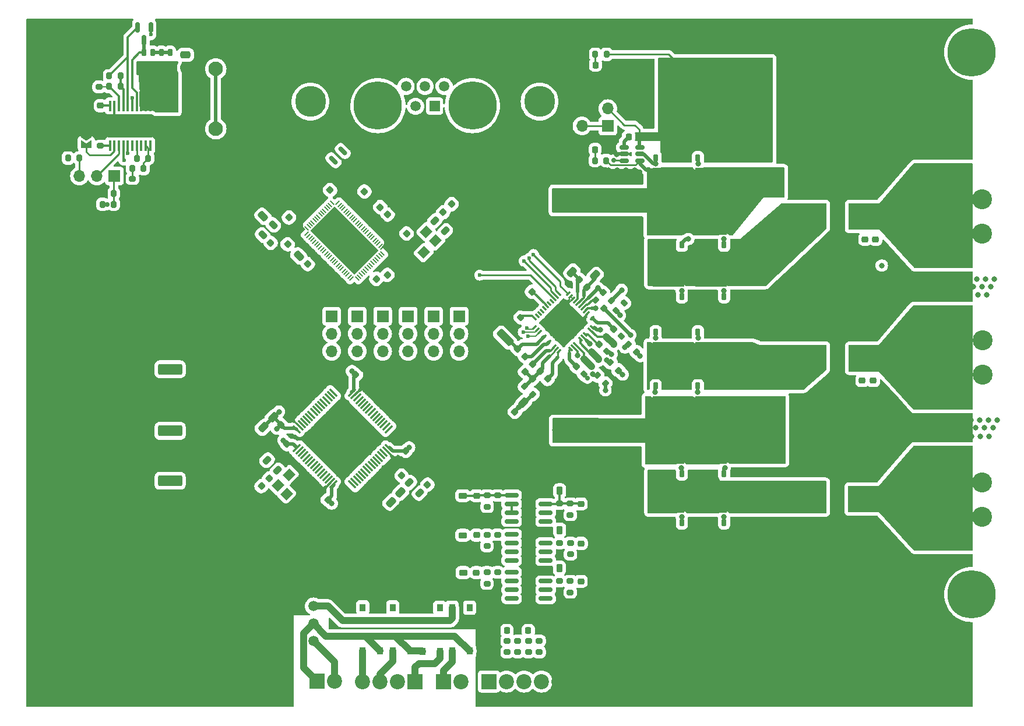
<source format=gbr>
%TF.GenerationSoftware,KiCad,Pcbnew,8.0.4*%
%TF.CreationDate,2024-10-18T00:11:30-06:00*%
%TF.ProjectId,Motor Controller,4d6f746f-7220-4436-9f6e-74726f6c6c65,Mk. 1*%
%TF.SameCoordinates,Original*%
%TF.FileFunction,Copper,L1,Top*%
%TF.FilePolarity,Positive*%
%FSLAX46Y46*%
G04 Gerber Fmt 4.6, Leading zero omitted, Abs format (unit mm)*
G04 Created by KiCad (PCBNEW 8.0.4) date 2024-10-18 00:11:30*
%MOMM*%
%LPD*%
G01*
G04 APERTURE LIST*
G04 Aperture macros list*
%AMRoundRect*
0 Rectangle with rounded corners*
0 $1 Rounding radius*
0 $2 $3 $4 $5 $6 $7 $8 $9 X,Y pos of 4 corners*
0 Add a 4 corners polygon primitive as box body*
4,1,4,$2,$3,$4,$5,$6,$7,$8,$9,$2,$3,0*
0 Add four circle primitives for the rounded corners*
1,1,$1+$1,$2,$3*
1,1,$1+$1,$4,$5*
1,1,$1+$1,$6,$7*
1,1,$1+$1,$8,$9*
0 Add four rect primitives between the rounded corners*
20,1,$1+$1,$2,$3,$4,$5,0*
20,1,$1+$1,$4,$5,$6,$7,0*
20,1,$1+$1,$6,$7,$8,$9,0*
20,1,$1+$1,$8,$9,$2,$3,0*%
%AMRotRect*
0 Rectangle, with rotation*
0 The origin of the aperture is its center*
0 $1 length*
0 $2 width*
0 $3 Rotation angle, in degrees counterclockwise*
0 Add horizontal line*
21,1,$1,$2,0,0,$3*%
%AMFreePoly0*
4,1,14,-0.697500,2.280000,2.027500,2.280000,2.502500,2.280000,2.502500,-2.280000,-0.697500,-2.280000,-0.697500,-2.775000,-1.602500,-2.775000,-1.602500,-2.280000,-2.027500,-2.280000,-2.027500,2.280000,-1.602500,2.280000,-1.602500,2.775000,-0.697500,2.775000,-0.697500,2.280000,-0.697500,2.280000,$1*%
%AMFreePoly1*
4,1,6,1.000000,0.000000,0.500000,-0.750000,-0.500000,-0.750000,-0.500000,0.750000,0.500000,0.750000,1.000000,0.000000,1.000000,0.000000,$1*%
%AMFreePoly2*
4,1,6,0.500000,-0.750000,-0.650000,-0.750000,-0.150000,0.000000,-0.650000,0.750000,0.500000,0.750000,0.500000,-0.750000,0.500000,-0.750000,$1*%
G04 Aperture macros list end*
%TA.AperFunction,ComponentPad*%
%ADD10C,2.900000*%
%TD*%
%TA.AperFunction,SMDPad,CuDef*%
%ADD11RoundRect,0.250000X0.650000X2.450000X-0.650000X2.450000X-0.650000X-2.450000X0.650000X-2.450000X0*%
%TD*%
%TA.AperFunction,SMDPad,CuDef*%
%ADD12RoundRect,0.187500X-0.187500X0.312500X-0.187500X-0.312500X0.187500X-0.312500X0.187500X0.312500X0*%
%TD*%
%TA.AperFunction,SMDPad,CuDef*%
%ADD13FreePoly0,270.000000*%
%TD*%
%TA.AperFunction,SMDPad,CuDef*%
%ADD14RoundRect,0.225000X0.017678X-0.335876X0.335876X-0.017678X-0.017678X0.335876X-0.335876X0.017678X0*%
%TD*%
%TA.AperFunction,SMDPad,CuDef*%
%ADD15RoundRect,0.225000X-0.375000X0.225000X-0.375000X-0.225000X0.375000X-0.225000X0.375000X0.225000X0*%
%TD*%
%TA.AperFunction,SMDPad,CuDef*%
%ADD16RoundRect,0.225000X0.335876X0.017678X0.017678X0.335876X-0.335876X-0.017678X-0.017678X-0.335876X0*%
%TD*%
%TA.AperFunction,SMDPad,CuDef*%
%ADD17RoundRect,0.200000X0.275000X-0.200000X0.275000X0.200000X-0.275000X0.200000X-0.275000X-0.200000X0*%
%TD*%
%TA.AperFunction,ComponentPad*%
%ADD18R,1.700000X1.700000*%
%TD*%
%TA.AperFunction,ComponentPad*%
%ADD19O,1.700000X1.700000*%
%TD*%
%TA.AperFunction,SMDPad,CuDef*%
%ADD20RoundRect,0.150000X-0.521491X0.309359X0.309359X-0.521491X0.521491X-0.309359X-0.309359X0.521491X0*%
%TD*%
%TA.AperFunction,SMDPad,CuDef*%
%ADD21RoundRect,0.200000X-0.335876X-0.053033X-0.053033X-0.335876X0.335876X0.053033X0.053033X0.335876X0*%
%TD*%
%TA.AperFunction,SMDPad,CuDef*%
%ADD22RoundRect,0.187500X0.187500X-0.312500X0.187500X0.312500X-0.187500X0.312500X-0.187500X-0.312500X0*%
%TD*%
%TA.AperFunction,SMDPad,CuDef*%
%ADD23FreePoly0,90.000000*%
%TD*%
%TA.AperFunction,SMDPad,CuDef*%
%ADD24RoundRect,0.250000X-1.100000X0.325000X-1.100000X-0.325000X1.100000X-0.325000X1.100000X0.325000X0*%
%TD*%
%TA.AperFunction,SMDPad,CuDef*%
%ADD25R,0.900000X1.100000*%
%TD*%
%TA.AperFunction,ComponentPad*%
%ADD26C,2.200000*%
%TD*%
%TA.AperFunction,ComponentPad*%
%ADD27R,2.200000X2.200000*%
%TD*%
%TA.AperFunction,ComponentPad*%
%ADD28C,0.800000*%
%TD*%
%TA.AperFunction,ComponentPad*%
%ADD29C,7.000000*%
%TD*%
%TA.AperFunction,SMDPad,CuDef*%
%ADD30RoundRect,0.200000X0.053033X-0.335876X0.335876X-0.053033X-0.053033X0.335876X-0.335876X0.053033X0*%
%TD*%
%TA.AperFunction,ComponentPad*%
%ADD31C,1.508000*%
%TD*%
%TA.AperFunction,ComponentPad*%
%ADD32R,1.508000X1.508000*%
%TD*%
%TA.AperFunction,SMDPad,CuDef*%
%ADD33RoundRect,0.200000X0.200000X0.275000X-0.200000X0.275000X-0.200000X-0.275000X0.200000X-0.275000X0*%
%TD*%
%TA.AperFunction,SMDPad,CuDef*%
%ADD34RoundRect,0.200000X-0.275000X0.200000X-0.275000X-0.200000X0.275000X-0.200000X0.275000X0.200000X0*%
%TD*%
%TA.AperFunction,SMDPad,CuDef*%
%ADD35RoundRect,0.200000X-0.200000X-0.275000X0.200000X-0.275000X0.200000X0.275000X-0.200000X0.275000X0*%
%TD*%
%TA.AperFunction,ComponentPad*%
%ADD36C,2.100000*%
%TD*%
%TA.AperFunction,SMDPad,CuDef*%
%ADD37RoundRect,0.225000X-0.225000X-0.250000X0.225000X-0.250000X0.225000X0.250000X-0.225000X0.250000X0*%
%TD*%
%TA.AperFunction,SMDPad,CuDef*%
%ADD38RoundRect,0.225000X-0.017678X0.335876X-0.335876X0.017678X0.017678X-0.335876X0.335876X-0.017678X0*%
%TD*%
%TA.AperFunction,SMDPad,CuDef*%
%ADD39FreePoly1,270.000000*%
%TD*%
%TA.AperFunction,SMDPad,CuDef*%
%ADD40FreePoly2,270.000000*%
%TD*%
%TA.AperFunction,SMDPad,CuDef*%
%ADD41RoundRect,0.218750X0.424264X0.114905X0.114905X0.424264X-0.424264X-0.114905X-0.114905X-0.424264X0*%
%TD*%
%TA.AperFunction,SMDPad,CuDef*%
%ADD42RoundRect,0.250000X0.512652X0.159099X0.159099X0.512652X-0.512652X-0.159099X-0.159099X-0.512652X0*%
%TD*%
%TA.AperFunction,SMDPad,CuDef*%
%ADD43RoundRect,0.250000X0.250000X0.475000X-0.250000X0.475000X-0.250000X-0.475000X0.250000X-0.475000X0*%
%TD*%
%TA.AperFunction,SMDPad,CuDef*%
%ADD44RoundRect,0.100000X-0.100000X0.687500X-0.100000X-0.687500X0.100000X-0.687500X0.100000X0.687500X0*%
%TD*%
%TA.AperFunction,HeatsinkPad*%
%ADD45C,0.600000*%
%TD*%
%TA.AperFunction,HeatsinkPad*%
%ADD46R,6.500000X3.400000*%
%TD*%
%TA.AperFunction,SMDPad,CuDef*%
%ADD47RoundRect,0.225000X-0.250000X0.225000X-0.250000X-0.225000X0.250000X-0.225000X0.250000X0.225000X0*%
%TD*%
%TA.AperFunction,SMDPad,CuDef*%
%ADD48RoundRect,0.150000X-0.512500X-0.150000X0.512500X-0.150000X0.512500X0.150000X-0.512500X0.150000X0*%
%TD*%
%TA.AperFunction,SMDPad,CuDef*%
%ADD49RoundRect,0.150000X-0.150000X0.587500X-0.150000X-0.587500X0.150000X-0.587500X0.150000X0.587500X0*%
%TD*%
%TA.AperFunction,SMDPad,CuDef*%
%ADD50RoundRect,0.225000X-0.335876X-0.017678X-0.017678X-0.335876X0.335876X0.017678X0.017678X0.335876X0*%
%TD*%
%TA.AperFunction,SMDPad,CuDef*%
%ADD51RoundRect,0.225000X-0.225000X-0.375000X0.225000X-0.375000X0.225000X0.375000X-0.225000X0.375000X0*%
%TD*%
%TA.AperFunction,SMDPad,CuDef*%
%ADD52RoundRect,0.250000X-0.159099X0.512652X-0.512652X0.159099X0.159099X-0.512652X0.512652X-0.159099X0*%
%TD*%
%TA.AperFunction,SMDPad,CuDef*%
%ADD53RoundRect,0.250000X1.100000X-0.325000X1.100000X0.325000X-1.100000X0.325000X-1.100000X-0.325000X0*%
%TD*%
%TA.AperFunction,SMDPad,CuDef*%
%ADD54RoundRect,0.200000X0.335876X0.053033X0.053033X0.335876X-0.335876X-0.053033X-0.053033X-0.335876X0*%
%TD*%
%TA.AperFunction,ComponentPad*%
%ADD55C,1.500000*%
%TD*%
%TA.AperFunction,ComponentPad*%
%ADD56R,1.500000X1.500000*%
%TD*%
%TA.AperFunction,ComponentPad*%
%ADD57C,4.500000*%
%TD*%
%TA.AperFunction,SMDPad,CuDef*%
%ADD58RoundRect,0.250000X-0.548008X1.007627X-1.007627X0.548008X0.548008X-1.007627X1.007627X-0.548008X0*%
%TD*%
%TA.AperFunction,SMDPad,CuDef*%
%ADD59RotRect,8.991600X5.003800X315.000000*%
%TD*%
%TA.AperFunction,SMDPad,CuDef*%
%ADD60RotRect,0.204000X0.750000X315.000000*%
%TD*%
%TA.AperFunction,SMDPad,CuDef*%
%ADD61RotRect,0.204000X0.750000X45.000000*%
%TD*%
%TA.AperFunction,SMDPad,CuDef*%
%ADD62RoundRect,0.200000X-0.053033X0.335876X-0.335876X0.053033X0.053033X-0.335876X0.335876X-0.053033X0*%
%TD*%
%TA.AperFunction,SMDPad,CuDef*%
%ADD63RoundRect,0.150000X0.825000X0.150000X-0.825000X0.150000X-0.825000X-0.150000X0.825000X-0.150000X0*%
%TD*%
%TA.AperFunction,SMDPad,CuDef*%
%ADD64RoundRect,0.357142X-0.642858X-1.392858X0.642858X-1.392858X0.642858X1.392858X-0.642858X1.392858X0*%
%TD*%
%TA.AperFunction,SMDPad,CuDef*%
%ADD65RotRect,0.254000X0.762000X315.000000*%
%TD*%
%TA.AperFunction,SMDPad,CuDef*%
%ADD66RotRect,0.254000X0.762000X225.000000*%
%TD*%
%TA.AperFunction,SMDPad,CuDef*%
%ADD67RotRect,4.089400X4.089400X225.000000*%
%TD*%
%TA.AperFunction,SMDPad,CuDef*%
%ADD68RotRect,1.400000X1.200000X45.000000*%
%TD*%
%TA.AperFunction,SMDPad,CuDef*%
%ADD69RoundRect,0.075000X0.441942X-0.548008X0.548008X-0.441942X-0.441942X0.548008X-0.548008X0.441942X0*%
%TD*%
%TA.AperFunction,SMDPad,CuDef*%
%ADD70RoundRect,0.075000X-0.441942X-0.548008X0.548008X0.441942X0.441942X0.548008X-0.548008X-0.441942X0*%
%TD*%
%TA.AperFunction,SMDPad,CuDef*%
%ADD71RoundRect,0.250000X-0.512652X-0.159099X-0.159099X-0.512652X0.512652X0.159099X0.159099X0.512652X0*%
%TD*%
%TA.AperFunction,SMDPad,CuDef*%
%ADD72RotRect,1.400000X1.200000X225.000000*%
%TD*%
%TA.AperFunction,SMDPad,CuDef*%
%ADD73RoundRect,0.218750X0.218750X0.256250X-0.218750X0.256250X-0.218750X-0.256250X0.218750X-0.256250X0*%
%TD*%
%TA.AperFunction,SMDPad,CuDef*%
%ADD74RoundRect,0.218750X-0.424264X-0.114905X-0.114905X-0.424264X0.424264X0.114905X0.114905X0.424264X0*%
%TD*%
%TA.AperFunction,SMDPad,CuDef*%
%ADD75RoundRect,0.250000X-0.475000X0.250000X-0.475000X-0.250000X0.475000X-0.250000X0.475000X0.250000X0*%
%TD*%
%TA.AperFunction,SMDPad,CuDef*%
%ADD76RoundRect,0.218750X-0.114905X0.424264X-0.424264X0.114905X0.114905X-0.424264X0.424264X-0.114905X0*%
%TD*%
%TA.AperFunction,SMDPad,CuDef*%
%ADD77RoundRect,0.250000X1.500000X0.550000X-1.500000X0.550000X-1.500000X-0.550000X1.500000X-0.550000X0*%
%TD*%
%TA.AperFunction,ViaPad*%
%ADD78C,0.700000*%
%TD*%
%TA.AperFunction,ViaPad*%
%ADD79C,0.800000*%
%TD*%
%TA.AperFunction,ViaPad*%
%ADD80C,0.600000*%
%TD*%
%TA.AperFunction,Conductor*%
%ADD81C,0.254000*%
%TD*%
%TA.AperFunction,Conductor*%
%ADD82C,0.500000*%
%TD*%
%TA.AperFunction,Conductor*%
%ADD83C,1.000000*%
%TD*%
%TA.AperFunction,Conductor*%
%ADD84C,0.200000*%
%TD*%
%TA.AperFunction,Conductor*%
%ADD85C,0.300000*%
%TD*%
%TA.AperFunction,Conductor*%
%ADD86C,0.160000*%
%TD*%
G04 APERTURE END LIST*
D10*
%TO.P,J19,1,Pin_1*%
%TO.N,/Power Delivery/Motor Supply Unprotected*%
X187600000Y-69210000D03*
X187600000Y-62200000D03*
X182600000Y-69210000D03*
X182600000Y-62200000D03*
%TD*%
%TO.P,J16,1,Pin_1*%
%TO.N,/Motor Gate Driver/Coil Drive V/COIL_{V}*%
X225355000Y-100900000D03*
X218345000Y-100900000D03*
X225355000Y-105900000D03*
X218345000Y-105900000D03*
%TD*%
%TO.P,J31,1,Pin_1*%
%TO.N,GND*%
X207850000Y-69210000D03*
X207850000Y-62200000D03*
X202850000Y-69210000D03*
X202850000Y-62200000D03*
%TD*%
%TO.P,J17,1,Pin_1*%
%TO.N,/Motor Gate Driver/Coil Drive W/COIL_{W}*%
X225305000Y-121500000D03*
X218295000Y-121500000D03*
X225305000Y-126500000D03*
X218295000Y-126500000D03*
%TD*%
%TO.P,J15,1,Pin_1*%
%TO.N,/Motor Gate Driver/Coil Drive U/COIL_{U}*%
X218295000Y-85400000D03*
X225305000Y-85400000D03*
X218295000Y-80400000D03*
X225305000Y-80400000D03*
%TD*%
D11*
%TO.P,C45,1*%
%TO.N,/Power Delivery/Motor Supply Unprotected*%
X179430000Y-65400000D03*
%TO.P,C45,2*%
%TO.N,GND*%
X174330000Y-65400000D03*
%TD*%
D12*
%TO.P,U38,1,S*%
%TO.N,GND*%
X181661823Y-99682327D03*
%TO.P,U38,2,S*%
X180391823Y-99682327D03*
%TO.P,U38,3,S*%
X179121823Y-99682327D03*
%TO.P,U38,4,G*%
%TO.N,Net-(D10-A)*%
X177851823Y-99682327D03*
D13*
%TO.P,U38,5,D*%
%TO.N,/Motor Gate Driver/Coil Drive V/V_{SENSE\u002C V\u002C 1}*%
X179756823Y-103174577D03*
%TD*%
D14*
%TO.P,C79,1*%
%TO.N,/Motor Gate Driver/V*%
X168529524Y-102529951D03*
%TO.P,C79,2*%
%TO.N,/Motor Gate Driver/CV*%
X169625540Y-101433935D03*
%TD*%
D15*
%TO.P,D19,1,K*%
%TO.N,Net-(D19-K)*%
X149850000Y-129197500D03*
%TO.P,D19,2,A*%
%TO.N,GND*%
X149850000Y-132497500D03*
%TD*%
D16*
%TO.P,C43,2*%
%TO.N,GND*%
X143601992Y-120751992D03*
%TO.P,C43,1*%
%TO.N,+3V3*%
X144698008Y-121848008D03*
%TD*%
D17*
%TO.P,R97,1*%
%TO.N,GND*%
X154900000Y-136222500D03*
%TO.P,R97,2*%
%TO.N,Net-(D32-K)*%
X154900000Y-134572500D03*
%TD*%
D18*
%TO.P,J6,1,Pin_1*%
%TO.N,/PWM_WY1_H_A*%
X145600000Y-97370000D03*
D19*
%TO.P,J6,2,Pin_2*%
%TO.N,/PWM_WY1_H*%
X145600000Y-99910000D03*
%TO.P,J6,3,Pin_3*%
%TO.N,/PWM_WY1_H_B*%
X145600000Y-102450000D03*
%TD*%
D20*
%TO.P,U30,3,GND*%
%TO.N,GND*%
X133056587Y-75351456D03*
%TO.P,U30,2,V_{OUT}*%
%TO.N,/Microcontroller/CNTRL_TMP_SNS*%
X131059010Y-74697382D03*
%TO.P,U30,1,V_{DD}*%
%TO.N,+3V3*%
X132402513Y-73353879D03*
%TD*%
D21*
%TO.P,R44,1*%
%TO.N,/Motor Gate Driver/HSW*%
X169389942Y-105966733D03*
%TO.P,R44,2*%
%TO.N,Net-(D8-A)*%
X170556668Y-107133459D03*
%TD*%
D16*
%TO.P,C136,1*%
%TO.N,Net-(X3-EN)*%
X120591386Y-122054630D03*
%TO.P,C136,2*%
%TO.N,GND*%
X119495370Y-120958614D03*
%TD*%
D22*
%TO.P,U17,1,S*%
%TO.N,/Motor Gate Driver/Coil Drive W/VD+*%
X183995000Y-120247250D03*
%TO.P,U17,2,S*%
X185265000Y-120247250D03*
%TO.P,U17,3,S*%
X186535000Y-120247250D03*
%TO.P,U17,4,G*%
%TO.N,Net-(D8-A)*%
X187805000Y-120247250D03*
D23*
%TO.P,U17,5,D*%
%TO.N,V_{M}*%
X185900000Y-116755000D03*
%TD*%
D24*
%TO.P,C173,1*%
%TO.N,V_{M}*%
X164460000Y-114785000D03*
%TO.P,C173,2*%
%TO.N,GND*%
X164460000Y-117735000D03*
%TD*%
D25*
%TO.P,U47,4*%
%TO.N,+5V*%
X148300000Y-139725000D03*
%TO.P,U47,3*%
%TO.N,/Isolated Driver Interface/EXT_POWER_STAGE_EN_IN*%
X150840000Y-139725000D03*
%TO.P,U47,2*%
%TO.N,GND1*%
X150840000Y-146025000D03*
%TO.P,U47,1*%
%TO.N,/Isolated Driver Interface/EXT_POWER_STAGE_EN_ISO*%
X148300000Y-146025000D03*
%TD*%
D26*
%TO.P,J7,4,Pin_4*%
%TO.N,/Isolated Driver Interface/EXT_NRST_Controller_B_ISO*%
X135280000Y-150450000D03*
%TO.P,J7,3,Pin_3*%
%TO.N,/Isolated Driver Interface/EXT_DRV_EN_IN_ISO*%
X137820000Y-150450000D03*
%TO.P,J7,2,Pin_2*%
%TO.N,/Isolated Driver Interface/EXT_NRST_Controller_A_IN_ISO*%
X140360000Y-150450000D03*
D27*
%TO.P,J7,1,Pin_1*%
%TO.N,/Isolated Driver Interface/FAULT_OUT_ISO*%
X142900000Y-150450000D03*
%TD*%
D22*
%TO.P,U42,1,S*%
%TO.N,GND*%
X183995000Y-94497250D03*
%TO.P,U42,2,S*%
X185265000Y-94497250D03*
%TO.P,U42,3,S*%
X186535000Y-94497250D03*
%TO.P,U42,4,G*%
%TO.N,Net-(D12-A)*%
X187805000Y-94497250D03*
D23*
%TO.P,U42,5,D*%
%TO.N,/Motor Gate Driver/Coil Drive U/V_{SENSE\u002C U\u002C 1}*%
X185900000Y-91005000D03*
%TD*%
D28*
%TO.P,H8,1*%
%TO.N,N/C*%
X221150000Y-137800000D03*
X221918845Y-135943845D03*
X221918845Y-139656155D03*
X223775000Y-135175000D03*
D29*
X223775000Y-137800000D03*
D28*
X223775000Y-140425000D03*
X225631155Y-135943845D03*
X225631155Y-139656155D03*
X226400000Y-137800000D03*
%TD*%
D30*
%TO.P,R86,1*%
%TO.N,/Motor Gate Driver/V*%
X169572508Y-103643645D03*
%TO.P,R86,2*%
%TO.N,/Motor Gate Driver/Coil Drive V/V_{SENSE\u002C V\u002C 1}*%
X170739234Y-102476919D03*
%TD*%
D31*
%TO.P,PS1,4,+VOUT*%
%TO.N,5V_ISOLATED*%
X128150000Y-144570000D03*
%TO.P,PS1,3,-VOUT*%
%TO.N,GND1*%
X128150000Y-142030000D03*
%TO.P,PS1,2,+VIN*%
%TO.N,+5V*%
X128150000Y-139490000D03*
D32*
%TO.P,PS1,1,-VIN*%
%TO.N,GND*%
X128150000Y-136950000D03*
%TD*%
D33*
%TO.P,R76,2*%
%TO.N,/Power Delivery/Extrernal Motor Controller Enable*%
X92500000Y-74375000D03*
%TO.P,R76,1*%
%TO.N,Net-(J24-Pin_3)*%
X94150000Y-74375000D03*
%TD*%
D34*
%TO.P,R50,2*%
%TO.N,/Position Sensing/HALL_WY_RAW*%
X156275000Y-146180000D03*
%TO.P,R50,1*%
%TO.N,Net-(U14-1Y)*%
X156275000Y-144530000D03*
%TD*%
D35*
%TO.P,R16,1*%
%TO.N,/Power Delivery/IN_SYS*%
X97485000Y-81100000D03*
%TO.P,R16,2*%
%TO.N,Net-(J24-Pin_1)*%
X99135000Y-81100000D03*
%TD*%
D17*
%TO.P,R56,2*%
%TO.N,/Position Sensing/HALL_UX_RAW*%
X160925000Y-144525000D03*
%TO.P,R56,1*%
%TO.N,Net-(U14-3Y)*%
X160925000Y-146175000D03*
%TD*%
D36*
%TO.P,J18,2,Pin_2*%
%TO.N,/Power Delivery/IN_SYS*%
X113960000Y-61437500D03*
X113960000Y-70137500D03*
%TO.P,J18,1,Pin_1*%
%TO.N,GND*%
X119040000Y-61437500D03*
X119040000Y-70137500D03*
%TD*%
D37*
%TO.P,C47,1*%
%TO.N,Net-(U5-VCAP)*%
X173925000Y-71300000D03*
%TO.P,C47,2*%
%TO.N,/Power Delivery/Motor Supply Unprotected*%
X175475000Y-71300000D03*
%TD*%
D24*
%TO.P,C196,1*%
%TO.N,V_{M}*%
X174560000Y-81425000D03*
%TO.P,C196,2*%
%TO.N,GND*%
X174560000Y-84375000D03*
%TD*%
D38*
%TO.P,C10,2*%
%TO.N,GND*%
X126215329Y-90890128D03*
%TO.P,C10,1*%
%TO.N,+5V*%
X127311345Y-89794112D03*
%TD*%
D12*
%TO.P,U36,1,S*%
%TO.N,/Motor Gate Driver/Coil Drive V/V_{SENSE\u002C V\u002C 1}*%
X181661823Y-107507750D03*
%TO.P,U36,2,S*%
X180391823Y-107507750D03*
%TO.P,U36,3,S*%
X179121823Y-107507750D03*
%TO.P,U36,4,G*%
%TO.N,Net-(D9-A)*%
X177851823Y-107507750D03*
D13*
%TO.P,U36,5,D*%
%TO.N,V_{M}*%
X179756823Y-111000000D03*
%TD*%
D39*
%TO.P,JP15,1,A*%
%TO.N,GND*%
X95125000Y-70925000D03*
D40*
%TO.P,JP15,2,B*%
%TO.N,Net-(JP15-B)*%
X95125000Y-72375000D03*
%TD*%
D18*
%TO.P,JP14,1,A*%
%TO.N,/EXT_POWER_STAGE_EN_IN*%
X170900000Y-69735000D03*
D19*
%TO.P,JP14,2,B*%
%TO.N,/Power Delivery/Motor Supply Unprotected*%
X170900000Y-67195000D03*
%TD*%
D41*
%TO.P,FB2,2*%
%TO.N,+3.3VA*%
X142060847Y-121558155D03*
%TO.P,FB2,1*%
%TO.N,+3V3*%
X143563449Y-123060757D03*
%TD*%
D42*
%TO.P,C32,1*%
%TO.N,V_{M}*%
X158651705Y-109930597D03*
%TO.P,C32,2*%
%TO.N,GND*%
X157308203Y-108587095D03*
%TD*%
D43*
%TO.P,C46,1*%
%TO.N,/Power Delivery/Motor Supply Unprotected*%
X178850000Y-69400000D03*
%TO.P,C46,2*%
%TO.N,GND*%
X176950000Y-69400000D03*
%TD*%
D44*
%TO.P,U21,1,IN*%
%TO.N,Net-(U45-D)*%
X104425000Y-66837500D03*
%TO.P,U21,2,IN*%
X103775000Y-66837500D03*
%TO.P,U21,3,IN*%
X103125000Y-66837500D03*
%TO.P,U21,4,B_GATE*%
%TO.N,Net-(Q21-D)*%
X102475000Y-66837500D03*
%TO.P,U21,5,DRV*%
%TO.N,Net-(Q21-G)*%
X101825000Y-66837500D03*
%TO.P,U21,6,IN_SYS*%
%TO.N,/Power Delivery/IN_SYS*%
X101175000Y-66837500D03*
%TO.P,U21,7,UVLO*%
%TO.N,Net-(U21-UVLO)*%
X100525000Y-66837500D03*
%TO.P,U21,8,OVP*%
%TO.N,Net-(U21-OVP)*%
X99875000Y-66837500D03*
%TO.P,U21,9,GND*%
%TO.N,GND*%
X99225000Y-66837500D03*
%TO.P,U21,10,dVdT*%
%TO.N,Net-(U21-dVdT)*%
X98575000Y-66837500D03*
%TO.P,U21,11,ILIM*%
%TO.N,Net-(U21-ILIM)*%
X98575000Y-72562500D03*
%TO.P,U21,12,MODE*%
%TO.N,Net-(JP15-B)*%
X99225000Y-72562500D03*
%TO.P,U21,13,~{SHDN}*%
%TO.N,/Power Delivery/~{SHDN}*%
X99875000Y-72562500D03*
%TO.P,U21,14,IMON*%
%TO.N,/Power Delivery/Low Power Current Monitor*%
X100525000Y-72562500D03*
%TO.P,U21,15,~{FLT}*%
%TO.N,/Power Delivery/Montor Controller Low Side Fault*%
X101175000Y-72562500D03*
%TO.P,U21,16,PGTH*%
%TO.N,Net-(U21-PGTH)*%
X101825000Y-72562500D03*
%TO.P,U21,17,PGOOD*%
%TO.N,/Power Delivery/Motor Controller Power Good*%
X102475000Y-72562500D03*
%TO.P,U21,18,OUT*%
%TO.N,Logic Power Protected*%
X103125000Y-72562500D03*
%TO.P,U21,19,OUT*%
X103775000Y-72562500D03*
%TO.P,U21,20,OUT*%
X104425000Y-72562500D03*
D45*
%TO.P,U21,21,GND*%
%TO.N,GND*%
X104100000Y-68400000D03*
X102800000Y-68400000D03*
X101500000Y-68400000D03*
X100200000Y-68400000D03*
X98900000Y-68400000D03*
X104100000Y-69700000D03*
X102800000Y-69700000D03*
X101500000Y-69700000D03*
D46*
X101500000Y-69700000D03*
D45*
X100200000Y-69700000D03*
X98900000Y-69700000D03*
X104100000Y-71000000D03*
X102800000Y-71000000D03*
X101500000Y-71000000D03*
X100200000Y-71000000D03*
X98900000Y-71000000D03*
%TD*%
D16*
%TO.P,C36,2*%
%TO.N,GND*%
X129140811Y-122944759D03*
%TO.P,C36,1*%
%TO.N,+3V3*%
X130236827Y-124040775D03*
%TD*%
D42*
%TO.P,C28,1*%
%TO.N,+12V*%
X169071751Y-91421751D03*
%TO.P,C28,2*%
%TO.N,GND*%
X167728249Y-90078249D03*
%TD*%
D47*
%TO.P,C147,1*%
%TO.N,Net-(D32-K)*%
X151800000Y-134622500D03*
%TO.P,C147,2*%
%TO.N,GND*%
X151800000Y-136172500D03*
%TD*%
%TO.P,C19,1*%
%TO.N,Net-(D18-K)*%
X167025000Y-130372500D03*
%TO.P,C19,2*%
%TO.N,GND*%
X167025000Y-131922500D03*
%TD*%
D14*
%TO.P,C13,2*%
%TO.N,GND*%
X136645155Y-78162206D03*
%TO.P,C13,1*%
%TO.N,/Motor Interface Controller/VCCIO1*%
X135549139Y-79258222D03*
%TD*%
D24*
%TO.P,C190,1*%
%TO.N,V_{M}*%
X171180000Y-81425000D03*
%TO.P,C190,2*%
%TO.N,GND*%
X171180000Y-84375000D03*
%TD*%
D37*
%TO.P,C97,2*%
%TO.N,GND*%
X160900000Y-143050000D03*
%TO.P,C97,1*%
%TO.N,Net-(U14-3Y)*%
X159350000Y-143050000D03*
%TD*%
D41*
%TO.P,FB7,1*%
%TO.N,Net-(X3-EN)*%
X122915999Y-119783049D03*
%TO.P,FB7,2*%
%TO.N,+3V3*%
X121413397Y-118280447D03*
%TD*%
D17*
%TO.P,R92,1*%
%TO.N,/Motor Gate Driver/Coil Drive U/I_{U}*%
X153375000Y-125047500D03*
%TO.P,R92,2*%
%TO.N,Net-(D27-K)*%
X153375000Y-123397500D03*
%TD*%
D48*
%TO.P,U5,1,VCAP*%
%TO.N,Net-(U5-VCAP)*%
X173262500Y-72850000D03*
%TO.P,U5,2,GND*%
%TO.N,GND*%
X173262500Y-73800000D03*
%TO.P,U5,3,EN*%
%TO.N,/EXT_POWER_STAGE_EN_IN*%
X173262500Y-74750000D03*
%TO.P,U5,4,CATHODE*%
%TO.N,V_{M}*%
X175537500Y-74750000D03*
%TO.P,U5,5,GATE*%
%TO.N,Net-(U43-G)*%
X175537500Y-73800000D03*
%TO.P,U5,6,ANODE*%
%TO.N,/Power Delivery/Motor Supply Unprotected*%
X175537500Y-72850000D03*
%TD*%
D47*
%TO.P,C77,1*%
%TO.N,Net-(D26-K)*%
X167000000Y-124647500D03*
%TO.P,C77,2*%
%TO.N,GND*%
X167000000Y-126197500D03*
%TD*%
D16*
%TO.P,C137,1*%
%TO.N,Net-(X3-EN)*%
X121698008Y-120948008D03*
%TO.P,C137,2*%
%TO.N,GND*%
X120601992Y-119851992D03*
%TD*%
D17*
%TO.P,R82,1*%
%TO.N,/Motor Gate Driver/Coil Drive U/COIL_{U}*%
X165450000Y-126247500D03*
%TO.P,R82,2*%
%TO.N,Net-(D26-K)*%
X165450000Y-124597500D03*
%TD*%
D49*
%TO.P,Q21,1,G*%
%TO.N,Net-(Q21-G)*%
X104500000Y-55375000D03*
%TO.P,Q21,2,S*%
%TO.N,/Power Delivery/IN_SYS*%
X102600000Y-55375000D03*
%TO.P,Q21,3,D*%
%TO.N,Net-(Q21-D)*%
X103550000Y-57250000D03*
%TD*%
D17*
%TO.P,R52,2*%
%TO.N,+5V*%
X157825000Y-144530000D03*
%TO.P,R52,1*%
%TO.N,/Position Sensing/HALL_WY_RAW*%
X157825000Y-146180000D03*
%TD*%
%TO.P,R84,1*%
%TO.N,/Motor Gate Driver/Coil Drive W/COIL_{W}*%
X165450000Y-137497500D03*
%TO.P,R84,2*%
%TO.N,Net-(D17-K)*%
X165450000Y-135847500D03*
%TD*%
D50*
%TO.P,C14,2*%
%TO.N,GND*%
X149292566Y-82184389D03*
%TO.P,C14,1*%
%TO.N,Net-(X1-EN)*%
X148196550Y-81088373D03*
%TD*%
D51*
%TO.P,D26,1,K*%
%TO.N,Net-(D26-K)*%
X163900000Y-122747500D03*
%TO.P,D26,2,A*%
%TO.N,GND*%
X167200000Y-122747500D03*
%TD*%
D16*
%TO.P,C27,1*%
%TO.N,/Motor Gate Driver/VS*%
X158888269Y-105408966D03*
%TO.P,C27,2*%
%TO.N,GND*%
X157792253Y-104312950D03*
%TD*%
D18*
%TO.P,JP16,1,A*%
%TO.N,GND*%
X167150000Y-67185000D03*
D19*
%TO.P,JP16,2,B*%
%TO.N,/EXT_POWER_STAGE_EN_IN*%
X167150000Y-69725000D03*
%TD*%
D21*
%TO.P,R39,1*%
%TO.N,/Motor Gate Driver/LSV*%
X169116637Y-95016637D03*
%TO.P,R39,2*%
%TO.N,Net-(D10-A)*%
X170283363Y-96183363D03*
%TD*%
D47*
%TO.P,C81,1*%
%TO.N,/Motor Gate Driver/Coil Drive V/V_{SENSE\u002C V\u002C 1}*%
X207850000Y-106725000D03*
%TO.P,C81,2*%
%TO.N,GND*%
X207850000Y-108275000D03*
%TD*%
D52*
%TO.P,C7,2*%
%TO.N,GND*%
X124677372Y-89953210D03*
%TO.P,C7,1*%
%TO.N,+5V*%
X126020874Y-88609708D03*
%TD*%
D35*
%TO.P,R10,1*%
%TO.N,/Power Delivery/IN_SYS*%
X98459284Y-62434284D03*
%TO.P,R10,2*%
%TO.N,Net-(U21-UVLO)*%
X100109284Y-62434284D03*
%TD*%
D38*
%TO.P,C38,2*%
%TO.N,GND*%
X123190811Y-117040775D03*
%TO.P,C38,1*%
%TO.N,+3V3*%
X124286827Y-115944759D03*
%TD*%
D53*
%TO.P,C174,1*%
%TO.N,V_{M}*%
X174470000Y-113035000D03*
%TO.P,C174,2*%
%TO.N,GND*%
X174470000Y-110085000D03*
%TD*%
D16*
%TO.P,C23,1*%
%TO.N,/Motor Gate Driver/CPI*%
X159989429Y-104307806D03*
%TO.P,C23,2*%
%TO.N,/Motor Gate Driver/CPO*%
X158893413Y-103211790D03*
%TD*%
D53*
%TO.P,C177,1*%
%TO.N,V_{M}*%
X164450000Y-113035000D03*
%TO.P,C177,2*%
%TO.N,GND*%
X164450000Y-110085000D03*
%TD*%
D37*
%TO.P,C95,2*%
%TO.N,GND*%
X157800000Y-143050000D03*
%TO.P,C95,1*%
%TO.N,Net-(U14-2Y)*%
X156250000Y-143050000D03*
%TD*%
D16*
%TO.P,C31,1*%
%TO.N,V_{M}*%
X157405588Y-111240354D03*
%TO.P,C31,2*%
%TO.N,GND*%
X156309572Y-110144338D03*
%TD*%
D53*
%TO.P,C195,1*%
%TO.N,V_{M}*%
X174560000Y-79575000D03*
%TO.P,C195,2*%
%TO.N,GND*%
X174560000Y-76625000D03*
%TD*%
D17*
%TO.P,R18,1*%
%TO.N,Net-(U21-ILIM)*%
X97200000Y-72625000D03*
%TO.P,R18,2*%
%TO.N,GND*%
X97200000Y-70975000D03*
%TD*%
D50*
%TO.P,C8,2*%
%TO.N,GND*%
X138390574Y-93032397D03*
%TO.P,C8,1*%
%TO.N,/Motor Interface Controller/VCCIO1*%
X137294558Y-91936381D03*
%TD*%
D18*
%TO.P,J5,1,Pin_1*%
%TO.N,/PWM_WY1_L_A*%
X149300000Y-97370000D03*
D19*
%TO.P,J5,2,Pin_2*%
%TO.N,/PWM_WY1_L*%
X149300000Y-99910000D03*
%TO.P,J5,3,Pin_3*%
%TO.N,/PWM_WY1_L_B*%
X149300000Y-102450000D03*
%TD*%
D12*
%TO.P,U44,1,S*%
%TO.N,/Power Delivery/Motor Supply Unprotected*%
X181661823Y-74382327D03*
%TO.P,U44,2,S*%
X180391823Y-74382327D03*
%TO.P,U44,3,S*%
X179121823Y-74382327D03*
%TO.P,U44,4,G*%
%TO.N,Net-(U43-G)*%
X177851823Y-74382327D03*
D13*
%TO.P,U44,5,D*%
%TO.N,V_{M}*%
X179756823Y-77874577D03*
%TD*%
D17*
%TO.P,R93,1*%
%TO.N,GND*%
X154900000Y-125047500D03*
%TO.P,R93,2*%
%TO.N,Net-(D27-K)*%
X154900000Y-123397500D03*
%TD*%
D24*
%TO.P,C180,1*%
%TO.N,V_{M}*%
X171151250Y-114788849D03*
%TO.P,C180,2*%
%TO.N,GND*%
X171151250Y-117738849D03*
%TD*%
D26*
%TO.P,J10,5,Pin_5*%
%TO.N,GND*%
X163820000Y-150450000D03*
%TO.P,J10,4,Pin_4*%
%TO.N,/Position Sensing/HALL_UX_RAW*%
X161280000Y-150450000D03*
%TO.P,J10,3,Pin_3*%
%TO.N,/Position Sensing/HALL_V_RAW*%
X158740000Y-150450000D03*
%TO.P,J10,2,Pin_2*%
%TO.N,/Position Sensing/HALL_WY_RAW*%
X156200000Y-150450000D03*
D27*
%TO.P,J10,1,Pin_1*%
%TO.N,+5V*%
X153660000Y-150450000D03*
%TD*%
D17*
%TO.P,R9,1*%
%TO.N,/Motor Gate Driver/Coil Drive V/COIL_{V}*%
X165475000Y-131972500D03*
%TO.P,R9,2*%
%TO.N,Net-(D18-K)*%
X165475000Y-130322500D03*
%TD*%
D51*
%TO.P,D17,1,K*%
%TO.N,Net-(D17-K)*%
X163875000Y-133972500D03*
%TO.P,D17,2,A*%
%TO.N,GND*%
X167175000Y-133972500D03*
%TD*%
D17*
%TO.P,R96,1*%
%TO.N,/Motor Gate Driver/Coil Drive W/I_{W}*%
X153350000Y-136222500D03*
%TO.P,R96,2*%
%TO.N,Net-(D32-K)*%
X153350000Y-134572500D03*
%TD*%
D22*
%TO.P,U34,1,S*%
%TO.N,GND*%
X183995000Y-127392250D03*
%TO.P,U34,2,S*%
X185265000Y-127392250D03*
%TO.P,U34,3,S*%
X186535000Y-127392250D03*
%TO.P,U34,4,G*%
%TO.N,Net-(D13-A)*%
X187805000Y-127392250D03*
D23*
%TO.P,U34,5,D*%
%TO.N,/Motor Gate Driver/Coil Drive W/VD+*%
X185900000Y-123900000D03*
%TD*%
D54*
%TO.P,R7,1*%
%TO.N,V_{M}*%
X159996817Y-108719835D03*
%TO.P,R7,2*%
%TO.N,/Motor Gate Driver/VS*%
X158830091Y-107553109D03*
%TD*%
D29*
%TO.P,J28,1*%
%TO.N,/Comunications/CAN Bus Interface/SYS_7V*%
X151232000Y-66775000D03*
%TO.P,J28,2*%
%TO.N,GND2*%
X137512000Y-66775000D03*
D55*
%TO.P,J28,3*%
%TO.N,/Comunications/CAN Bus Interface/SYS_12V*%
X147130000Y-63975000D03*
%TO.P,J28,4*%
X144360000Y-63975000D03*
%TO.P,J28,5*%
%TO.N,/Comunications/CAN Bus Interface/CAN_L-*%
X141590000Y-63975000D03*
D56*
%TO.P,J28,6*%
%TO.N,/Comunications/CAN Bus Interface/SYS_12V*%
X145745000Y-66815000D03*
D55*
%TO.P,J28,7*%
%TO.N,/Comunications/CAN Bus Interface/CAN_H+*%
X142975000Y-66870000D03*
D57*
%TO.P,J28,MH1*%
%TO.N,N/C*%
X160995000Y-66175000D03*
%TO.P,J28,MH2*%
X127695000Y-66175000D03*
%TD*%
D25*
%TO.P,U46,4*%
%TO.N,/DRV_EN*%
X139650000Y-139700000D03*
%TO.P,U46,3*%
%TO.N,GND*%
X142190000Y-139700000D03*
%TO.P,U46,2*%
%TO.N,GND1*%
X142190000Y-146000000D03*
%TO.P,U46,1*%
%TO.N,/Isolated Driver Interface/EXT_DRV_EN_IN_ISO*%
X139650000Y-146000000D03*
%TD*%
D24*
%TO.P,C176,1*%
%TO.N,V_{M}*%
X164400000Y-81425000D03*
%TO.P,C176,2*%
%TO.N,GND*%
X164400000Y-84375000D03*
%TD*%
D26*
%TO.P,J20,2,Pin_2*%
%TO.N,unconnected-(J20-Pin_2-Pad2)*%
X149540000Y-150450000D03*
D27*
%TO.P,J20,1,Pin_1*%
%TO.N,/Isolated Driver Interface/EXT_POWER_STAGE_EN_ISO*%
X147000000Y-150450000D03*
%TD*%
D33*
%TO.P,R19,1*%
%TO.N,V_{M}*%
X170675000Y-74750000D03*
%TO.P,R19,2*%
%TO.N,Net-(D6-A)*%
X169025000Y-74750000D03*
%TD*%
D21*
%TO.P,R38,1*%
%TO.N,/Motor Gate Driver/HSV*%
X171289942Y-104066733D03*
%TO.P,R38,2*%
%TO.N,Net-(D9-A)*%
X172456668Y-105233459D03*
%TD*%
D38*
%TO.P,C25,1*%
%TO.N,+12V*%
X157810432Y-102128809D03*
%TO.P,C25,2*%
%TO.N,GND*%
X156714416Y-103224825D03*
%TD*%
D12*
%TO.P,U37,1,S*%
%TO.N,GND*%
X187805000Y-99682327D03*
%TO.P,U37,2,S*%
X186535000Y-99682327D03*
%TO.P,U37,3,S*%
X185265000Y-99682327D03*
%TO.P,U37,4,G*%
%TO.N,Net-(D10-A)*%
X183995000Y-99682327D03*
D13*
%TO.P,U37,5,D*%
%TO.N,/Motor Gate Driver/Coil Drive V/V_{SENSE\u002C V\u002C 1}*%
X185900000Y-103174577D03*
%TD*%
D14*
%TO.P,C35,2*%
%TO.N,GND*%
X124536827Y-112044759D03*
%TO.P,C35,1*%
%TO.N,+3V3*%
X123440811Y-113140775D03*
%TD*%
D38*
%TO.P,C86,1*%
%TO.N,/Motor Gate Driver/W*%
X167460671Y-103598804D03*
%TO.P,C86,2*%
%TO.N,/Motor Gate Driver/CW*%
X166364655Y-104694820D03*
%TD*%
D25*
%TO.P,U48,4*%
%TO.N,/EXT_NRST_Controller_B_IN*%
X135300000Y-139700000D03*
%TO.P,U48,3*%
%TO.N,GND*%
X137840000Y-139700000D03*
%TO.P,U48,2*%
%TO.N,GND1*%
X137840000Y-146000000D03*
%TO.P,U48,1*%
%TO.N,/Isolated Driver Interface/EXT_NRST_Controller_B_ISO*%
X135300000Y-146000000D03*
%TD*%
D58*
%TO.P,C201,1*%
%TO.N,+12V*%
X155981266Y-100469348D03*
%TO.P,C201,2*%
%TO.N,GND*%
X153895300Y-102555314D03*
%TD*%
D59*
%TO.P,U1,77,EPAD*%
%TO.N,GND*%
X132650000Y-86400000D03*
D60*
%TO.P,U1,76,DBGSPI_SCK*%
%TO.N,/FT_SPI_RTMI_SCK*%
X131643222Y-80901398D03*
%TO.P,U1,75,DBGSPI_NSCS*%
%TO.N,/FT_SPI_RTMI_SS0O*%
X131926064Y-81184240D03*
%TO.P,U1,74,GPIO2/ADC_VM_MCD*%
%TO.N,/Motor Interface Controller/GPIO2*%
X132208906Y-81467082D03*
%TO.P,U1,73,GNDIO6*%
%TO.N,GND*%
X132491748Y-81749924D03*
%TO.P,U1,72,VCCIO6*%
%TO.N,/Motor Interface Controller/VCCIO1*%
X132774592Y-82032769D03*
%TO.P,U1,71,GPIO1/ADC_I1_MCD*%
%TO.N,/Motor Interface Controller/GPIO1*%
X133057434Y-82315611D03*
%TO.P,U1,70,GPIO0/ADC_I0_MCD*%
%TO.N,/Motor Interface Controller/GPIO0*%
X133340276Y-82598453D03*
%TO.P,U1,69,REF_R*%
%TO.N,/Motor Interface Controller/REF_R*%
X133623120Y-82881297D03*
%TO.P,U1,68,REF_H*%
%TO.N,/Motor Interface Controller/REF_H*%
X133905962Y-83164139D03*
%TO.P,U1,67,REF_L*%
%TO.N,/Motor Interface Controller/REF_L*%
X134188804Y-83446981D03*
%TO.P,U1,66,ENC2_N*%
%TO.N,/Motor Interface Controller/ENC2_N*%
X134471648Y-83729825D03*
%TO.P,U1,65,ENC2_B*%
%TO.N,/Motor Interface Controller/ENC2_B*%
X134754490Y-84012667D03*
%TO.P,U1,64,ENC2_A*%
%TO.N,/Motor Interface Controller/ENC2_A*%
X135037333Y-84295510D03*
%TO.P,U1,63,VCCCORE3*%
%TO.N,/Motor Interface Controller/VCCCORE3*%
X135320175Y-84578352D03*
%TO.P,U1,62,GNDIO5*%
%TO.N,GND*%
X135603019Y-84861196D03*
%TO.P,U1,61,VCCIO5*%
%TO.N,/Motor Interface Controller/VCCIO1*%
X135885861Y-85144038D03*
%TO.P,U1,60,PWM_IDLE_L*%
%TO.N,/Motor Interface Controller/PWM_IDLE_L*%
X136168703Y-85426880D03*
%TO.P,U1,59,PWM_IDLE_H*%
%TO.N,/Motor Interface Controller/PWM_IDLE_H*%
X136451547Y-85709724D03*
%TO.P,U1,58,PWM_I*%
%TO.N,/Controller_A_PWM_I*%
X136734389Y-85992566D03*
%TO.P,U1,57,STP*%
%TO.N,/Controller_A_STP*%
X137017231Y-86275408D03*
%TO.P,U1,56,DIR*%
%TO.N,/Motor Interface Controller/DIR*%
X137300076Y-86558252D03*
%TO.P,U1,55,ENI*%
%TO.N,/Motor Interface Controller/ENI*%
X137582918Y-86841094D03*
%TO.P,U1,54,TEST*%
%TO.N,GND*%
X137865760Y-87123936D03*
%TO.P,U1,53,GNDIO4*%
X138148602Y-87406778D03*
D61*
%TO.P,U1,52,VCCIO4*%
%TO.N,/Motor Interface Controller/VCCIO1*%
X138144291Y-88217336D03*
%TO.P,U1,51,CLK*%
%TO.N,/Motor Interface Controller/CLK*%
X137861449Y-88500178D03*
%TO.P,U1,50,NRST*%
%TO.N,/Motor Interface Controller/NRST*%
X137578605Y-88783022D03*
%TO.P,U1,49,PWM_Y2_L*%
%TO.N,/Motor Interface Controller/PWM_Y2_L*%
X137295763Y-89065864D03*
%TO.P,U1,48,PWM_Y2_H*%
%TO.N,/Motor Interface Controller/PWM_Y2_H*%
X137012921Y-89348706D03*
%TO.P,U1,47,PWM_WY1_L*%
%TO.N,/PWM_WY1_L_A*%
X136730077Y-89631550D03*
%TO.P,U1,46,PWM_WY1_H*%
%TO.N,/PWM_WY1_H_A*%
X136447235Y-89914392D03*
%TO.P,U1,45,VCCCORE2*%
%TO.N,/Motor Interface Controller/VCCCORE2*%
X136164392Y-90197235D03*
%TO.P,U1,44,GNDIO3*%
%TO.N,GND*%
X135881550Y-90480077D03*
%TO.P,U1,43,VCCIO3*%
%TO.N,/Motor Interface Controller/VCCIO1*%
X135598706Y-90762921D03*
%TO.P,U1,42,PWM_VX2_L*%
%TO.N,/PWM_VX2_L_A*%
X135315864Y-91045763D03*
%TO.P,U1,41,PWM_VX2_H*%
%TO.N,/PWM_VX2_H_A*%
X135033022Y-91328605D03*
%TO.P,U1,40,PWM_UX1_L*%
%TO.N,/PWM_UX1_L_A*%
X134750178Y-91611449D03*
%TO.P,U1,39,PWM_UX1_H*%
%TO.N,/PWM_UX1_H_A*%
X134467336Y-91894291D03*
D60*
%TO.P,U1,38,HALL_UX*%
%TO.N,/Motor Interface Controller/HALL_U*%
X133656778Y-91898602D03*
%TO.P,U1,37,HALL_V*%
%TO.N,/Motor Interface Controller/HALL_V*%
X133373936Y-91615760D03*
%TO.P,U1,36,HALL_WY*%
%TO.N,/Motor Interface Controller/HALL_W*%
X133091094Y-91332918D03*
%TO.P,U1,35,ENC_A*%
%TO.N,/Motor Interface Controller/ENC_A*%
X132808252Y-91050076D03*
%TO.P,U1,34,ENC_B*%
%TO.N,/Motor Interface Controller/ENC_B*%
X132525408Y-90767231D03*
%TO.P,U1,33,ENC_N*%
%TO.N,/Motor Interface Controller/ENC_N*%
X132242566Y-90484389D03*
%TO.P,U1,32,ENO*%
%TO.N,/Motor Interface Controller/ENO*%
X131959724Y-90201547D03*
%TO.P,U1,31,BRAKE*%
%TO.N,/Motor Interface Controller/BRAKE*%
X131676880Y-89918703D03*
%TO.P,U1,30,AENC_WY_NEG*%
%TO.N,/Motor Interface Controller/AENC_WY_NEG*%
X131394038Y-89635861D03*
%TO.P,U1,29,AENC_WY_POS*%
%TO.N,/Motor Interface Controller/AENC_WY_POS*%
X131111196Y-89353019D03*
%TO.P,U1,28,AENC_VN_NEG*%
%TO.N,/Motor Interface Controller/AENC_VN_NEG*%
X130828352Y-89070175D03*
%TO.P,U1,27,AENC_VN_POS*%
%TO.N,/Motor Interface Controller/AENC_VN_POS*%
X130545510Y-88787333D03*
%TO.P,U1,26,AENC_UX_NEG*%
%TO.N,/Motor Interface Controller/AENC_UX_NEG*%
X130262667Y-88504490D03*
%TO.P,U1,25,AENC_UX_POS*%
%TO.N,/Motor Interface Controller/AENC_UX_POS*%
X129979825Y-88221648D03*
%TO.P,U1,24,GNDA*%
%TO.N,GND*%
X129696981Y-87938804D03*
%TO.P,U1,23,V5*%
%TO.N,+5V*%
X129414139Y-87655962D03*
%TO.P,U1,22,AGPI_B*%
%TO.N,/Motor Interface Controller/AGPI_B*%
X129131297Y-87373120D03*
%TO.P,U1,21,AGPI_A*%
%TO.N,/Motor Interface Controller/AGPI_A*%
X128848453Y-87090276D03*
%TO.P,U1,20,ADC_VM*%
%TO.N,/V_{M}_BUFFERED*%
X128565611Y-86807434D03*
%TO.P,U1,19,ADC_I1_NEG*%
%TO.N,/Motor Interface Controller/ADC_I1_NEG*%
X128282769Y-86524592D03*
%TO.P,U1,18,ADC_I1_POS*%
%TO.N,/Motor Interface Controller/ADC_I1_POS*%
X127999924Y-86241748D03*
%TO.P,U1,17,ADC_I0_NEG*%
%TO.N,/Motor Interface Controller/ADC_I0_NEG*%
X127717082Y-85958906D03*
%TO.P,U1,16,ADC_I0_POS*%
%TO.N,/Motor Interface Controller/ADC_I0_POS*%
X127434240Y-85676064D03*
%TO.P,U1,15,VCCCORE1*%
%TO.N,/Motor Interface Controller/VCCCORE1*%
X127151398Y-85393222D03*
D61*
%TO.P,U1,14,GNDIO2*%
%TO.N,GND*%
X127155709Y-84582664D03*
%TO.P,U1,13,VCCIO2*%
%TO.N,/Motor Interface Controller/VCCIO1*%
X127438551Y-84299822D03*
%TO.P,U1,12,STATUS*%
%TO.N,/Motor Interface Controller/STATUS*%
X127721395Y-84016978D03*
%TO.P,U1,11,UART_TXD*%
%TO.N,/Controller_A_UART_TXD*%
X128004237Y-83734136D03*
%TO.P,U1,10,UART_RXD*%
%TO.N,/Controller_A_UART_RXD*%
X128287079Y-83451294D03*
%TO.P,U1,9,SPI_MISO*%
%TO.N,/SPI_MISO*%
X128569923Y-83168450D03*
%TO.P,U1,8,SPI_MOSI*%
%TO.N,/SPI_MOSI*%
X128852765Y-82885608D03*
%TO.P,U1,7,SPI_SCK*%
%TO.N,/SPI_SCK*%
X129135608Y-82602765D03*
%TO.P,U1,6,SPI_NSCS*%
%TO.N,/SPI_NSCS_CONTROLLER_A*%
X129418450Y-82319923D03*
%TO.P,U1,5,DBGSPI_TRG*%
%TO.N,/FT_SPI_RTMI_TRG*%
X129701294Y-82037079D03*
%TO.P,U1,4,DBGSPI_MISO*%
%TO.N,/FT_SPI_RTMI_MISO*%
X129984136Y-81754237D03*
%TO.P,U1,3,GNDIO1*%
%TO.N,GND*%
X130266978Y-81471395D03*
%TO.P,U1,2,VCCIO1*%
%TO.N,/Motor Interface Controller/VCCIO1*%
X130549822Y-81188551D03*
%TO.P,U1,1,DBGSPI_MOSI*%
%TO.N,/FT_SPI_RTMI_MOSI*%
X130832664Y-80905709D03*
%TD*%
D62*
%TO.P,R87,1*%
%TO.N,/Motor Gate Driver/W*%
X168574365Y-104641787D03*
%TO.P,R87,2*%
%TO.N,/Motor Gate Driver/Coil Drive W/VD+*%
X167407639Y-105808513D03*
%TD*%
D50*
%TO.P,C20,2*%
%TO.N,GND*%
X148072807Y-83368793D03*
%TO.P,C20,1*%
%TO.N,Net-(X1-EN)*%
X146976791Y-82272777D03*
%TD*%
D22*
%TO.P,U22,1,S*%
%TO.N,GND*%
X177851823Y-127392250D03*
%TO.P,U22,2,S*%
X179121823Y-127392250D03*
%TO.P,U22,3,S*%
X180391823Y-127392250D03*
%TO.P,U22,4,G*%
%TO.N,Net-(D13-A)*%
X181661823Y-127392250D03*
D23*
%TO.P,U22,5,D*%
%TO.N,/Motor Gate Driver/Coil Drive W/VD+*%
X179756823Y-123900000D03*
%TD*%
D15*
%TO.P,D27,1,K*%
%TO.N,Net-(D27-K)*%
X149850000Y-123447500D03*
%TO.P,D27,2,A*%
%TO.N,GND*%
X149850000Y-126747500D03*
%TD*%
D36*
%TO.P,J9,1,Pin_1*%
%TO.N,/Power Delivery/Motor Supply Unprotected*%
X192685000Y-70137500D03*
X192685000Y-61437500D03*
%TO.P,J9,2,Pin_2*%
%TO.N,GND*%
X197765000Y-70137500D03*
X197765000Y-61437500D03*
%TD*%
D63*
%TO.P,U25,1*%
%TO.N,/V_{SENSE\u002C_U\u002C_BUFFERED}*%
X161875000Y-127177500D03*
%TO.P,U25,2,-*%
X161875000Y-125907500D03*
%TO.P,U25,3,+*%
%TO.N,Net-(D26-K)*%
X161875000Y-124637500D03*
%TO.P,U25,4,V-*%
%TO.N,GND*%
X161875000Y-123367500D03*
%TO.P,U25,5,+*%
%TO.N,Net-(D27-K)*%
X156925000Y-123367500D03*
%TO.P,U25,6,-*%
%TO.N,/I_{U\u002C_BUFFERED}*%
X156925000Y-124637500D03*
%TO.P,U25,7*%
X156925000Y-125907500D03*
%TO.P,U25,8,V+*%
%TO.N,/Motor Gate Driver/Coil Drive U/+3V3_Filtered*%
X156925000Y-127177500D03*
%TD*%
D17*
%TO.P,R12,1*%
%TO.N,Net-(U21-OVP)*%
X97000000Y-64037500D03*
%TO.P,R12,2*%
%TO.N,GND*%
X97000000Y-62387500D03*
%TD*%
D34*
%TO.P,R21,1*%
%TO.N,Net-(U21-PGTH)*%
X101850000Y-77387500D03*
%TO.P,R21,2*%
%TO.N,GND*%
X101850000Y-79037500D03*
%TD*%
D47*
%TO.P,C74,1*%
%TO.N,/Motor Gate Driver/Coil Drive U/V_{SENSE\u002C U\u002C 1}*%
X208270000Y-86175000D03*
%TO.P,C74,2*%
%TO.N,GND*%
X208270000Y-87725000D03*
%TD*%
D24*
%TO.P,C175,1*%
%TO.N,V_{M}*%
X167790000Y-81425000D03*
%TO.P,C175,2*%
%TO.N,GND*%
X167790000Y-84375000D03*
%TD*%
%TO.P,C179,1*%
%TO.N,V_{M}*%
X174484584Y-114788849D03*
%TO.P,C179,2*%
%TO.N,GND*%
X174484584Y-117738849D03*
%TD*%
D64*
%TO.P,R42,1*%
%TO.N,/Motor Gate Driver/Coil Drive V/V_{SENSE\u002C V\u002C 1}*%
X201550000Y-103425336D03*
%TO.P,R42,2*%
%TO.N,/Motor Gate Driver/Coil Drive V/COIL_{V}*%
X206950000Y-103425336D03*
%TD*%
D22*
%TO.P,U39,1,S*%
%TO.N,/Motor Gate Driver/Coil Drive U/V_{SENSE\u002C U\u002C 1}*%
X177851823Y-87017673D03*
%TO.P,U39,2,S*%
X179121823Y-87017673D03*
%TO.P,U39,3,S*%
X180391823Y-87017673D03*
%TO.P,U39,4,G*%
%TO.N,Net-(D11-A)*%
X181661823Y-87017673D03*
D23*
%TO.P,U39,5,D*%
%TO.N,V_{M}*%
X179756823Y-83525423D03*
%TD*%
D52*
%TO.P,C12,2*%
%TO.N,GND*%
X119480137Y-84190290D03*
%TO.P,C12,1*%
%TO.N,/Motor Interface Controller/VCCIO1*%
X120823639Y-82846788D03*
%TD*%
D63*
%TO.P,U26,1*%
%TO.N,/V_{SENSE\u002C_W\u002C_BUFFERED}*%
X161875000Y-138402500D03*
%TO.P,U26,2,-*%
X161875000Y-137132500D03*
%TO.P,U26,3,+*%
%TO.N,Net-(D17-K)*%
X161875000Y-135862500D03*
%TO.P,U26,4,V-*%
%TO.N,GND*%
X161875000Y-134592500D03*
%TO.P,U26,5,+*%
%TO.N,Net-(D32-K)*%
X156925000Y-134592500D03*
%TO.P,U26,6,-*%
%TO.N,/Motor Gate Driver/Coil Drive W/I_{W\u002C_BUFFERED}*%
X156925000Y-135862500D03*
%TO.P,U26,7*%
X156925000Y-137132500D03*
%TO.P,U26,8,V+*%
%TO.N,/Motor Gate Driver/Coil Drive W/+3V3_Filtered*%
X156925000Y-138402500D03*
%TD*%
D33*
%TO.P,R22,1*%
%TO.N,Logic Power Protected*%
X104135000Y-74412500D03*
%TO.P,R22,2*%
%TO.N,/Power Delivery/Motor Controller Power Good*%
X102485000Y-74412500D03*
%TD*%
D53*
%TO.P,C73,1*%
%TO.N,V_{M}*%
X171180000Y-79575000D03*
%TO.P,C73,2*%
%TO.N,GND*%
X171180000Y-76625000D03*
%TD*%
D65*
%TO.P,U2,1,CU*%
%TO.N,/Motor Gate Driver/CU*%
X168664044Y-97655551D03*
%TO.P,U2,2,NC*%
%TO.N,GND*%
X167956937Y-96948444D03*
%TO.P,U2,3,LSW*%
%TO.N,/Motor Gate Driver/LSW*%
X167603385Y-96594891D03*
%TO.P,U2,4,LSV*%
%TO.N,/Motor Gate Driver/LSV*%
X167249830Y-96241337D03*
%TO.P,U2,5,LSU*%
%TO.N,/Motor Gate Driver/LSU*%
X166896277Y-95887784D03*
%TO.P,U2,6,12VOUT*%
%TO.N,+12V*%
X166542724Y-95534231D03*
%TO.P,U2,7,5VOUT*%
%TO.N,/Motor Gate Driver/5VOUT*%
X166189170Y-95180676D03*
%TO.P,U2,8,GNDA*%
%TO.N,GND*%
X165835617Y-94827124D03*
%TO.P,U2,9,TEST*%
X165482063Y-94473570D03*
%TO.P,U2,10,CSN_IDRV0*%
%TO.N,/SPI_NSCS_DRIVER*%
X165128510Y-94120017D03*
D66*
%TO.P,U2,11,SCK_IDRV1*%
%TO.N,/SPI_SCK*%
X163818100Y-94120017D03*
%TO.P,U2,12,SDI*%
%TO.N,/SPI_MOSI*%
X163464547Y-94473570D03*
%TO.P,U2,13,SDO_SINGLE*%
%TO.N,/SPI_MISO*%
X163110993Y-94827124D03*
%TO.P,U2,14,UH*%
%TO.N,/PWM_UX1_H*%
X162757440Y-95180676D03*
%TO.P,U2,15,UL*%
%TO.N,/PWM_UX1_L*%
X162403886Y-95534231D03*
%TO.P,U2,16,VCC_IO*%
%TO.N,+3V3*%
X162050333Y-95887784D03*
%TO.P,U2,17,VH*%
%TO.N,/PWM_VX2_H*%
X161696780Y-96241337D03*
%TO.P,U2,18,VL*%
%TO.N,/PWM_VX2_L*%
X161343225Y-96594891D03*
%TO.P,U2,19,WH*%
%TO.N,/PWM_WY1_H*%
X160989673Y-96948444D03*
%TO.P,U2,20,WL*%
%TO.N,/PWM_WY1_L*%
X160636119Y-97301998D03*
%TO.P,U2,21,CLK*%
%TO.N,/Motor Gate Driver/CLK*%
X160282566Y-97655551D03*
D65*
%TO.P,U2,22,SPE*%
%TO.N,/Motor Gate Driver/SPE*%
X160282566Y-98965961D03*
%TO.P,U2,23,FAULT*%
%TO.N,/Motor Gate Driver/FAULT_OUT*%
X160636119Y-99319514D03*
%TO.P,U2,24,DRV_EN*%
%TO.N,/Motor Gate Driver/DRV_EN_GATE_DRVR*%
X160989673Y-99673068D03*
%TO.P,U2,25,VSA*%
%TO.N,+12V*%
X161696780Y-100380175D03*
%TO.P,U2,26,CPO*%
%TO.N,/Motor Gate Driver/CPO*%
X162403886Y-101087281D03*
%TO.P,U2,27,CPI*%
%TO.N,/Motor Gate Driver/CPI*%
X163110993Y-101794388D03*
%TO.P,U2,28,VS*%
%TO.N,/Motor Gate Driver/VS*%
X163464547Y-102147942D03*
%TO.P,U2,29,VCP*%
%TO.N,/Motor Gate Driver/VCP*%
X163818100Y-102501495D03*
D66*
%TO.P,U2,30,CW*%
%TO.N,/Motor Gate Driver/CW*%
X165482063Y-102147942D03*
%TO.P,U2,31,HSW*%
%TO.N,/Motor Gate Driver/HSW*%
X165835617Y-101794388D03*
%TO.P,U2,32,W*%
%TO.N,/Motor Gate Driver/W*%
X166189170Y-101440836D03*
%TO.P,U2,33,V*%
%TO.N,/Motor Gate Driver/V*%
X166896277Y-100733728D03*
%TO.P,U2,34,HSV*%
%TO.N,/Motor Gate Driver/HSV*%
X167249830Y-100380175D03*
%TO.P,U2,35,CV*%
%TO.N,/Motor Gate Driver/CV*%
X167603385Y-100026621D03*
%TO.P,U2,36,U*%
%TO.N,/Motor Gate Driver/U*%
X168310491Y-99319514D03*
%TO.P,U2,37,HSU*%
%TO.N,/Motor Gate Driver/HSU*%
X168664044Y-98965961D03*
D67*
%TO.P,U2,38,GND*%
%TO.N,GND*%
X164473305Y-98310756D03*
%TD*%
D50*
%TO.P,C4,2*%
%TO.N,GND*%
X139965574Y-92457397D03*
%TO.P,C4,1*%
%TO.N,/Motor Interface Controller/VCCCORE2*%
X138869558Y-91361381D03*
%TD*%
D68*
%TO.P,X3,4,Vdd*%
%TO.N,Net-(X3-EN)*%
X123021142Y-121976777D03*
%TO.P,X3,3,OUT*%
%TO.N,/Microcontroller/CLK*%
X124576777Y-120421142D03*
%TO.P,X3,2,GND*%
%TO.N,GND*%
X125778858Y-121623223D03*
%TO.P,X3,1,EN*%
%TO.N,Net-(X3-EN)*%
X124223223Y-123178858D03*
%TD*%
D18*
%TO.P,J1,1,Pin_1*%
%TO.N,/PWM_UX1_L_A*%
X134500000Y-97370000D03*
D19*
%TO.P,J1,2,Pin_2*%
%TO.N,/PWM_UX1_L*%
X134500000Y-99910000D03*
%TO.P,J1,3,Pin_3*%
%TO.N,/PWM_UX1_L_B*%
X134500000Y-102450000D03*
%TD*%
D50*
%TO.P,C29,1*%
%TO.N,/Motor Gate Driver/VS*%
X159966607Y-106487303D03*
%TO.P,C29,2*%
%TO.N,GND*%
X161062623Y-107583319D03*
%TD*%
D53*
%TO.P,C182,1*%
%TO.N,V_{M}*%
X164410000Y-79575000D03*
%TO.P,C182,2*%
%TO.N,GND*%
X164410000Y-76625000D03*
%TD*%
D14*
%TO.P,C42,2*%
%TO.N,GND*%
X142048008Y-119451992D03*
%TO.P,C42,1*%
%TO.N,+3.3VA*%
X140951992Y-120548008D03*
%TD*%
D69*
%TO.P,U3,64,VDD*%
%TO.N,+3V3*%
X125735519Y-113788819D03*
%TO.P,U3,63,VSS*%
%TO.N,GND*%
X126089072Y-113435266D03*
%TO.P,U3,62,PB9*%
%TO.N,unconnected-(U3-PB9-Pad62)*%
X126442625Y-113081713D03*
%TO.P,U3,61,PB8*%
%TO.N,/Microcontroller/BOOT0*%
X126796179Y-112728159D03*
%TO.P,U3,60,PB7*%
%TO.N,/SPI_NSCS_DRIVER*%
X127149732Y-112374606D03*
%TO.P,U3,59,PB6*%
%TO.N,/SPI_NSCS_CONTROLLER_A*%
X127503286Y-112021052D03*
%TO.P,U3,58,PB5*%
%TO.N,/Comunications/CAN_RXD*%
X127856839Y-111667499D03*
%TO.P,U3,57,PB4*%
%TO.N,/Comunications/CAN_TXD*%
X128210392Y-111313946D03*
%TO.P,U3,56,PB3*%
%TO.N,unconnected-(U3-PB3-Pad56)*%
X128563946Y-110960392D03*
%TO.P,U3,55,PD2*%
%TO.N,unconnected-(U3-PD2-Pad55)*%
X128917499Y-110606839D03*
%TO.P,U3,54,PC12*%
%TO.N,/SPI_MOSI*%
X129271052Y-110253286D03*
%TO.P,U3,53,PC11*%
%TO.N,/SPI_MISO*%
X129624606Y-109899732D03*
%TO.P,U3,52,PC10*%
%TO.N,/SPI_SCK*%
X129978159Y-109546179D03*
%TO.P,U3,51,PA15*%
%TO.N,unconnected-(U3-PA15-Pad51)*%
X130331713Y-109192625D03*
%TO.P,U3,50,PA14*%
%TO.N,unconnected-(U3-PA14-Pad50)*%
X130685266Y-108839072D03*
%TO.P,U3,49,PA13*%
%TO.N,unconnected-(U3-PA13-Pad49)*%
X131038819Y-108485519D03*
D70*
%TO.P,U3,48,VDD*%
%TO.N,+3V3*%
X133761181Y-108485519D03*
%TO.P,U3,47,VSS*%
%TO.N,GND*%
X134114734Y-108839072D03*
%TO.P,U3,46,PA12*%
%TO.N,/Comunications/USB Debug Interface/USB_D+*%
X134468287Y-109192625D03*
%TO.P,U3,45,PA11*%
%TO.N,/Comunications/USB Debug Interface/USB_D-*%
X134821841Y-109546179D03*
%TO.P,U3,44,PA10*%
%TO.N,/PWM_WY1_H_B*%
X135175394Y-109899732D03*
%TO.P,U3,43,PA9*%
%TO.N,/PWM_VX2_H_B*%
X135528948Y-110253286D03*
%TO.P,U3,42,PA8*%
%TO.N,/PWM_UX1_H_B*%
X135882501Y-110606839D03*
%TO.P,U3,41,PC9*%
%TO.N,/Microcontroller/I2C3_SDA*%
X136236054Y-110960392D03*
%TO.P,U3,40,PC8*%
%TO.N,/Microcontroller/I2C3_SCL*%
X136589608Y-111313946D03*
%TO.P,U3,39,PC7*%
%TO.N,Net-(U3-PC7)*%
X136943161Y-111667499D03*
%TO.P,U3,38,PC6*%
%TO.N,unconnected-(U3-PC6-Pad38)*%
X137296714Y-112021052D03*
%TO.P,U3,37,PB15*%
%TO.N,/PWM_WY1_L_B*%
X137650268Y-112374606D03*
%TO.P,U3,36,PB14*%
%TO.N,/PWM_VX2_L_B*%
X138003821Y-112728159D03*
%TO.P,U3,35,PB13*%
%TO.N,/PWM_UX1_L_B*%
X138357375Y-113081713D03*
%TO.P,U3,34,PB12*%
%TO.N,unconnected-(U3-PB12-Pad34)*%
X138710928Y-113435266D03*
%TO.P,U3,33,PB11*%
%TO.N,unconnected-(U3-PB11-Pad33)*%
X139064481Y-113788819D03*
D69*
%TO.P,U3,32,VDD*%
%TO.N,+3V3*%
X139064481Y-116511181D03*
%TO.P,U3,31,VSS*%
%TO.N,GND*%
X138710928Y-116864734D03*
%TO.P,U3,30,PB10*%
%TO.N,unconnected-(U3-PB10-Pad30)*%
X138357375Y-117218287D03*
%TO.P,U3,29,VDDA*%
%TO.N,+3.3VA*%
X138003821Y-117571841D03*
%TO.P,U3,28,VREF+*%
%TO.N,VREFP*%
X137650268Y-117925394D03*
%TO.P,U3,27,VSSA*%
%TO.N,GND*%
X137296714Y-118278948D03*
%TO.P,U3,26,PB2*%
%TO.N,Net-(U3-PB2)*%
X136943161Y-118632501D03*
%TO.P,U3,25,PB1*%
%TO.N,unconnected-(U3-PB1-Pad25)*%
X136589608Y-118986054D03*
%TO.P,U3,24,PB0*%
%TO.N,unconnected-(U3-PB0-Pad24)*%
X136236054Y-119339608D03*
%TO.P,U3,23,PC5*%
%TO.N,unconnected-(U3-PC5-Pad23)*%
X135882501Y-119693161D03*
%TO.P,U3,22,PC4*%
%TO.N,/I_{W\u002C_BUFFERED}*%
X135528948Y-120046714D03*
%TO.P,U3,21,PA7*%
%TO.N,/I_{V\u002C_BUFFERED}*%
X135175394Y-120400268D03*
%TO.P,U3,20,PA6*%
%TO.N,/I_{U\u002C_BUFFERED}*%
X134821841Y-120753821D03*
%TO.P,U3,19,PA5*%
%TO.N,/V_{SENSE\u002C_W\u002C_BUFFERED}*%
X134468287Y-121107375D03*
%TO.P,U3,18,PA4*%
%TO.N,/V_{SENSE\u002C_V\u002C_BUFFERED}*%
X134114734Y-121460928D03*
%TO.P,U3,17,PA3*%
%TO.N,/V_{SENSE\u002C_U\u002C_BUFFERED}*%
X133761181Y-121814481D03*
D70*
%TO.P,U3,16,VDD*%
%TO.N,+3V3*%
X131038819Y-121814481D03*
%TO.P,U3,15,VSS*%
%TO.N,GND*%
X130685266Y-121460928D03*
%TO.P,U3,14,PA2*%
%TO.N,/Microcontroller/HALL_W*%
X130331713Y-121107375D03*
%TO.P,U3,13,PA1*%
%TO.N,/Microcontroller/HALL_V*%
X129978159Y-120753821D03*
%TO.P,U3,12,PA0*%
%TO.N,/Microcontroller/HALL_U*%
X129624606Y-120400268D03*
%TO.P,U3,11,PC3*%
%TO.N,unconnected-(U3-PC3-Pad11)*%
X129271052Y-120046714D03*
%TO.P,U3,10,PC2*%
%TO.N,unconnected-(U3-PC2-Pad10)*%
X128917499Y-119693161D03*
%TO.P,U3,9,PC1*%
%TO.N,unconnected-(U3-PC1-Pad9)*%
X128563946Y-119339608D03*
%TO.P,U3,8,PC0*%
%TO.N,unconnected-(U3-PC0-Pad8)*%
X128210392Y-118986054D03*
%TO.P,U3,7,PG10*%
%TO.N,/Microcontroller/NRST*%
X127856839Y-118632501D03*
%TO.P,U3,6,PF1*%
%TO.N,unconnected-(U3-PF1-Pad6)*%
X127503286Y-118278948D03*
%TO.P,U3,5,PF0*%
%TO.N,/Microcontroller/CLK*%
X127149732Y-117925394D03*
%TO.P,U3,4,PC15*%
%TO.N,unconnected-(U3-PC15-Pad4)*%
X126796179Y-117571841D03*
%TO.P,U3,3,PC14*%
%TO.N,unconnected-(U3-PC14-Pad3)*%
X126442625Y-117218287D03*
%TO.P,U3,2,PC13*%
%TO.N,unconnected-(U3-PC13-Pad2)*%
X126089072Y-116864734D03*
%TO.P,U3,1,VBAT*%
%TO.N,+3V3*%
X125735519Y-116511181D03*
%TD*%
D71*
%TO.P,C41,2*%
%TO.N,GND*%
X140721751Y-125721751D03*
%TO.P,C41,1*%
%TO.N,+3.3VA*%
X139378249Y-124378249D03*
%TD*%
D21*
%TO.P,R45,1*%
%TO.N,/Motor Gate Driver/LSW*%
X173916637Y-101416637D03*
%TO.P,R45,2*%
%TO.N,Net-(D13-A)*%
X175083363Y-102583363D03*
%TD*%
D64*
%TO.P,R48,1*%
%TO.N,/Motor Gate Driver/Coil Drive W/VD+*%
X201550000Y-123880000D03*
%TO.P,R48,2*%
%TO.N,/Motor Gate Driver/Coil Drive W/COIL_{W}*%
X206950000Y-123880000D03*
%TD*%
D16*
%TO.P,C22,1*%
%TO.N,+3V3*%
X159889429Y-93807806D03*
%TO.P,C22,2*%
%TO.N,GND*%
X158793413Y-92711790D03*
%TD*%
D14*
%TO.P,C5,2*%
%TO.N,GND*%
X138943251Y-80424947D03*
%TO.P,C5,1*%
%TO.N,/Motor Interface Controller/VCCCORE3*%
X137847235Y-81520963D03*
%TD*%
D50*
%TO.P,C26,1*%
%TO.N,/Motor Gate Driver/VS*%
X161067767Y-105386143D03*
%TO.P,C26,2*%
%TO.N,/Motor Gate Driver/VCP*%
X162163783Y-106482159D03*
%TD*%
D17*
%TO.P,R94,1*%
%TO.N,/Motor Gate Driver/Coil Drive V/I_{V}*%
X153350000Y-130772500D03*
%TO.P,R94,2*%
%TO.N,Net-(D19-K)*%
X153350000Y-129122500D03*
%TD*%
D53*
%TO.P,C198,1*%
%TO.N,V_{M}*%
X167800000Y-79575000D03*
%TO.P,C198,2*%
%TO.N,GND*%
X167800000Y-76625000D03*
%TD*%
D71*
%TO.P,C40,2*%
%TO.N,GND*%
X142135964Y-124307537D03*
%TO.P,C40,1*%
%TO.N,+3.3VA*%
X140792462Y-122964035D03*
%TD*%
D14*
%TO.P,C9,2*%
%TO.N,GND*%
X142761628Y-84243323D03*
%TO.P,C9,1*%
%TO.N,/Motor Interface Controller/VCCIO1*%
X141665612Y-85339339D03*
%TD*%
D22*
%TO.P,U40,1,S*%
%TO.N,/Motor Gate Driver/Coil Drive U/V_{SENSE\u002C U\u002C 1}*%
X183995000Y-87017673D03*
%TO.P,U40,2,S*%
X185265000Y-87017673D03*
%TO.P,U40,3,S*%
X186535000Y-87017673D03*
%TO.P,U40,4,G*%
%TO.N,Net-(D11-A)*%
X187805000Y-87017673D03*
D23*
%TO.P,U40,5,D*%
%TO.N,V_{M}*%
X185900000Y-83525423D03*
%TD*%
D14*
%TO.P,C15,2*%
%TO.N,GND*%
X123019206Y-85600968D03*
%TO.P,C15,1*%
%TO.N,+3V3*%
X121923190Y-86696984D03*
%TD*%
D33*
%TO.P,R17,1*%
%TO.N,Net-(J24-Pin_1)*%
X99135000Y-79562500D03*
%TO.P,R17,2*%
%TO.N,GND*%
X97485000Y-79562500D03*
%TD*%
D42*
%TO.P,C24,1*%
%TO.N,/Motor Gate Driver/5VOUT*%
X165700000Y-90950000D03*
%TO.P,C24,2*%
%TO.N,GND*%
X164356498Y-89606498D03*
%TD*%
D47*
%TO.P,C76,1*%
%TO.N,/Motor Gate Driver/Coil Drive U/COIL_{U}*%
X209800000Y-86175000D03*
%TO.P,C76,2*%
%TO.N,GND*%
X209800000Y-87725000D03*
%TD*%
D34*
%TO.P,R54,2*%
%TO.N,/Position Sensing/HALL_V_RAW*%
X159375000Y-146180000D03*
%TO.P,R54,1*%
%TO.N,Net-(U14-2Y)*%
X159375000Y-144530000D03*
%TD*%
D42*
%TO.P,C34,2*%
%TO.N,GND*%
X120967068Y-110721016D03*
%TO.P,C34,1*%
%TO.N,+3V3*%
X122310570Y-112064518D03*
%TD*%
D47*
%TO.P,C83,1*%
%TO.N,/Motor Gate Driver/Coil Drive V/COIL_{V}*%
X209450000Y-106725000D03*
%TO.P,C83,2*%
%TO.N,GND*%
X209450000Y-108275000D03*
%TD*%
D50*
%TO.P,C202,1*%
%TO.N,/Motor Gate Driver/5VOUT*%
X166751992Y-92051992D03*
%TO.P,C202,2*%
%TO.N,+12V*%
X167848008Y-93148008D03*
%TD*%
D21*
%TO.P,R33,1*%
%TO.N,/Motor Gate Driver/LSU*%
X170216637Y-93916637D03*
%TO.P,R33,2*%
%TO.N,Net-(D12-A)*%
X171383363Y-95083363D03*
%TD*%
D42*
%TO.P,C33,2*%
%TO.N,GND*%
X119517499Y-112170585D03*
%TO.P,C33,1*%
%TO.N,+3V3*%
X120861001Y-113514087D03*
%TD*%
D22*
%TO.P,U6,1,S*%
%TO.N,/Motor Gate Driver/Coil Drive W/VD+*%
X177851823Y-120247250D03*
%TO.P,U6,2,S*%
X179121823Y-120247250D03*
%TO.P,U6,3,S*%
X180391823Y-120247250D03*
%TO.P,U6,4,G*%
%TO.N,Net-(D8-A)*%
X181661823Y-120247250D03*
D23*
%TO.P,U6,5,D*%
%TO.N,V_{M}*%
X179756823Y-116755000D03*
%TD*%
D72*
%TO.P,X1,4,Vdd*%
%TO.N,Net-(X1-EN)*%
X145856870Y-86420264D03*
%TO.P,X1,3,OUT*%
%TO.N,/Motor Interface Controller/CLK*%
X144159813Y-88117321D03*
%TO.P,X1,2,GND*%
%TO.N,GND*%
X142816310Y-86773818D03*
%TO.P,X1,1,EN*%
%TO.N,Net-(X1-EN)*%
X144513367Y-85076761D03*
%TD*%
D28*
%TO.P,H9,1*%
%TO.N,N/C*%
X221150000Y-59000000D03*
X221918845Y-57143845D03*
X221918845Y-60856155D03*
X223775000Y-56375000D03*
D29*
X223775000Y-59000000D03*
D28*
X223775000Y-61625000D03*
X225631155Y-57143845D03*
X225631155Y-60856155D03*
X226400000Y-59000000D03*
%TD*%
D22*
%TO.P,U41,1,S*%
%TO.N,GND*%
X177851823Y-94497250D03*
%TO.P,U41,2,S*%
X179121823Y-94497250D03*
%TO.P,U41,3,S*%
X180391823Y-94497250D03*
%TO.P,U41,4,G*%
%TO.N,Net-(D12-A)*%
X181661823Y-94497250D03*
D23*
%TO.P,U41,5,D*%
%TO.N,/Motor Gate Driver/Coil Drive U/V_{SENSE\u002C U\u002C 1}*%
X179756823Y-91005000D03*
%TD*%
D73*
%TO.P,D20,1,K*%
%TO.N,GND*%
X170687500Y-60860000D03*
%TO.P,D20,2,A*%
%TO.N,Net-(D20-A)*%
X169112500Y-60860000D03*
%TD*%
%TO.P,D6,1,K*%
%TO.N,GND*%
X170637500Y-73150000D03*
%TO.P,D6,2,A*%
%TO.N,Net-(D6-A)*%
X169062500Y-73150000D03*
%TD*%
D74*
%TO.P,FB1,2*%
%TO.N,+3V3*%
X147286151Y-84986300D03*
%TO.P,FB1,1*%
%TO.N,Net-(X1-EN)*%
X145783549Y-83483698D03*
%TD*%
D47*
%TO.P,C146,1*%
%TO.N,Net-(D19-K)*%
X151825000Y-129172500D03*
%TO.P,C146,2*%
%TO.N,GND*%
X151825000Y-130722500D03*
%TD*%
D18*
%TO.P,J4,1,Pin_1*%
%TO.N,/PWM_VX2_H_A*%
X138200000Y-97370000D03*
D19*
%TO.P,J4,2,Pin_2*%
%TO.N,/PWM_VX2_H*%
X138200000Y-99910000D03*
%TO.P,J4,3,Pin_3*%
%TO.N,/PWM_VX2_H_B*%
X138200000Y-102450000D03*
%TD*%
D18*
%TO.P,J3,1,Pin_1*%
%TO.N,/PWM_VX2_L_A*%
X141900000Y-97370000D03*
D19*
%TO.P,J3,2,Pin_2*%
%TO.N,/PWM_VX2_L*%
X141900000Y-99910000D03*
%TO.P,J3,3,Pin_3*%
%TO.N,/PWM_VX2_L_B*%
X141900000Y-102450000D03*
%TD*%
D64*
%TO.P,R36,1*%
%TO.N,/Motor Gate Driver/Coil Drive U/V_{SENSE\u002C U\u002C 1}*%
X201550000Y-82800000D03*
%TO.P,R36,2*%
%TO.N,/Motor Gate Driver/Coil Drive U/COIL_{U}*%
X206950000Y-82800000D03*
%TD*%
D53*
%TO.P,C191,1*%
%TO.N,V_{M}*%
X171140000Y-113035000D03*
%TO.P,C191,2*%
%TO.N,GND*%
X171140000Y-110085000D03*
%TD*%
D17*
%TO.P,R81,1*%
%TO.N,GND*%
X163925000Y-131972500D03*
%TO.P,R81,2*%
%TO.N,Net-(D18-K)*%
X163925000Y-130322500D03*
%TD*%
D12*
%TO.P,U43,1,S*%
%TO.N,/Power Delivery/Motor Supply Unprotected*%
X187805000Y-74382327D03*
%TO.P,U43,2,S*%
X186535000Y-74382327D03*
%TO.P,U43,3,S*%
X185265000Y-74382327D03*
%TO.P,U43,4,G*%
%TO.N,Net-(U43-G)*%
X183995000Y-74382327D03*
D13*
%TO.P,U43,5,D*%
%TO.N,V_{M}*%
X185900000Y-77874577D03*
%TD*%
D51*
%TO.P,D18,1,K*%
%TO.N,Net-(D18-K)*%
X163900000Y-128447500D03*
%TO.P,D18,2,A*%
%TO.N,GND*%
X167200000Y-128447500D03*
%TD*%
D16*
%TO.P,C6,2*%
%TO.N,GND*%
X123492967Y-81909871D03*
%TO.P,C6,1*%
%TO.N,/Motor Interface Controller/VCCIO1*%
X124588983Y-83005887D03*
%TD*%
D33*
%TO.P,R112,1*%
%TO.N,/Power Delivery/Motor Supply Unprotected*%
X170725000Y-59310000D03*
%TO.P,R112,2*%
%TO.N,Net-(D20-A)*%
X169075000Y-59310000D03*
%TD*%
D14*
%TO.P,C139,2*%
%TO.N,GND*%
X131660051Y-77950073D03*
%TO.P,C139,1*%
%TO.N,/Motor Interface Controller/VCCIO1*%
X130564035Y-79046089D03*
%TD*%
D75*
%TO.P,C44,1*%
%TO.N,/Power Delivery/IN_SYS*%
X109560000Y-59362500D03*
%TO.P,C44,2*%
%TO.N,GND*%
X109560000Y-61262500D03*
%TD*%
D53*
%TO.P,C178,1*%
%TO.N,V_{M}*%
X167750000Y-113035000D03*
%TO.P,C178,2*%
%TO.N,GND*%
X167750000Y-110085000D03*
%TD*%
D15*
%TO.P,D32,1,K*%
%TO.N,Net-(D32-K)*%
X149875000Y-134622500D03*
%TO.P,D32,2,A*%
%TO.N,GND*%
X149875000Y-137922500D03*
%TD*%
D12*
%TO.P,U45,1,S*%
%TO.N,/Power Delivery/IN_SYS*%
X107311823Y-59044827D03*
%TO.P,U45,2,S*%
X106041823Y-59044827D03*
%TO.P,U45,3,S*%
X104771823Y-59044827D03*
%TO.P,U45,4,G*%
%TO.N,Net-(Q21-D)*%
X103501823Y-59044827D03*
D13*
%TO.P,U45,5,D*%
%TO.N,Net-(U45-D)*%
X105406823Y-62537077D03*
%TD*%
D30*
%TO.P,R32,1*%
%TO.N,/Motor Gate Driver/HSU*%
X172116637Y-96583363D03*
%TO.P,R32,2*%
%TO.N,Net-(D11-A)*%
X173283363Y-95416637D03*
%TD*%
D18*
%TO.P,J2,1,Pin_1*%
%TO.N,/PWM_UX1_H_A*%
X130800000Y-97370000D03*
D19*
%TO.P,J2,2,Pin_2*%
%TO.N,/PWM_UX1_H*%
X130800000Y-99910000D03*
%TO.P,J2,3,Pin_3*%
%TO.N,/PWM_UX1_H_B*%
X130800000Y-102450000D03*
%TD*%
D38*
%TO.P,C3,2*%
%TO.N,GND*%
X123298513Y-88008667D03*
%TO.P,C3,1*%
%TO.N,/Motor Interface Controller/VCCCORE1*%
X124394529Y-86912651D03*
%TD*%
D26*
%TO.P,J8,2,Pin_2*%
%TO.N,5V_ISOLATED*%
X131200000Y-150425000D03*
D27*
%TO.P,J8,1,Pin_1*%
%TO.N,GND1*%
X128660000Y-150425000D03*
%TD*%
D33*
%TO.P,R20,1*%
%TO.N,Logic Power Protected*%
X103475000Y-75900000D03*
%TO.P,R20,2*%
%TO.N,Net-(U21-PGTH)*%
X101825000Y-75900000D03*
%TD*%
D12*
%TO.P,U35,1,S*%
%TO.N,/Motor Gate Driver/Coil Drive V/V_{SENSE\u002C V\u002C 1}*%
X187805000Y-107507750D03*
%TO.P,U35,2,S*%
X186535000Y-107507750D03*
%TO.P,U35,3,S*%
X185265000Y-107507750D03*
%TO.P,U35,4,G*%
%TO.N,Net-(D9-A)*%
X183995000Y-107507750D03*
D13*
%TO.P,U35,5,D*%
%TO.N,V_{M}*%
X185900000Y-111000000D03*
%TD*%
D47*
%TO.P,C84,1*%
%TO.N,Net-(D17-K)*%
X167000000Y-135897500D03*
%TO.P,C84,2*%
%TO.N,GND*%
X167000000Y-137447500D03*
%TD*%
%TO.P,C145,1*%
%TO.N,Net-(D27-K)*%
X151825000Y-123447500D03*
%TO.P,C145,2*%
%TO.N,GND*%
X151825000Y-124997500D03*
%TD*%
D17*
%TO.P,R83,1*%
%TO.N,GND*%
X163900000Y-126257500D03*
%TO.P,R83,2*%
%TO.N,Net-(D26-K)*%
X163900000Y-124607500D03*
%TD*%
%TO.P,R95,1*%
%TO.N,GND*%
X154875000Y-130772500D03*
%TO.P,R95,2*%
%TO.N,Net-(D19-K)*%
X154875000Y-129122500D03*
%TD*%
D47*
%TO.P,C50,1*%
%TO.N,Net-(U21-dVdT)*%
X97200000Y-66775000D03*
%TO.P,C50,2*%
%TO.N,GND*%
X97200000Y-68325000D03*
%TD*%
D50*
%TO.P,C39,2*%
%TO.N,GND*%
X135386827Y-106990775D03*
%TO.P,C39,1*%
%TO.N,+3V3*%
X134290811Y-105894759D03*
%TD*%
D30*
%TO.P,R6,1*%
%TO.N,GND*%
X157058058Y-98743161D03*
%TO.P,R6,2*%
%TO.N,/Motor Gate Driver/CLK*%
X158224784Y-97576435D03*
%TD*%
D14*
%TO.P,C72,1*%
%TO.N,/Motor Gate Driver/U*%
X170694392Y-100365083D03*
%TO.P,C72,2*%
%TO.N,/Motor Gate Driver/CU*%
X171790408Y-99269067D03*
%TD*%
D33*
%TO.P,R11,1*%
%TO.N,Net-(U21-UVLO)*%
X100109284Y-63980000D03*
%TO.P,R11,2*%
%TO.N,Net-(U21-OVP)*%
X98459284Y-63980000D03*
%TD*%
D30*
%TO.P,R70,1*%
%TO.N,/Motor Gate Driver/U*%
X171737376Y-101478776D03*
%TO.P,R70,2*%
%TO.N,/Motor Gate Driver/Coil Drive U/V_{SENSE\u002C U\u002C 1}*%
X172904102Y-100312050D03*
%TD*%
D38*
%TO.P,C37,2*%
%TO.N,GND*%
X140440811Y-118040775D03*
%TO.P,C37,1*%
%TO.N,+3V3*%
X141536827Y-116944759D03*
%TD*%
D63*
%TO.P,U24,1*%
%TO.N,/Motor Gate Driver/Coil Drive V/V_{SENSE\u002C_V\u002C_BUFFERED}*%
X161875000Y-132855000D03*
%TO.P,U24,2,-*%
X161875000Y-131585000D03*
%TO.P,U24,3,+*%
%TO.N,Net-(D18-K)*%
X161875000Y-130315000D03*
%TO.P,U24,4,V-*%
%TO.N,GND*%
X161875000Y-129045000D03*
%TO.P,U24,5,+*%
%TO.N,Net-(D19-K)*%
X156925000Y-129045000D03*
%TO.P,U24,6,-*%
%TO.N,/Motor Gate Driver/Coil Drive V/I_{V\u002C_BUFFERED}*%
X156925000Y-130315000D03*
%TO.P,U24,7*%
X156925000Y-131585000D03*
%TO.P,U24,8,V+*%
%TO.N,/Motor Gate Driver/Coil Drive V/+3V3_Filtered*%
X156925000Y-132855000D03*
%TD*%
D76*
%TO.P,FB5,2*%
%TO.N,+3V3*%
X120779445Y-85577988D03*
%TO.P,FB5,1*%
%TO.N,/Motor Interface Controller/VCCIO1*%
X122282047Y-84075386D03*
%TD*%
D24*
%TO.P,C181,1*%
%TO.N,V_{M}*%
X167750000Y-114785000D03*
%TO.P,C181,2*%
%TO.N,GND*%
X167750000Y-117735000D03*
%TD*%
D14*
%TO.P,C11,2*%
%TO.N,GND*%
X140003911Y-81485607D03*
%TO.P,C11,1*%
%TO.N,/Motor Interface Controller/VCCIO1*%
X138907895Y-82581623D03*
%TD*%
D17*
%TO.P,R85,1*%
%TO.N,GND*%
X163900000Y-137497500D03*
%TO.P,R85,2*%
%TO.N,Net-(D17-K)*%
X163900000Y-135847500D03*
%TD*%
D18*
%TO.P,J24,1,Pin_1*%
%TO.N,Net-(J24-Pin_1)*%
X99225000Y-76975000D03*
D19*
%TO.P,J24,2,Pin_2*%
%TO.N,/Power Delivery/~{SHDN}*%
X96685000Y-76975000D03*
%TO.P,J24,3,Pin_3*%
%TO.N,Net-(J24-Pin_3)*%
X94145000Y-76975000D03*
%TD*%
D77*
%TO.P,C121,2*%
%TO.N,GND*%
X101725000Y-121275000D03*
%TO.P,C121,1*%
%TO.N,+3V3*%
X107325000Y-121275000D03*
%TD*%
%TO.P,C115,2*%
%TO.N,GND*%
X101725000Y-114025000D03*
%TO.P,C115,1*%
%TO.N,+5V*%
X107325000Y-114025000D03*
%TD*%
D25*
%TO.P,U10,4*%
%TO.N,/Isolated Driver Interface/FAULT_OUT_ISO*%
X146490000Y-146050000D03*
%TO.P,U10,3*%
%TO.N,GND1*%
X143950000Y-146050000D03*
%TO.P,U10,2*%
%TO.N,GND*%
X143950000Y-139750000D03*
%TO.P,U10,1*%
%TO.N,Net-(R13-Pad2)*%
X146490000Y-139750000D03*
%TD*%
D77*
%TO.P,C113,2*%
%TO.N,GND*%
X101725000Y-105075000D03*
%TO.P,C113,1*%
%TO.N,+5V*%
X107325000Y-105075000D03*
%TD*%
D78*
%TO.N,/Power Delivery/IN_SYS*%
X98160000Y-81112500D03*
%TO.N,GND*%
X170700000Y-61750000D03*
X168300000Y-67250000D03*
%TO.N,/EXT_POWER_STAGE_EN_IN*%
X171750000Y-74700000D03*
D79*
%TO.N,GND1*%
X138350000Y-143850000D03*
%TO.N,+3V3*%
X123138819Y-111242767D03*
X133738819Y-105342767D03*
X142038819Y-116442767D03*
X130788819Y-124592767D03*
X123788819Y-115392767D03*
%TO.N,+5V*%
X210700000Y-90000000D03*
%TO.N,/Motor Gate Driver/Coil Drive V/V_{SENSE\u002C V\u002C 1}*%
X179000000Y-106350000D03*
X171450000Y-102900000D03*
D80*
%TO.N,/Motor Gate Driver/Coil Drive W/VD+*%
X201550000Y-123880000D03*
%TO.N,/Motor Gate Driver/Coil Drive W/COIL_{W}*%
X206950000Y-123880000D03*
%TO.N,/Motor Gate Driver/Coil Drive V/V_{SENSE\u002C V\u002C 1}*%
X201550000Y-103425336D03*
%TO.N,/Motor Gate Driver/Coil Drive V/COIL_{V}*%
X206950000Y-103425336D03*
%TO.N,/Motor Gate Driver/Coil Drive U/V_{SENSE\u002C U\u002C 1}*%
X201550000Y-82800000D03*
%TO.N,/Motor Gate Driver/Coil Drive U/COIL_{U}*%
X206950000Y-82800000D03*
D79*
%TO.N,GND*%
X181920000Y-98250000D03*
X219470000Y-91950000D03*
X172295000Y-117115000D03*
X172200000Y-73850000D03*
X217050000Y-94250000D03*
X169190000Y-118200000D03*
X182505000Y-97035000D03*
X224335000Y-113585000D03*
X176840000Y-98250000D03*
X165925000Y-83715000D03*
X185570000Y-129275000D03*
X206800000Y-89212500D03*
X166630000Y-77235000D03*
X225605000Y-113585000D03*
X180490000Y-129275000D03*
X169170000Y-84800000D03*
X184340000Y-95950000D03*
X217985000Y-113585000D03*
X165360000Y-84800000D03*
X177385000Y-130360000D03*
X186960000Y-131575000D03*
X172980000Y-77235000D03*
X169735000Y-76150000D03*
X184420000Y-131575000D03*
D80*
X165050000Y-97750000D03*
D79*
X171710000Y-84800000D03*
X185730000Y-98250000D03*
X216715000Y-113585000D03*
X166650000Y-110635000D03*
X167900000Y-84800000D03*
X227090000Y-91950000D03*
X165380000Y-110635000D03*
X178070000Y-131575000D03*
X167920000Y-118200000D03*
X173000000Y-118200000D03*
D80*
X165050000Y-98950000D03*
D79*
X179965000Y-97035000D03*
X171005000Y-76150000D03*
X176800000Y-131575000D03*
X173545000Y-83715000D03*
X183775000Y-97035000D03*
X168485000Y-117115000D03*
X164110000Y-110635000D03*
X170440000Y-84800000D03*
X220525000Y-113585000D03*
X174250000Y-77235000D03*
X224900000Y-112500000D03*
X180650000Y-98250000D03*
X178110000Y-98250000D03*
X181195000Y-130360000D03*
X168465000Y-83715000D03*
X164675000Y-117115000D03*
X167215000Y-117115000D03*
X179340000Y-131575000D03*
X171730000Y-118200000D03*
X216130000Y-114800000D03*
D80*
X162700000Y-98900000D03*
D79*
X208300000Y-89212500D03*
X224550000Y-91950000D03*
X167920000Y-110635000D03*
D80*
X164450000Y-98350000D03*
D79*
X206725000Y-130300000D03*
X177425000Y-97035000D03*
X174815000Y-83715000D03*
X186275000Y-130360000D03*
D80*
X163900000Y-100100000D03*
D79*
X200075000Y-133450000D03*
X219255000Y-113585000D03*
X185005000Y-130360000D03*
X167215000Y-109550000D03*
X225940000Y-94250000D03*
X165380000Y-118200000D03*
X221210000Y-114800000D03*
X181235000Y-97035000D03*
X187000000Y-98250000D03*
X181880000Y-131575000D03*
X223280000Y-91950000D03*
X173545000Y-76150000D03*
X219940000Y-114800000D03*
X164655000Y-76150000D03*
X223065000Y-113585000D03*
X218670000Y-114800000D03*
X169735000Y-83715000D03*
X180530000Y-95950000D03*
X225255000Y-93035000D03*
X174270000Y-110635000D03*
X177950000Y-129275000D03*
X223400000Y-94250000D03*
X187585000Y-97035000D03*
X200175000Y-112800000D03*
X179380000Y-98250000D03*
X218320000Y-94250000D03*
X216930000Y-91950000D03*
X220740000Y-91950000D03*
X200150000Y-92312500D03*
X177990000Y-95950000D03*
X186880000Y-95950000D03*
X169170000Y-77235000D03*
X218905000Y-93035000D03*
X183190000Y-98250000D03*
X164110000Y-118200000D03*
X171710000Y-77235000D03*
X179220000Y-129275000D03*
X226875000Y-113585000D03*
X172295000Y-109550000D03*
X173565000Y-109550000D03*
X164090000Y-77235000D03*
X219590000Y-94250000D03*
X222715000Y-93035000D03*
X167195000Y-76150000D03*
D80*
X165050000Y-96550000D03*
D79*
X218550000Y-112500000D03*
X165360000Y-77235000D03*
X222480000Y-114800000D03*
X174250000Y-84800000D03*
X172275000Y-76150000D03*
X168465000Y-76150000D03*
X221445000Y-93035000D03*
X181800000Y-95950000D03*
X167195000Y-83715000D03*
X185045000Y-97035000D03*
X219820000Y-112500000D03*
X225020000Y-114800000D03*
X223750000Y-114800000D03*
X180610000Y-131575000D03*
X165945000Y-109550000D03*
X172275000Y-83715000D03*
X188110000Y-129275000D03*
X173000000Y-110635000D03*
X164655000Y-83715000D03*
X178655000Y-130360000D03*
X165945000Y-117115000D03*
X188150000Y-95950000D03*
X179260000Y-95950000D03*
X222010000Y-91950000D03*
X217280000Y-112500000D03*
X221795000Y-113585000D03*
X215780000Y-94250000D03*
X217635000Y-93035000D03*
X220175000Y-93035000D03*
X165925000Y-76150000D03*
D80*
X162650000Y-97700000D03*
D79*
X216365000Y-93035000D03*
X226170000Y-112500000D03*
X164090000Y-84800000D03*
X224670000Y-94250000D03*
X223630000Y-112500000D03*
X170440000Y-77235000D03*
X223985000Y-93035000D03*
D80*
X166250000Y-98950000D03*
D79*
X226525000Y-93035000D03*
X174815000Y-76150000D03*
X172980000Y-84800000D03*
X166650000Y-118200000D03*
X171730000Y-110635000D03*
X167900000Y-77235000D03*
D80*
X166250000Y-97750000D03*
D79*
X164675000Y-109550000D03*
X179925000Y-130360000D03*
X184460000Y-98250000D03*
D80*
X165050000Y-100100000D03*
X163850000Y-96550000D03*
D79*
X171025000Y-117115000D03*
X220860000Y-94250000D03*
X226290000Y-114800000D03*
X166630000Y-84800000D03*
D80*
X163850000Y-97750000D03*
D79*
X170460000Y-118200000D03*
X208175000Y-130300000D03*
X169755000Y-117115000D03*
X168485000Y-109550000D03*
X208325000Y-109750000D03*
X183070000Y-95950000D03*
X185610000Y-95950000D03*
D80*
X163850000Y-98900000D03*
D79*
X178695000Y-97035000D03*
X222360000Y-112500000D03*
X218200000Y-91950000D03*
X181760000Y-129275000D03*
X186315000Y-97035000D03*
X225820000Y-91950000D03*
X227440000Y-112500000D03*
X171005000Y-83715000D03*
X184300000Y-129275000D03*
X221090000Y-112500000D03*
X222130000Y-94250000D03*
X185690000Y-131575000D03*
X206825000Y-109750000D03*
X186840000Y-129275000D03*
X217400000Y-114800000D03*
X187545000Y-130360000D03*
%TO.N,V_{M}*%
X171180000Y-81420000D03*
X188110000Y-113230000D03*
X179000000Y-85020000D03*
X190650000Y-113230000D03*
X193190000Y-118310000D03*
X188110000Y-118310000D03*
X167800000Y-79610000D03*
X176300000Y-80450000D03*
X184080000Y-77400000D03*
X194000000Y-77350000D03*
X186620000Y-79940000D03*
X174560000Y-81380000D03*
X177887500Y-113273849D03*
X191920000Y-111960000D03*
X185350000Y-76350000D03*
X186777500Y-114543849D03*
X182810000Y-81210000D03*
X186620000Y-85020000D03*
X188970000Y-77390000D03*
X188110000Y-115770000D03*
X194460000Y-117040000D03*
X186620000Y-82480000D03*
X177887500Y-115813849D03*
X194460000Y-114500000D03*
X190200000Y-76340000D03*
X177800000Y-76350000D03*
X180427500Y-115813849D03*
X191920000Y-109420000D03*
X195730000Y-118310000D03*
X188110000Y-110690000D03*
X190200000Y-78660000D03*
X181697500Y-112003849D03*
X186777500Y-112003849D03*
X172880000Y-80490000D03*
X163230000Y-80470000D03*
X184237500Y-112003849D03*
X186620000Y-77400000D03*
X186777500Y-109463849D03*
X184080000Y-79940000D03*
X180300000Y-76350000D03*
X190650000Y-118310000D03*
X186777500Y-117083849D03*
X177730000Y-78670000D03*
X181697500Y-114543849D03*
X179000000Y-79940000D03*
X181697500Y-109463849D03*
X181540000Y-85020000D03*
X193190000Y-115770000D03*
X185350000Y-83750000D03*
X193190000Y-113230000D03*
X185507500Y-110733849D03*
X189380000Y-109420000D03*
X184080000Y-82480000D03*
X191920000Y-117040000D03*
X187700000Y-83750000D03*
X195730000Y-115770000D03*
X187700000Y-76340000D03*
X182810000Y-83750000D03*
X180270000Y-83750000D03*
X169490000Y-80460000D03*
X195730000Y-113230000D03*
X164420000Y-79600000D03*
X190200000Y-81200000D03*
X179157500Y-114543849D03*
X177730000Y-83750000D03*
X182810000Y-76350000D03*
X182967500Y-113273849D03*
X188970000Y-82470000D03*
X192730000Y-76300000D03*
X193190000Y-110690000D03*
X185350000Y-81210000D03*
X194460000Y-111960000D03*
X187700000Y-81200000D03*
X195400000Y-76300000D03*
X177730000Y-81210000D03*
X190650000Y-110690000D03*
X189380000Y-111960000D03*
X191470000Y-77390000D03*
X181540000Y-77400000D03*
X185350000Y-78670000D03*
X185507500Y-115813849D03*
X185507500Y-113273849D03*
X171190000Y-79600000D03*
X189380000Y-114500000D03*
X185507500Y-118353849D03*
X195400000Y-78650000D03*
X187700000Y-78660000D03*
X184237500Y-109463849D03*
X181697500Y-117083849D03*
X180270000Y-81210000D03*
X184237500Y-114543849D03*
X166110000Y-113870000D03*
X182967500Y-110733849D03*
X164420000Y-81370000D03*
X179157500Y-109463849D03*
X184237500Y-117083849D03*
X173850000Y-113050000D03*
X179000000Y-82480000D03*
X181540000Y-82480000D03*
X177887500Y-110733849D03*
X180427500Y-113273849D03*
X167800000Y-81440000D03*
X163240000Y-113890000D03*
X167810000Y-113030000D03*
X157991151Y-110591151D03*
X180427500Y-110733849D03*
X184080000Y-85020000D03*
X182967500Y-118353849D03*
X164430000Y-113020000D03*
X182967500Y-115813849D03*
X169500000Y-113880000D03*
X192730000Y-78620000D03*
X188970000Y-79930000D03*
X167810000Y-114860000D03*
X195730000Y-110690000D03*
X174560000Y-79530000D03*
X181540000Y-79940000D03*
X164430000Y-114790000D03*
X180270000Y-78670000D03*
X182810000Y-78670000D03*
X179157500Y-112003849D03*
X191920000Y-114500000D03*
X190650000Y-115770000D03*
X166100000Y-80450000D03*
X194460000Y-109420000D03*
X191470000Y-79930000D03*
D80*
%TO.N,/Motor Gate Driver/SPE*%
X159141421Y-99059798D03*
D79*
%TO.N,/Motor Gate Driver/HSU*%
X169773305Y-99350096D03*
X172651041Y-97248959D03*
%TO.N,/Motor Gate Driver/LSU*%
X169483999Y-93232997D03*
%TO.N,/Motor Gate Driver/HSV*%
X170711699Y-103723584D03*
X168263021Y-101404144D03*
%TO.N,/Motor Gate Driver/HSW*%
X168701044Y-105777045D03*
X166498064Y-103043070D03*
%TO.N,/Motor Gate Driver/LSW*%
X173400000Y-101900000D03*
X169147478Y-96168014D03*
D80*
%TO.N,/SPI_SCK*%
X159500000Y-88950000D03*
%TO.N,/SPI_MISO*%
X152300000Y-91400000D03*
%TO.N,/SPI_MOSI*%
X158750000Y-89350000D03*
%TO.N,/SPI_NSCS_DRIVER*%
X160097929Y-88418507D03*
%TO.N,/Power Delivery/Low Power Current Monitor*%
X100600000Y-74662500D03*
D78*
%TO.N,/Motor Gate Driver/Coil Drive U/V_{SENSE\u002C U\u002C 1}*%
X187800000Y-88389577D03*
X172923762Y-100292390D03*
D79*
%TO.N,Net-(D12-A)*%
X172919476Y-93547250D03*
X181626384Y-93637500D03*
X187800000Y-93700000D03*
%TO.N,Net-(D9-A)*%
X173061605Y-105838395D03*
X183950000Y-108367500D03*
X177805577Y-108367500D03*
%TO.N,Net-(D8-A)*%
X181590459Y-119387500D03*
X170556668Y-108106668D03*
X187892287Y-119387500D03*
%TO.N,Net-(D11-A)*%
X187800000Y-86157923D03*
X173191170Y-95343681D03*
X182600000Y-86157923D03*
%TO.N,Net-(D10-A)*%
X184000000Y-100542077D03*
X174188407Y-100088407D03*
X177851461Y-100542077D03*
%TO.N,Net-(D13-A)*%
X181650000Y-126532500D03*
X175600000Y-103150000D03*
X187800000Y-126532500D03*
D80*
%TO.N,/Motor Gate Driver/DRV_EN_GATE_DRVR*%
X159341421Y-100259798D03*
%TO.N,Net-(Q21-G)*%
X104500000Y-56450000D03*
X101850000Y-65650000D03*
D78*
%TO.N,/Motor Gate Driver/Coil Drive W/VD+*%
X183000000Y-120700000D03*
X167925000Y-106325000D03*
D79*
%TO.N,Net-(U43-G)*%
X177850000Y-75242077D03*
X184000000Y-75242077D03*
D80*
%TO.N,/Motor Gate Driver/FAULT_OUT*%
X158629272Y-99674377D03*
%TO.N,/Power Delivery/Montor Controller Low Side Fault*%
X101175000Y-73662500D03*
D79*
%TO.N,GND*%
X183030000Y-129275000D03*
X183150000Y-131575000D03*
X182465000Y-130360000D03*
X183735000Y-130360000D03*
%TO.N,+3V3*%
X122838819Y-113692767D03*
%TD*%
D81*
%TO.N,/Power Delivery/IN_SYS*%
X98147500Y-81100000D02*
X98160000Y-81112500D01*
X97485000Y-81100000D02*
X98147500Y-81100000D01*
%TO.N,Net-(J24-Pin_1)*%
X99135000Y-77065000D02*
X99225000Y-76975000D01*
X99135000Y-79562500D02*
X99135000Y-77065000D01*
X99135000Y-79562500D02*
X99135000Y-81100000D01*
%TO.N,Net-(U21-PGTH)*%
X101825000Y-77362500D02*
X101850000Y-77387500D01*
X101825000Y-75900000D02*
X101825000Y-77362500D01*
%TO.N,Logic Power Protected*%
X103475000Y-75072500D02*
X104135000Y-74412500D01*
X103475000Y-75900000D02*
X103475000Y-75072500D01*
X104135000Y-72922500D02*
X103775000Y-72562500D01*
X104135000Y-74412500D02*
X104135000Y-72922500D01*
%TO.N,/Power Delivery/Motor Controller Power Good*%
X102475000Y-74402500D02*
X102485000Y-74412500D01*
X102475000Y-72562500D02*
X102475000Y-74402500D01*
%TO.N,GND*%
X170687500Y-61737500D02*
X170700000Y-61750000D01*
X170687500Y-60860000D02*
X170687500Y-61737500D01*
%TO.N,/Power Delivery/Motor Supply Unprotected*%
X179710000Y-59310000D02*
X182600000Y-62200000D01*
X170725000Y-59310000D02*
X179710000Y-59310000D01*
%TO.N,Net-(D20-A)*%
X169075000Y-60822500D02*
X169112500Y-60860000D01*
X169075000Y-59310000D02*
X169075000Y-60822500D01*
%TO.N,GND*%
X168235000Y-67185000D02*
X168300000Y-67250000D01*
X167150000Y-67185000D02*
X168235000Y-67185000D01*
%TO.N,/Power Delivery/Motor Supply Unprotected*%
X174850000Y-69600000D02*
X175475000Y-70225000D01*
X173305000Y-69600000D02*
X174850000Y-69600000D01*
X170900000Y-67195000D02*
X173305000Y-69600000D01*
X175475000Y-70225000D02*
X175475000Y-71300000D01*
%TO.N,/EXT_POWER_STAGE_EN_IN*%
X171750000Y-74700000D02*
X173212500Y-74700000D01*
X173212500Y-74700000D02*
X173262500Y-74750000D01*
X170890000Y-69725000D02*
X170900000Y-69735000D01*
X167150000Y-69725000D02*
X170890000Y-69725000D01*
D82*
%TO.N,/Power Delivery/Motor Supply Unprotected*%
X178100000Y-71300000D02*
X178850000Y-70550000D01*
X175475000Y-71300000D02*
X178100000Y-71300000D01*
X178850000Y-70550000D02*
X178850000Y-69400000D01*
D81*
%TO.N,GND*%
X171500000Y-73150000D02*
X172200000Y-73850000D01*
X170637500Y-73150000D02*
X171500000Y-73150000D01*
%TO.N,V_{M}*%
X174910500Y-75377000D02*
X175537500Y-74750000D01*
X171302000Y-75377000D02*
X174910500Y-75377000D01*
X170675000Y-74750000D02*
X171302000Y-75377000D01*
%TO.N,Net-(D6-A)*%
X169025000Y-73187500D02*
X169062500Y-73150000D01*
X169025000Y-74750000D02*
X169025000Y-73187500D01*
%TO.N,Net-(J24-Pin_3)*%
X94150000Y-74375000D02*
X94150000Y-76970000D01*
X94150000Y-76970000D02*
X94145000Y-76975000D01*
%TO.N,/Power Delivery/~{SHDN}*%
X99875000Y-73785000D02*
X96685000Y-76975000D01*
X99875000Y-72562500D02*
X99875000Y-73785000D01*
%TO.N,Net-(JP15-B)*%
X95125000Y-73475000D02*
X95125000Y-72375000D01*
X95625000Y-73975000D02*
X95125000Y-73475000D01*
X98599999Y-73975000D02*
X95625000Y-73975000D01*
X99225000Y-73349999D02*
X98599999Y-73975000D01*
X99225000Y-72562500D02*
X99225000Y-73349999D01*
D83*
%TO.N,+5V*%
X147975000Y-141600000D02*
X148300000Y-141275000D01*
X132350000Y-141600000D02*
X147975000Y-141600000D01*
X148300000Y-141275000D02*
X148300000Y-139725000D01*
X130240000Y-139490000D02*
X132350000Y-141600000D01*
X128150000Y-139490000D02*
X130240000Y-139490000D01*
%TO.N,GND1*%
X129950000Y-143850000D02*
X135690000Y-143850000D01*
X128150000Y-142050000D02*
X129950000Y-143850000D01*
X128150000Y-142030000D02*
X128150000Y-142050000D01*
%TO.N,/Isolated Driver Interface/FAULT_OUT_ISO*%
X142900000Y-148400000D02*
X142900000Y-150450000D01*
X143450000Y-147850000D02*
X142900000Y-148400000D01*
X145750000Y-147850000D02*
X143450000Y-147850000D01*
X146490000Y-147110000D02*
X145750000Y-147850000D01*
X146490000Y-146050000D02*
X146490000Y-147110000D01*
%TO.N,/Isolated Driver Interface/EXT_DRV_EN_IN_ISO*%
X137820000Y-149380000D02*
X137820000Y-150450000D01*
X139650000Y-147550000D02*
X137820000Y-149380000D01*
X139650000Y-146000000D02*
X139650000Y-147550000D01*
%TO.N,GND1*%
X135690000Y-143850000D02*
X138350000Y-143850000D01*
X138350000Y-143850000D02*
X140040000Y-143850000D01*
%TO.N,/Isolated Driver Interface/EXT_POWER_STAGE_EN_ISO*%
X148300000Y-147575000D02*
X147000000Y-148875000D01*
X147000000Y-148875000D02*
X147000000Y-150450000D01*
X148300000Y-146025000D02*
X148300000Y-147575000D01*
%TO.N,/Isolated Driver Interface/EXT_NRST_Controller_B_ISO*%
X135300000Y-150430000D02*
X135280000Y-150450000D01*
X135300000Y-146000000D02*
X135300000Y-150430000D01*
%TO.N,GND1*%
X135690000Y-143850000D02*
X137840000Y-146000000D01*
X143900000Y-146000000D02*
X143950000Y-146050000D01*
X142190000Y-146000000D02*
X143900000Y-146000000D01*
X140040000Y-143850000D02*
X142190000Y-146000000D01*
X148665000Y-143850000D02*
X150840000Y-146025000D01*
X140040000Y-143850000D02*
X148665000Y-143850000D01*
D82*
%TO.N,+3V3*%
X122317068Y-112064518D02*
X123138819Y-111242767D01*
X122310570Y-112064518D02*
X122317068Y-112064518D01*
X122310570Y-112064518D02*
X120861001Y-113514087D01*
X122310570Y-112064518D02*
X122364554Y-112064518D01*
X122364554Y-112064518D02*
X123440811Y-113140775D01*
X134290811Y-105894759D02*
X133738819Y-105342767D01*
X141536827Y-116944759D02*
X142038819Y-116442767D01*
X130236827Y-124040775D02*
X130788819Y-124592767D01*
%TO.N,GND*%
X129140811Y-122944759D02*
X129190811Y-122944759D01*
%TO.N,+3V3*%
X130788819Y-122205905D02*
X131109531Y-121885193D01*
X130788819Y-123488783D02*
X130788819Y-122205905D01*
%TO.N,GND*%
X129190811Y-122944759D02*
X129940811Y-122194759D01*
%TO.N,+3V3*%
X130236827Y-124040775D02*
X130788819Y-123488783D01*
D81*
%TO.N,GND*%
X129940811Y-122194759D02*
X130674642Y-121460928D01*
X130674642Y-121460928D02*
X130685266Y-121460928D01*
X139488819Y-117642625D02*
X138710928Y-116864734D01*
X139488819Y-117692767D02*
X139488819Y-117642625D01*
D82*
X139836827Y-118040775D02*
X139488819Y-117692767D01*
X140440811Y-118040775D02*
X139836827Y-118040775D01*
%TO.N,+3V3*%
X139639483Y-116944759D02*
X139135193Y-116440469D01*
X141536827Y-116944759D02*
X139639483Y-116944759D01*
X133988819Y-106196751D02*
X133988819Y-108116457D01*
X134290811Y-105894759D02*
X133988819Y-106196751D01*
X133988819Y-108116457D02*
X133690469Y-108414807D01*
X125448043Y-113642767D02*
X125664807Y-113859531D01*
X123942803Y-113642767D02*
X125448043Y-113642767D01*
X123440811Y-113140775D02*
X123942803Y-113642767D01*
%TO.N,GND*%
X124640811Y-112044759D02*
X125238819Y-112642767D01*
X124536827Y-112044759D02*
X124640811Y-112044759D01*
D81*
X125238819Y-112642767D02*
X125296573Y-112642767D01*
X125296573Y-112642767D02*
X126089072Y-113435266D01*
X134117895Y-108839072D02*
X134838819Y-108118148D01*
X134114734Y-108839072D02*
X134117895Y-108839072D01*
D82*
X135386827Y-107570140D02*
X134838819Y-108118148D01*
X135386827Y-106990775D02*
X135386827Y-107570140D01*
D83*
%TO.N,GND1*%
X126696000Y-143484000D02*
X126696000Y-148461000D01*
X126696000Y-148461000D02*
X128660000Y-150425000D01*
X128150000Y-142030000D02*
X126696000Y-143484000D01*
%TO.N,5V_ISOLATED*%
X128150000Y-144570000D02*
X131200000Y-147620000D01*
X131200000Y-147620000D02*
X131200000Y-150425000D01*
D82*
%TO.N,+3V3*%
X123788819Y-115446751D02*
X123788819Y-115392767D01*
X124286827Y-115944759D02*
X123788819Y-115446751D01*
X125169097Y-115944759D02*
X125664807Y-116440469D01*
X124286827Y-115944759D02*
X125169097Y-115944759D01*
%TO.N,/Motor Gate Driver/Coil Drive V/V_{SENSE\u002C V\u002C 1}*%
X179000000Y-106350000D02*
X179900000Y-106350000D01*
X179900000Y-106350000D02*
X180391823Y-106841823D01*
X180391823Y-106841823D02*
X180391823Y-107507750D01*
X171026919Y-102476919D02*
X171450000Y-102900000D01*
X170739234Y-102476919D02*
X171026919Y-102476919D01*
D84*
%TO.N,GND*%
X164473305Y-96189436D02*
X164473305Y-98310756D01*
D81*
X166555382Y-98350000D02*
X166594626Y-98310756D01*
D84*
X164712741Y-95950000D02*
X164450000Y-95950000D01*
X165835617Y-94827124D02*
X164712741Y-95950000D01*
D81*
X166594626Y-98310756D02*
X164473305Y-98310756D01*
D84*
X165835617Y-94827124D02*
X165482063Y-94473570D01*
D81*
X167956938Y-96948444D02*
X166850000Y-98055382D01*
X166850000Y-98055382D02*
X166850000Y-98350000D01*
D82*
X172250000Y-73800000D02*
X172200000Y-73850000D01*
D85*
X99225000Y-66837500D02*
X99225000Y-68075000D01*
D84*
X164450000Y-95950000D02*
X164450000Y-96212741D01*
D85*
X99225000Y-68075000D02*
X98900000Y-68400000D01*
D81*
X166850000Y-98350000D02*
X166555382Y-98350000D01*
D84*
X164450000Y-96212741D02*
X164473305Y-96189436D01*
D82*
X164473305Y-98310756D02*
X164959440Y-97824622D01*
X173262500Y-73800000D02*
X172250000Y-73800000D01*
D85*
%TO.N,+3V3*%
X159889429Y-93807806D02*
X159970354Y-93807806D01*
X159970354Y-93807806D02*
X161903886Y-95741338D01*
D82*
%TO.N,/Motor Gate Driver/CPI*%
X159993413Y-104307806D02*
X159989429Y-104307806D01*
D81*
X162458147Y-102376524D02*
X162528857Y-102376524D01*
X162528857Y-102376524D02*
X163110993Y-101794388D01*
D82*
X161924695Y-102376524D02*
X159993413Y-104307806D01*
X162458147Y-102376524D02*
X161924695Y-102376524D01*
%TO.N,/Motor Gate Driver/CPO*%
X162041071Y-101450096D02*
X161563255Y-101450096D01*
X159801561Y-103211790D02*
X158893413Y-103211790D01*
X162403886Y-101087281D02*
X162041071Y-101450096D01*
X161563255Y-101450096D02*
X159801561Y-103211790D01*
%TO.N,/Motor Gate Driver/5VOUT*%
X166751992Y-92001992D02*
X166751992Y-92051992D01*
X166544827Y-93844827D02*
X166544827Y-92259157D01*
X165700000Y-90950000D02*
X166751992Y-92001992D01*
D85*
X166544827Y-93844827D02*
X166544827Y-94825020D01*
D82*
X166544827Y-92259157D02*
X166751992Y-92051992D01*
D85*
X166544827Y-94825020D02*
X166189171Y-95180676D01*
D82*
%TO.N,+12V*%
X167434314Y-94400000D02*
X167434314Y-93561702D01*
X155981266Y-100469348D02*
X156150971Y-100469348D01*
X169071751Y-91421751D02*
X169071751Y-91924265D01*
D85*
X167434314Y-94400000D02*
X167434314Y-94642642D01*
D82*
X167434314Y-93561702D02*
X167848008Y-93148008D01*
X169071751Y-91924265D02*
X167848008Y-93148008D01*
X161643226Y-100380175D02*
X161696780Y-100380175D01*
X158489241Y-101450000D02*
X160573401Y-101450000D01*
X157810432Y-102128809D02*
X158489241Y-101450000D01*
D85*
X167434314Y-94642642D02*
X166542725Y-95534231D01*
D82*
X160573401Y-101450000D02*
X161643226Y-100380175D01*
X156150971Y-100469348D02*
X157810432Y-102128809D01*
D81*
%TO.N,/Motor Gate Driver/VS*%
X162473305Y-103150096D02*
X162500577Y-103150096D01*
D84*
X163141421Y-102471068D02*
X163464547Y-102147942D01*
D81*
X162500577Y-103150096D02*
X163141421Y-102509252D01*
D82*
X159966607Y-106487303D02*
X159966606Y-106487303D01*
X161473305Y-104150096D02*
X161473305Y-104980605D01*
X159966606Y-106487303D02*
X158888269Y-105408966D01*
X158900801Y-107553109D02*
X159966607Y-106487303D01*
X162473305Y-103150096D02*
X161473305Y-104150096D01*
X159966607Y-106487303D02*
X161067767Y-105386143D01*
D81*
X163141421Y-102509252D02*
X163141421Y-102471068D01*
D82*
X161473305Y-104980605D02*
X161067767Y-105386143D01*
X158830091Y-107553109D02*
X158900801Y-107553109D01*
%TO.N,/Motor Gate Driver/VCP*%
X163641421Y-103359798D02*
X162873305Y-104127914D01*
D81*
X163641421Y-103359798D02*
X163641421Y-102678174D01*
D82*
X162873305Y-104127914D02*
X162873305Y-105772637D01*
X162873305Y-105772637D02*
X162163783Y-106482159D01*
D81*
X163641421Y-102678174D02*
X163818100Y-102501495D01*
D85*
%TO.N,/Power Delivery/IN_SYS*%
X98459284Y-62434284D02*
X101175000Y-59718568D01*
D82*
X104771823Y-59044827D02*
X106041823Y-59044827D01*
D85*
X101175000Y-59718568D02*
X101175000Y-59350000D01*
X101175000Y-56800000D02*
X102600000Y-55375000D01*
D82*
X106041823Y-59044827D02*
X107311823Y-59044827D01*
D85*
X101175000Y-66837500D02*
X101175000Y-56800000D01*
D82*
X113960000Y-61437500D02*
X113960000Y-70137500D01*
%TO.N,/Power Delivery/Motor Supply Unprotected*%
X175475000Y-72787500D02*
X175537500Y-72850000D01*
X175475000Y-71300000D02*
X175475000Y-72787500D01*
%TO.N,Net-(U5-VCAP)*%
X173262500Y-71962500D02*
X173262500Y-72850000D01*
X173925000Y-71300000D02*
X173262500Y-71962500D01*
%TO.N,/Motor Gate Driver/CU*%
X171790408Y-99269067D02*
X170881139Y-98359798D01*
X170881139Y-98359798D02*
X169368291Y-98359798D01*
X169368291Y-98359798D02*
X168664044Y-97655551D01*
D83*
%TO.N,/Motor Gate Driver/U*%
X170694393Y-100365082D02*
X171737376Y-101408066D01*
D85*
X168310492Y-99319514D02*
X169356060Y-100365082D01*
D83*
X171737376Y-101408066D02*
X171737376Y-101478776D01*
D85*
X169356060Y-100365082D02*
X170694393Y-100365082D01*
%TO.N,Net-(D27-K)*%
X156895000Y-123397500D02*
X156925000Y-123367500D01*
X151825000Y-123447500D02*
X149850000Y-123447500D01*
X154900000Y-123397500D02*
X153375000Y-123397500D01*
X154900000Y-123397500D02*
X156895000Y-123397500D01*
X153375000Y-123397500D02*
X151875000Y-123397500D01*
X151875000Y-123397500D02*
X151825000Y-123447500D01*
%TO.N,/Motor Gate Driver/CV*%
X168027648Y-100026622D02*
X167603386Y-100026622D01*
X169434962Y-101433935D02*
X168027648Y-100026622D01*
X169625540Y-101433935D02*
X169434962Y-101433935D01*
%TO.N,/Motor Gate Driver/V*%
X166896277Y-100733728D02*
X166896277Y-101299414D01*
X166896277Y-101299414D02*
X168126814Y-102529951D01*
D83*
X168529524Y-102529951D02*
X169572508Y-103572934D01*
X169572508Y-103572934D02*
X169572508Y-103643645D01*
D85*
X168126814Y-102529951D02*
X168529524Y-102529951D01*
D82*
%TO.N,V_{M}*%
X158125501Y-110591151D02*
X159996817Y-108719835D01*
X176486878Y-76130000D02*
X177730000Y-76130000D01*
X157405588Y-111176714D02*
X157405588Y-111240354D01*
X175537500Y-74750000D02*
X175537500Y-75180622D01*
X175537500Y-75180622D02*
X176486878Y-76130000D01*
X157991151Y-110591151D02*
X158125501Y-110591151D01*
X157991151Y-110591151D02*
X157405588Y-111176714D01*
%TO.N,/Motor Gate Driver/CW*%
X166364655Y-104694820D02*
X165341421Y-103671586D01*
D85*
X165341421Y-102288585D02*
X165341421Y-102700000D01*
D82*
X165341421Y-103671586D02*
X165341421Y-102700000D01*
D85*
X165482063Y-102147943D02*
X165341421Y-102288585D01*
D84*
%TO.N,/Motor Gate Driver/SPE*%
X159341421Y-99259798D02*
X159988729Y-99259798D01*
X159988729Y-99259798D02*
X160282566Y-98965961D01*
X159141421Y-99059798D02*
X159341421Y-99259798D01*
D85*
%TO.N,/Motor Gate Driver/CLK*%
X159927015Y-97300000D02*
X158501219Y-97300000D01*
X160282566Y-97655551D02*
X159927015Y-97300000D01*
X158501219Y-97300000D02*
X158224784Y-97576435D01*
D82*
%TO.N,/Motor Gate Driver/HSU*%
X172651041Y-97248959D02*
X172651041Y-97117767D01*
X169334135Y-99350096D02*
X168950000Y-98965961D01*
D85*
X168950000Y-98965961D02*
X168664044Y-98965961D01*
D82*
X172651041Y-97117767D02*
X172116637Y-96583363D01*
X169773305Y-99350096D02*
X169334135Y-99350096D01*
%TO.N,/Motor Gate Driver/LSU*%
X169483999Y-93232997D02*
X170167639Y-93916637D01*
X169483999Y-93300064D02*
X168053636Y-94730427D01*
D85*
X168053636Y-94730427D02*
X167641420Y-95142642D01*
D82*
X170167639Y-93916637D02*
X170216637Y-93916637D01*
D84*
X166896277Y-95887784D02*
X167253635Y-95530426D01*
D85*
X167641420Y-95142642D02*
X167253635Y-95530426D01*
D82*
X169483999Y-93232997D02*
X169483999Y-93300064D01*
D85*
%TO.N,/Motor Gate Driver/HSV*%
X167746528Y-100876873D02*
X167249830Y-100380175D01*
D82*
X168263021Y-101404144D02*
X168263021Y-101393366D01*
X171054848Y-104066733D02*
X171289942Y-104066733D01*
X168263021Y-101393366D02*
X167746528Y-100876873D01*
X170711699Y-103723584D02*
X171054848Y-104066733D01*
D85*
%TO.N,/Motor Gate Driver/LSV*%
X167984167Y-95739234D02*
X167751933Y-95739234D01*
X167751933Y-95739234D02*
X167249830Y-96241337D01*
X169116637Y-95016637D02*
X168706764Y-95016637D01*
X168706764Y-95016637D02*
X167984167Y-95739234D01*
D82*
%TO.N,/Motor Gate Driver/HSW*%
X168701044Y-105777045D02*
X168890732Y-105966733D01*
X168890732Y-105966733D02*
X169389942Y-105966733D01*
D85*
X166498064Y-102456835D02*
X165835617Y-101794388D01*
X166498064Y-103043070D02*
X166498064Y-102456835D01*
%TO.N,/Motor Gate Driver/LSW*%
X167635910Y-96594891D02*
X167603385Y-96594891D01*
X167991567Y-96239234D02*
X167635910Y-96594891D01*
D82*
X169076258Y-96239234D02*
X168573305Y-96239234D01*
X173883363Y-101416637D02*
X173916637Y-101416637D01*
D85*
X168573305Y-96239234D02*
X167991567Y-96239234D01*
D82*
X173400000Y-101900000D02*
X173883363Y-101416637D01*
X169147478Y-96168014D02*
X169076258Y-96239234D01*
D81*
%TO.N,/SPI_SCK*%
X163300000Y-93601917D02*
X163818100Y-94120017D01*
X159500000Y-88950000D02*
X159500000Y-89300000D01*
X159500000Y-89300000D02*
X163300000Y-93100000D01*
X163300000Y-93100000D02*
X163300000Y-93601917D01*
%TO.N,/SPI_MISO*%
X152300000Y-91400000D02*
X159683869Y-91400000D01*
X159683869Y-91400000D02*
X163110993Y-94827124D01*
%TO.N,/SPI_MOSI*%
X162650000Y-93250000D02*
X162650000Y-93659023D01*
X158750000Y-89350000D02*
X162650000Y-93250000D01*
X162650000Y-93659023D02*
X163464547Y-94473570D01*
%TO.N,/SPI_NSCS_DRIVER*%
X165128510Y-94120017D02*
X164000000Y-92991507D01*
X164000000Y-92320578D02*
X160097929Y-88418507D01*
X164000000Y-92991507D02*
X164000000Y-92320578D01*
D85*
%TO.N,Net-(D26-K)*%
X165450000Y-124597500D02*
X166950000Y-124597500D01*
X163900000Y-124607500D02*
X165440000Y-124607500D01*
X165440000Y-124607500D02*
X165450000Y-124597500D01*
X161875000Y-124637500D02*
X163870000Y-124637500D01*
X166950000Y-124597500D02*
X167000000Y-124647500D01*
X163900000Y-124607500D02*
X163900000Y-122747500D01*
X163870000Y-124637500D02*
X163900000Y-124607500D01*
%TO.N,/Motor Gate Driver/W*%
X166189171Y-101440837D02*
X167460671Y-102712337D01*
D83*
X168503654Y-104641787D02*
X168574365Y-104641787D01*
D85*
X167460671Y-102712337D02*
X167460671Y-103598804D01*
D83*
X167460671Y-103598804D02*
X168503654Y-104641787D01*
D85*
%TO.N,/I_{U\u002C_BUFFERED}*%
X156925000Y-124637500D02*
X156925000Y-125907500D01*
%TO.N,/Power Delivery/Low Power Current Monitor*%
X100600000Y-74662500D02*
X100525000Y-74587500D01*
X100525000Y-74587500D02*
X100525000Y-72562500D01*
%TO.N,/Motor Gate Driver/Coil Drive U/V_{SENSE\u002C U\u002C 1}*%
X172923762Y-100292390D02*
X172904102Y-100312050D01*
D82*
X185093177Y-90198177D02*
X185093177Y-91025423D01*
X186901777Y-88389577D02*
X185093177Y-90198177D01*
X187800000Y-88389577D02*
X186901777Y-88389577D01*
%TO.N,Net-(D12-A)*%
X181626384Y-93637500D02*
X181626384Y-94461811D01*
X187800000Y-94492250D02*
X187805000Y-94497250D01*
X181683562Y-94475511D02*
X181661823Y-94497250D01*
X172919476Y-93547250D02*
X171383363Y-95083363D01*
X181626384Y-94461811D02*
X181661823Y-94497250D01*
X187800000Y-93700000D02*
X187800000Y-94492250D01*
%TO.N,Net-(D9-A)*%
X183950000Y-108367500D02*
X183950000Y-107552750D01*
X183950000Y-107552750D02*
X183995000Y-107507750D01*
X177805577Y-107553996D02*
X177851823Y-107507750D01*
X177805577Y-108367500D02*
X177805577Y-107553996D01*
X173061605Y-105838395D02*
X173061604Y-105838395D01*
X173061604Y-105838395D02*
X172456668Y-105233459D01*
%TO.N,Net-(D8-A)*%
X181590459Y-119387500D02*
X181661823Y-119458864D01*
X181661823Y-119458864D02*
X181661823Y-120247250D01*
X187805000Y-119474787D02*
X187805000Y-120247250D01*
X187892287Y-119387500D02*
X187805000Y-119474787D01*
X170556668Y-108106668D02*
X170556668Y-107133459D01*
%TO.N,Net-(D11-A)*%
X173210407Y-95343681D02*
X173283363Y-95416637D01*
X187800000Y-87012673D02*
X187805000Y-87017673D01*
X182242077Y-86157923D02*
X181661823Y-86738177D01*
X187800000Y-86157923D02*
X187800000Y-87012673D01*
X182600000Y-86157923D02*
X182242077Y-86157923D01*
X173191170Y-95343681D02*
X173210407Y-95343681D01*
X181661823Y-86738177D02*
X181661823Y-87017673D01*
%TO.N,Net-(D10-A)*%
X177851461Y-100542077D02*
X177851461Y-99682689D01*
X184000000Y-99687327D02*
X183995000Y-99682327D01*
X177851461Y-99682689D02*
X177851823Y-99682327D01*
X184000000Y-100542077D02*
X184000000Y-99687327D01*
X174188407Y-100088407D02*
X170283363Y-96183363D01*
%TO.N,Net-(D13-A)*%
X181661823Y-127392250D02*
X181661823Y-126544323D01*
X187800000Y-127387250D02*
X187805000Y-127392250D01*
X181661823Y-126544323D02*
X181650000Y-126532500D01*
X175600000Y-103100000D02*
X175083363Y-102583363D01*
X175600000Y-103150000D02*
X175600000Y-103100000D01*
X187800000Y-126532500D02*
X187800000Y-127387250D01*
D84*
%TO.N,/Motor Gate Driver/DRV_EN_GATE_DRVR*%
X159341421Y-100259798D02*
X160402943Y-100259798D01*
X160402943Y-100259798D02*
X160989673Y-99673068D01*
D85*
%TO.N,Net-(U21-dVdT)*%
X97200000Y-66775000D02*
X98512500Y-66775000D01*
X98512500Y-66775000D02*
X98575000Y-66837500D01*
%TO.N,Net-(Q21-G)*%
X101850000Y-65650000D02*
X101850000Y-66812500D01*
X101850000Y-66812500D02*
X101825000Y-66837500D01*
X104500000Y-55375000D02*
X104500000Y-56450000D01*
%TO.N,/Motor Gate Driver/Coil Drive W/VD+*%
X167924126Y-106325000D02*
X167407639Y-105808513D01*
X167925000Y-106325000D02*
X167924126Y-106325000D01*
%TO.N,Net-(U21-UVLO)*%
X100109284Y-63980000D02*
X100525000Y-64395716D01*
X100109284Y-62434284D02*
X100109284Y-63980000D01*
X100525000Y-64395716D02*
X100525000Y-66837500D01*
D86*
%TO.N,Net-(U21-OVP)*%
X97000000Y-64037500D02*
X98401784Y-64037500D01*
X98401784Y-64037500D02*
X98459284Y-63980000D01*
D85*
X99875000Y-65395716D02*
X99875000Y-66837500D01*
X98459284Y-63980000D02*
X99875000Y-65395716D01*
%TO.N,Net-(U21-ILIM)*%
X97200000Y-72625000D02*
X98512500Y-72625000D01*
X98512500Y-72625000D02*
X98575000Y-72562500D01*
%TO.N,Net-(Q21-D)*%
X101800000Y-64214800D02*
X101800000Y-60100000D01*
X102475000Y-66837500D02*
X102500000Y-66812500D01*
X101800000Y-60100000D02*
X102855173Y-59044827D01*
X102500000Y-64914800D02*
X101800000Y-64214800D01*
D82*
X103550000Y-57250000D02*
X103550000Y-59220000D01*
X103550000Y-59220000D02*
X103520000Y-59250000D01*
D85*
X102855173Y-59044827D02*
X103501823Y-59044827D01*
X102500000Y-66812500D02*
X102500000Y-64914800D01*
D82*
%TO.N,Net-(U43-G)*%
X177851823Y-75240254D02*
X177850000Y-75242077D01*
X184000000Y-74387327D02*
X183995000Y-74382327D01*
X177544761Y-75242077D02*
X177850000Y-75242077D01*
X175537500Y-73800000D02*
X176102684Y-73800000D01*
X177851823Y-74382327D02*
X177900000Y-74430504D01*
X176102684Y-73800000D02*
X177544761Y-75242077D01*
X184000000Y-75242077D02*
X184000000Y-74387327D01*
X177851823Y-74382327D02*
X177851823Y-75240254D01*
%TO.N,Net-(U45-D)*%
X104425000Y-63518900D02*
X105406823Y-62537077D01*
X104425000Y-66837500D02*
X104425000Y-63518900D01*
X103775000Y-66837500D02*
X103775000Y-64168900D01*
X103125000Y-64818900D02*
X105406823Y-62537077D01*
X103125000Y-66837500D02*
X103125000Y-64818900D01*
X103775000Y-64168900D02*
X105406823Y-62537077D01*
D84*
%TO.N,/Motor Gate Driver/FAULT_OUT*%
X158643851Y-99659798D02*
X160295835Y-99659798D01*
X160295835Y-99659798D02*
X160636119Y-99319514D01*
X158629272Y-99674377D02*
X158643851Y-99659798D01*
D85*
%TO.N,/Power Delivery/Montor Controller Low Side Fault*%
X101175000Y-73662500D02*
X101175000Y-72562500D01*
D82*
%TO.N,+3V3*%
X123651992Y-113498008D02*
X123601992Y-113498008D01*
X123390811Y-113140775D02*
X122838819Y-113692767D01*
%TD*%
%TA.AperFunction,Conductor*%
%TO.N,Net-(U45-D)*%
G36*
X108453039Y-60319685D02*
G01*
X108498794Y-60372489D01*
X108510000Y-60424000D01*
X108510000Y-60479962D01*
X108491539Y-60545058D01*
X108400189Y-60693159D01*
X108400186Y-60693166D01*
X108345001Y-60859703D01*
X108345001Y-60859704D01*
X108345000Y-60859704D01*
X108334500Y-60962483D01*
X108334500Y-61562501D01*
X108334501Y-61562519D01*
X108345000Y-61665296D01*
X108345001Y-61665299D01*
X108400185Y-61831831D01*
X108400186Y-61831834D01*
X108491539Y-61979943D01*
X108510000Y-62045037D01*
X108510000Y-67676000D01*
X108490315Y-67743039D01*
X108437511Y-67788794D01*
X108386000Y-67800000D01*
X105287555Y-67800000D01*
X105220516Y-67780315D01*
X105188289Y-67750312D01*
X105149999Y-67699164D01*
X105107546Y-67642454D01*
X105107544Y-67642453D01*
X105107544Y-67642452D01*
X104992335Y-67556206D01*
X104992328Y-67556202D01*
X104857482Y-67505908D01*
X104857483Y-67505908D01*
X104797883Y-67499501D01*
X104797881Y-67499500D01*
X104797873Y-67499500D01*
X104797865Y-67499500D01*
X103299499Y-67499500D01*
X103232460Y-67479815D01*
X103186705Y-67427011D01*
X103175499Y-67375500D01*
X103175499Y-66110636D01*
X103160045Y-65993241D01*
X103160043Y-65993235D01*
X103159937Y-65992978D01*
X103159828Y-65992432D01*
X103157941Y-65985388D01*
X103158402Y-65985264D01*
X103150500Y-65945530D01*
X103150500Y-64850728D01*
X103125502Y-64725061D01*
X103125501Y-64725060D01*
X103125501Y-64725056D01*
X103076465Y-64606673D01*
X103020508Y-64522927D01*
X103016737Y-64517283D01*
X103005279Y-64500133D01*
X102839844Y-64334698D01*
X102806359Y-64273375D01*
X102803525Y-64247249D01*
X102800000Y-62312500D01*
X102799999Y-62312500D01*
X102574500Y-62312500D01*
X102507461Y-62292815D01*
X102461706Y-62240011D01*
X102450500Y-62188500D01*
X102450500Y-60424000D01*
X102470185Y-60356961D01*
X102522989Y-60311206D01*
X102574500Y-60300000D01*
X108386000Y-60300000D01*
X108453039Y-60319685D01*
G37*
%TD.AperFunction*%
%TD*%
%TA.AperFunction,Conductor*%
%TO.N,/Motor Gate Driver/Coil Drive W/VD+*%
G36*
X180705856Y-119669685D02*
G01*
X180751611Y-119722489D01*
X180756748Y-119735681D01*
X180763279Y-119755783D01*
X180773212Y-119772987D01*
X180789683Y-119840887D01*
X180789316Y-119846204D01*
X180786323Y-119879143D01*
X180786323Y-119879151D01*
X180786323Y-119879152D01*
X180786323Y-120615364D01*
X180792621Y-120684673D01*
X180792622Y-120684678D01*
X180842327Y-120844187D01*
X180842328Y-120844189D01*
X180928758Y-120987163D01*
X180928762Y-120987168D01*
X181046904Y-121105310D01*
X181046909Y-121105314D01*
X181189883Y-121191744D01*
X181189887Y-121191746D01*
X181246309Y-121209327D01*
X181349397Y-121241451D01*
X181418716Y-121247750D01*
X181904929Y-121247749D01*
X181904936Y-121247749D01*
X181953453Y-121243340D01*
X181974249Y-121241451D01*
X182133761Y-121191745D01*
X182218972Y-121140233D01*
X182276736Y-121105314D01*
X182276737Y-121105312D01*
X182276742Y-121105310D01*
X182394883Y-120987169D01*
X182481318Y-120844188D01*
X182531024Y-120684676D01*
X182537323Y-120615357D01*
X182537322Y-119879144D01*
X182537322Y-119879143D01*
X182537322Y-119879135D01*
X182531024Y-119809826D01*
X182529744Y-119803386D01*
X182531229Y-119803090D01*
X182530204Y-119741035D01*
X182567002Y-119681641D01*
X182630070Y-119651570D01*
X182649742Y-119650000D01*
X186817082Y-119650000D01*
X186884121Y-119669685D01*
X186929876Y-119722489D01*
X186939820Y-119791647D01*
X186936460Y-119806499D01*
X186935799Y-119809822D01*
X186929500Y-119879145D01*
X186929500Y-120615364D01*
X186935798Y-120684673D01*
X186935799Y-120684678D01*
X186985504Y-120844187D01*
X186985505Y-120844189D01*
X187071935Y-120987163D01*
X187071939Y-120987168D01*
X187163681Y-121078910D01*
X187197166Y-121140233D01*
X187200000Y-121166591D01*
X187200000Y-121300000D01*
X202576000Y-121300000D01*
X202643039Y-121319685D01*
X202688794Y-121372489D01*
X202700000Y-121424000D01*
X202700000Y-125876000D01*
X202680315Y-125943039D01*
X202627511Y-125988794D01*
X202576000Y-126000000D01*
X188587485Y-126000000D01*
X188520446Y-125980315D01*
X188495335Y-125958972D01*
X188405875Y-125859616D01*
X188405869Y-125859610D01*
X188252734Y-125748351D01*
X188252729Y-125748348D01*
X188079807Y-125671357D01*
X188079802Y-125671355D01*
X187934001Y-125640365D01*
X187894646Y-125632000D01*
X187705354Y-125632000D01*
X187672897Y-125638898D01*
X187520197Y-125671355D01*
X187520192Y-125671357D01*
X187347270Y-125748348D01*
X187347265Y-125748351D01*
X187194130Y-125859610D01*
X187194124Y-125859616D01*
X187104665Y-125958972D01*
X187045179Y-125995620D01*
X187012515Y-126000000D01*
X182437485Y-126000000D01*
X182370446Y-125980315D01*
X182345335Y-125958972D01*
X182255875Y-125859616D01*
X182255869Y-125859610D01*
X182102734Y-125748351D01*
X182102729Y-125748348D01*
X181929807Y-125671357D01*
X181929802Y-125671355D01*
X181784001Y-125640365D01*
X181744646Y-125632000D01*
X181555354Y-125632000D01*
X181522897Y-125638898D01*
X181370197Y-125671355D01*
X181370192Y-125671357D01*
X181197270Y-125748348D01*
X181197265Y-125748351D01*
X181044130Y-125859610D01*
X181044124Y-125859616D01*
X180954665Y-125958972D01*
X180895179Y-125995620D01*
X180862515Y-126000000D01*
X176824000Y-126000000D01*
X176756961Y-125980315D01*
X176711206Y-125927511D01*
X176700000Y-125876000D01*
X176700000Y-119774000D01*
X176719685Y-119706961D01*
X176772489Y-119661206D01*
X176824000Y-119650000D01*
X180638817Y-119650000D01*
X180705856Y-119669685D01*
G37*
%TD.AperFunction*%
%TD*%
%TA.AperFunction,Conductor*%
%TO.N,/Motor Gate Driver/Coil Drive U/V_{SENSE\u002C U\u002C 1}*%
G36*
X202643039Y-80969685D02*
G01*
X202688794Y-81022489D01*
X202700000Y-81074000D01*
X202700000Y-84596501D01*
X202680315Y-84663540D01*
X202661081Y-84686707D01*
X199135603Y-88011874D01*
X193936210Y-92915848D01*
X193935830Y-92916206D01*
X193873554Y-92947885D01*
X193850749Y-92950000D01*
X188340025Y-92950000D01*
X188272986Y-92930315D01*
X188267139Y-92926318D01*
X188252729Y-92915848D01*
X188079807Y-92838857D01*
X188079802Y-92838855D01*
X187934001Y-92807865D01*
X187894646Y-92799500D01*
X187705354Y-92799500D01*
X187672897Y-92806398D01*
X187520197Y-92838855D01*
X187520192Y-92838857D01*
X187347270Y-92915848D01*
X187332861Y-92926318D01*
X187267054Y-92949798D01*
X187259975Y-92950000D01*
X182252433Y-92950000D01*
X182185394Y-92930315D01*
X182179548Y-92926318D01*
X182079118Y-92853351D01*
X182079113Y-92853348D01*
X181906191Y-92776357D01*
X181906186Y-92776355D01*
X181760385Y-92745365D01*
X181721030Y-92737000D01*
X181531738Y-92737000D01*
X181499281Y-92743898D01*
X181346581Y-92776355D01*
X181346576Y-92776357D01*
X181173654Y-92853348D01*
X181173649Y-92853351D01*
X181073220Y-92926318D01*
X181007414Y-92949798D01*
X181000335Y-92950000D01*
X176824000Y-92950000D01*
X176756961Y-92930315D01*
X176711206Y-92877511D01*
X176700000Y-92826000D01*
X176700000Y-86224000D01*
X176719685Y-86156961D01*
X176772489Y-86111206D01*
X176824000Y-86100000D01*
X180816361Y-86100000D01*
X180883400Y-86119685D01*
X180929155Y-86172489D01*
X180939099Y-86241647D01*
X180922478Y-86288149D01*
X180842328Y-86420733D01*
X180842326Y-86420737D01*
X180792622Y-86580245D01*
X180786323Y-86649568D01*
X180786323Y-87385787D01*
X180792621Y-87455096D01*
X180792622Y-87455101D01*
X180842327Y-87614610D01*
X180842328Y-87614612D01*
X180928758Y-87757586D01*
X180928762Y-87757591D01*
X181046904Y-87875733D01*
X181046909Y-87875737D01*
X181189883Y-87962167D01*
X181189887Y-87962169D01*
X181246309Y-87979750D01*
X181349397Y-88011874D01*
X181418716Y-88018173D01*
X181904929Y-88018172D01*
X181904936Y-88018172D01*
X181953453Y-88013763D01*
X181974249Y-88011874D01*
X182133761Y-87962168D01*
X182207352Y-87917680D01*
X182276736Y-87875737D01*
X182276737Y-87875735D01*
X182276742Y-87875733D01*
X182394883Y-87757592D01*
X182481318Y-87614611D01*
X182531024Y-87455099D01*
X182537323Y-87385780D01*
X182537323Y-87182423D01*
X182557008Y-87115384D01*
X182609812Y-87069629D01*
X182661323Y-87058423D01*
X182694644Y-87058423D01*
X182694646Y-87058423D01*
X182879803Y-87019067D01*
X183052730Y-86942074D01*
X183205871Y-86830811D01*
X183332533Y-86690139D01*
X183427179Y-86526207D01*
X183485674Y-86346179D01*
X183499877Y-86211037D01*
X183526462Y-86146424D01*
X183583759Y-86106439D01*
X183623198Y-86100000D01*
X186776802Y-86100000D01*
X186843841Y-86119685D01*
X186889596Y-86172489D01*
X186900122Y-86211036D01*
X186908227Y-86288149D01*
X186914326Y-86346179D01*
X186914328Y-86346185D01*
X186950323Y-86456969D01*
X186952318Y-86526810D01*
X186950778Y-86532175D01*
X186935799Y-86580243D01*
X186935799Y-86580247D01*
X186929500Y-86649568D01*
X186929500Y-87385787D01*
X186935798Y-87455096D01*
X186935799Y-87455101D01*
X186985504Y-87614610D01*
X186985505Y-87614612D01*
X187071935Y-87757586D01*
X187071939Y-87757591D01*
X187190081Y-87875733D01*
X187190086Y-87875737D01*
X187333060Y-87962167D01*
X187333064Y-87962169D01*
X187389486Y-87979750D01*
X187492574Y-88011874D01*
X187561893Y-88018173D01*
X188048106Y-88018172D01*
X188048113Y-88018172D01*
X188096630Y-88013763D01*
X188117426Y-88011874D01*
X188276938Y-87962168D01*
X188350529Y-87917680D01*
X188419913Y-87875737D01*
X188419914Y-87875735D01*
X188419919Y-87875733D01*
X188538060Y-87757592D01*
X188624495Y-87614611D01*
X188674201Y-87455099D01*
X188680500Y-87385780D01*
X188680499Y-86649567D01*
X188680499Y-86649566D01*
X188680499Y-86649558D01*
X188674202Y-86580253D01*
X188674201Y-86580249D01*
X188674201Y-86580247D01*
X188654326Y-86516467D01*
X188653174Y-86446606D01*
X188654773Y-86441277D01*
X188685674Y-86346179D01*
X188699877Y-86211037D01*
X188726462Y-86146424D01*
X188783759Y-86106439D01*
X188823198Y-86100000D01*
X190150000Y-86100000D01*
X196165254Y-80979577D01*
X196229062Y-80951112D01*
X196245630Y-80950000D01*
X202576000Y-80950000D01*
X202643039Y-80969685D01*
G37*
%TD.AperFunction*%
%TD*%
%TA.AperFunction,Conductor*%
%TO.N,/Motor Gate Driver/Coil Drive U/COIL_{U}*%
G36*
X223893039Y-75169685D02*
G01*
X223938794Y-75222489D01*
X223950000Y-75274000D01*
X223950000Y-90226000D01*
X223930315Y-90293039D01*
X223877511Y-90338794D01*
X223826000Y-90350000D01*
X215454821Y-90350000D01*
X215387782Y-90330315D01*
X215363106Y-90309453D01*
X210350000Y-84800000D01*
X205974000Y-84800000D01*
X205906961Y-84780315D01*
X205861206Y-84727511D01*
X205850000Y-84676000D01*
X205850000Y-81074000D01*
X205869685Y-81006961D01*
X205922489Y-80961206D01*
X205974000Y-80950000D01*
X210349999Y-80950000D01*
X210350000Y-80950000D01*
X214711337Y-75890848D01*
X215312901Y-75193035D01*
X215371583Y-75155112D01*
X215406820Y-75150000D01*
X223826000Y-75150000D01*
X223893039Y-75169685D01*
G37*
%TD.AperFunction*%
%TD*%
%TA.AperFunction,Conductor*%
%TO.N,/Motor Gate Driver/Coil Drive V/V_{SENSE\u002C V\u002C 1}*%
G36*
X177153905Y-101119685D02*
G01*
X177179016Y-101141028D01*
X177245584Y-101214960D01*
X177245591Y-101214966D01*
X177398726Y-101326225D01*
X177398731Y-101326228D01*
X177571653Y-101403219D01*
X177571658Y-101403221D01*
X177756815Y-101442577D01*
X177756816Y-101442577D01*
X177946105Y-101442577D01*
X177946107Y-101442577D01*
X178131264Y-101403221D01*
X178304191Y-101326228D01*
X178457332Y-101214965D01*
X178457337Y-101214960D01*
X178523906Y-101141028D01*
X178583393Y-101104379D01*
X178616056Y-101100000D01*
X183235405Y-101100000D01*
X183302444Y-101119685D01*
X183327555Y-101141028D01*
X183394123Y-101214960D01*
X183394130Y-101214966D01*
X183547265Y-101326225D01*
X183547270Y-101326228D01*
X183720192Y-101403219D01*
X183720197Y-101403221D01*
X183905354Y-101442577D01*
X183905355Y-101442577D01*
X184094644Y-101442577D01*
X184094646Y-101442577D01*
X184279803Y-101403221D01*
X184452730Y-101326228D01*
X184605871Y-101214965D01*
X184605876Y-101214960D01*
X184672445Y-101141028D01*
X184731932Y-101104379D01*
X184764595Y-101100000D01*
X191876121Y-101100000D01*
X191922172Y-101108868D01*
X192900000Y-101500000D01*
X202576000Y-101500000D01*
X202643039Y-101519685D01*
X202688794Y-101572489D01*
X202700000Y-101624000D01*
X202700000Y-105093335D01*
X202680315Y-105160374D01*
X202657157Y-105187087D01*
X199433738Y-107977511D01*
X199384942Y-108019752D01*
X199321373Y-108048746D01*
X199303784Y-108050000D01*
X184990454Y-108050000D01*
X184923415Y-108030315D01*
X184877660Y-107977511D01*
X184866963Y-107914779D01*
X184870500Y-107875857D01*
X184870499Y-107139644D01*
X184870499Y-107139643D01*
X184870499Y-107139635D01*
X184864201Y-107070326D01*
X184864200Y-107070321D01*
X184814495Y-106910812D01*
X184814494Y-106910810D01*
X184728064Y-106767836D01*
X184728060Y-106767831D01*
X184609918Y-106649689D01*
X184609913Y-106649685D01*
X184466939Y-106563255D01*
X184466935Y-106563253D01*
X184307426Y-106513549D01*
X184307427Y-106513549D01*
X184290096Y-106511974D01*
X184238107Y-106507250D01*
X184238104Y-106507250D01*
X183751885Y-106507250D01*
X183682576Y-106513548D01*
X183682571Y-106513549D01*
X183523062Y-106563254D01*
X183523060Y-106563255D01*
X183380086Y-106649685D01*
X183380081Y-106649689D01*
X183261939Y-106767831D01*
X183261935Y-106767836D01*
X183175505Y-106910810D01*
X183175503Y-106910814D01*
X183125799Y-107070322D01*
X183119500Y-107139645D01*
X183119500Y-107875863D01*
X183123037Y-107914779D01*
X183109500Y-107983325D01*
X183061053Y-108033670D01*
X182999546Y-108050000D01*
X178847277Y-108050000D01*
X178780238Y-108030315D01*
X178734483Y-107977511D01*
X178723786Y-107914779D01*
X178727323Y-107875857D01*
X178727322Y-107139644D01*
X178727322Y-107139643D01*
X178727322Y-107139635D01*
X178721024Y-107070326D01*
X178721023Y-107070321D01*
X178671318Y-106910812D01*
X178671317Y-106910810D01*
X178584887Y-106767836D01*
X178584883Y-106767831D01*
X178466741Y-106649689D01*
X178466736Y-106649685D01*
X178323762Y-106563255D01*
X178323758Y-106563253D01*
X178164249Y-106513549D01*
X178164250Y-106513549D01*
X178146919Y-106511974D01*
X178094930Y-106507250D01*
X178094927Y-106507250D01*
X177608708Y-106507250D01*
X177539399Y-106513548D01*
X177539394Y-106513549D01*
X177379885Y-106563254D01*
X177379883Y-106563255D01*
X177236909Y-106649685D01*
X177236904Y-106649689D01*
X177118762Y-106767831D01*
X177118758Y-106767836D01*
X177032328Y-106910810D01*
X177032326Y-106910814D01*
X176982622Y-107070322D01*
X176976323Y-107139645D01*
X176976323Y-107875863D01*
X176979860Y-107914779D01*
X176966323Y-107983325D01*
X176917876Y-108033670D01*
X176856369Y-108050000D01*
X176724000Y-108050000D01*
X176656961Y-108030315D01*
X176611206Y-107977511D01*
X176600000Y-107926000D01*
X176600000Y-101224000D01*
X176619685Y-101156961D01*
X176672489Y-101111206D01*
X176724000Y-101100000D01*
X177086866Y-101100000D01*
X177153905Y-101119685D01*
G37*
%TD.AperFunction*%
%TD*%
%TA.AperFunction,Conductor*%
%TO.N,/Motor Gate Driver/Coil Drive W/COIL_{W}*%
G36*
X223893039Y-116219685D02*
G01*
X223938794Y-116272489D01*
X223950000Y-116324000D01*
X223950000Y-131276000D01*
X223930315Y-131343039D01*
X223877511Y-131388794D01*
X223826000Y-131400000D01*
X215404821Y-131400000D01*
X215337782Y-131380315D01*
X215313106Y-131359453D01*
X210300000Y-125850000D01*
X205924000Y-125850000D01*
X205856961Y-125830315D01*
X205811206Y-125777511D01*
X205800000Y-125726000D01*
X205800000Y-122124000D01*
X205819685Y-122056961D01*
X205872489Y-122011206D01*
X205924000Y-122000000D01*
X210299999Y-122000000D01*
X210300000Y-122000000D01*
X214661337Y-116940848D01*
X215262901Y-116243035D01*
X215321583Y-116205112D01*
X215356820Y-116200000D01*
X223826000Y-116200000D01*
X223893039Y-116219685D01*
G37*
%TD.AperFunction*%
%TD*%
%TA.AperFunction,Conductor*%
%TO.N,/Motor Gate Driver/Coil Drive V/COIL_{V}*%
G36*
X223893039Y-95769685D02*
G01*
X223938794Y-95822489D01*
X223950000Y-95874000D01*
X223950000Y-110826000D01*
X223930315Y-110893039D01*
X223877511Y-110938794D01*
X223826000Y-110950000D01*
X215404821Y-110950000D01*
X215337782Y-110930315D01*
X215313106Y-110909453D01*
X210300000Y-105400000D01*
X205974000Y-105400000D01*
X205906961Y-105380315D01*
X205861206Y-105327511D01*
X205850000Y-105276000D01*
X205850000Y-101674000D01*
X205869685Y-101606961D01*
X205922489Y-101561206D01*
X205974000Y-101550000D01*
X210299999Y-101550000D01*
X210300000Y-101550000D01*
X214661337Y-96490848D01*
X215262901Y-95793035D01*
X215321583Y-95755112D01*
X215356820Y-95750000D01*
X223826000Y-95750000D01*
X223893039Y-95769685D01*
G37*
%TD.AperFunction*%
%TD*%
%TA.AperFunction,Conductor*%
%TO.N,V_{M}*%
G36*
X196693039Y-108969685D02*
G01*
X196738794Y-109022489D01*
X196750000Y-109074000D01*
X196750000Y-118676000D01*
X196730315Y-118743039D01*
X196677511Y-118788794D01*
X196626000Y-118800000D01*
X188729899Y-118800000D01*
X188720000Y-108950000D01*
X184680295Y-108951631D01*
X184692465Y-108950000D01*
X196626000Y-108950000D01*
X196693039Y-108969685D01*
G37*
%TD.AperFunction*%
%TA.AperFunction,Conductor*%
G36*
X177079123Y-108954701D02*
G01*
X176620000Y-108954886D01*
X176620000Y-108954885D01*
X176646151Y-108954875D01*
X176649878Y-108952839D01*
X176676261Y-108950000D01*
X177063112Y-108950000D01*
X177079123Y-108954701D01*
G37*
%TD.AperFunction*%
%TA.AperFunction,Conductor*%
G36*
X183215106Y-108952223D02*
G01*
X178517306Y-108954120D01*
X178548042Y-108950000D01*
X183207535Y-108950000D01*
X183215106Y-108952223D01*
G37*
%TD.AperFunction*%
%TD*%
%TA.AperFunction,Conductor*%
%TO.N,/Power Delivery/Motor Supply Unprotected*%
G36*
X194843039Y-59819685D02*
G01*
X194888794Y-59872489D01*
X194900000Y-59924000D01*
X194900000Y-74876000D01*
X194880315Y-74943039D01*
X194827511Y-74988794D01*
X194776000Y-75000000D01*
X184976554Y-75000000D01*
X184909515Y-74980315D01*
X184863760Y-74927511D01*
X184853816Y-74858353D01*
X184858169Y-74839109D01*
X184864201Y-74819753D01*
X184870500Y-74750434D01*
X184870499Y-74014221D01*
X184870499Y-74014220D01*
X184870499Y-74014212D01*
X184864201Y-73944903D01*
X184864200Y-73944898D01*
X184814495Y-73785389D01*
X184814494Y-73785387D01*
X184728064Y-73642413D01*
X184728060Y-73642408D01*
X184609918Y-73524266D01*
X184609913Y-73524262D01*
X184466939Y-73437832D01*
X184466935Y-73437830D01*
X184307426Y-73388126D01*
X184307427Y-73388126D01*
X184290096Y-73386551D01*
X184238107Y-73381827D01*
X184238104Y-73381827D01*
X183751885Y-73381827D01*
X183682576Y-73388125D01*
X183682571Y-73388126D01*
X183523062Y-73437831D01*
X183523060Y-73437832D01*
X183380086Y-73524262D01*
X183380081Y-73524266D01*
X183261939Y-73642408D01*
X183261935Y-73642413D01*
X183175505Y-73785387D01*
X183175503Y-73785391D01*
X183125799Y-73944899D01*
X183119500Y-74014222D01*
X183119500Y-74750441D01*
X183125798Y-74819750D01*
X183125799Y-74819755D01*
X183131830Y-74839109D01*
X183132982Y-74908969D01*
X183096181Y-74968362D01*
X183033113Y-74998430D01*
X183013445Y-75000000D01*
X178833377Y-75000000D01*
X178766338Y-74980315D01*
X178720583Y-74927511D01*
X178710639Y-74858353D01*
X178714992Y-74839109D01*
X178721024Y-74819753D01*
X178727323Y-74750434D01*
X178727322Y-74014221D01*
X178727322Y-74014220D01*
X178727322Y-74014212D01*
X178721024Y-73944903D01*
X178721023Y-73944898D01*
X178671318Y-73785389D01*
X178671317Y-73785387D01*
X178584887Y-73642413D01*
X178580261Y-73636509D01*
X178581698Y-73635382D01*
X178552834Y-73582521D01*
X178550000Y-73556163D01*
X178550000Y-71900000D01*
X174970036Y-71900000D01*
X174902997Y-71880315D01*
X174857242Y-71827511D01*
X174847298Y-71758353D01*
X174852328Y-71737002D01*
X174865349Y-71697708D01*
X174875500Y-71598345D01*
X174875499Y-71001656D01*
X174865349Y-70902292D01*
X174819194Y-70763004D01*
X174816792Y-70693175D01*
X174852524Y-70633134D01*
X174915045Y-70601941D01*
X174936900Y-70600000D01*
X176481930Y-70600000D01*
X176520933Y-70606294D01*
X176547203Y-70614999D01*
X176649991Y-70625500D01*
X177250008Y-70625499D01*
X177250016Y-70625498D01*
X177250019Y-70625498D01*
X177306302Y-70619748D01*
X177352797Y-70614999D01*
X177379067Y-70606293D01*
X177418071Y-70600000D01*
X178200000Y-70600000D01*
X178200000Y-59924000D01*
X178219685Y-59856961D01*
X178272489Y-59811206D01*
X178324000Y-59800000D01*
X194776000Y-59800000D01*
X194843039Y-59819685D01*
G37*
%TD.AperFunction*%
%TD*%
%TA.AperFunction,Conductor*%
%TO.N,GND*%
G36*
X164516636Y-94770621D02*
G01*
X164560985Y-94799121D01*
X164601304Y-94839439D01*
X164628849Y-94866984D01*
X164675532Y-94904604D01*
X164806448Y-94964392D01*
X164806447Y-94964392D01*
X164824354Y-94966966D01*
X164948905Y-94984874D01*
X165091362Y-94964392D01*
X165222278Y-94904604D01*
X165263214Y-94871616D01*
X165327763Y-94844879D01*
X165396523Y-94857285D01*
X165447660Y-94904896D01*
X165464939Y-94972595D01*
X165442874Y-95038889D01*
X165437568Y-95045977D01*
X165404582Y-95086907D01*
X165344794Y-95217824D01*
X165324313Y-95360281D01*
X165344794Y-95502737D01*
X165404582Y-95633653D01*
X165404585Y-95633658D01*
X165442197Y-95680333D01*
X165442200Y-95680336D01*
X165442201Y-95680337D01*
X165689509Y-95927643D01*
X165736192Y-95965263D01*
X165736194Y-95965263D01*
X165737960Y-95966687D01*
X165756707Y-95985435D01*
X165795751Y-96033888D01*
X166043065Y-96281200D01*
X166043070Y-96281204D01*
X166091516Y-96320245D01*
X166110263Y-96338992D01*
X166149304Y-96387441D01*
X166396618Y-96634753D01*
X166396623Y-96634757D01*
X166445069Y-96673798D01*
X166463816Y-96692545D01*
X166502857Y-96740994D01*
X166502860Y-96740997D01*
X166502861Y-96740998D01*
X166750169Y-96988304D01*
X166796852Y-97025924D01*
X166796854Y-97025925D01*
X166798625Y-97027352D01*
X166817372Y-97046100D01*
X166856412Y-97094548D01*
X166856415Y-97094551D01*
X166856416Y-97094552D01*
X167103724Y-97341858D01*
X167150407Y-97379478D01*
X167150408Y-97379478D01*
X167150409Y-97379479D01*
X167153591Y-97380932D01*
X167281323Y-97439266D01*
X167281322Y-97439266D01*
X167299229Y-97441840D01*
X167423780Y-97459748D01*
X167566237Y-97439266D01*
X167697153Y-97379478D01*
X167736647Y-97347651D01*
X167801196Y-97320915D01*
X167869956Y-97333321D01*
X167921093Y-97380932D01*
X167938372Y-97448631D01*
X167936054Y-97468467D01*
X167935888Y-97469299D01*
X167910836Y-97522844D01*
X167879456Y-97561782D01*
X167819668Y-97692699D01*
X167799187Y-97835156D01*
X167819668Y-97977612D01*
X167879456Y-98108528D01*
X167879459Y-98108533D01*
X167917067Y-98155203D01*
X167917070Y-98155206D01*
X167917075Y-98155212D01*
X167984939Y-98223075D01*
X168018423Y-98284396D01*
X168013439Y-98354088D01*
X167984939Y-98398435D01*
X167917084Y-98466291D01*
X167917077Y-98466298D01*
X167878028Y-98514756D01*
X167859281Y-98533502D01*
X167810833Y-98572541D01*
X167563524Y-98819852D01*
X167525902Y-98866537D01*
X167525902Y-98866539D01*
X167466115Y-98997452D01*
X167456097Y-99067136D01*
X167427072Y-99130692D01*
X167368294Y-99168466D01*
X167351006Y-99172227D01*
X167281323Y-99182245D01*
X167150407Y-99242033D01*
X167150402Y-99242036D01*
X167103727Y-99279648D01*
X166856416Y-99526961D01*
X166817369Y-99575415D01*
X166798624Y-99594160D01*
X166750168Y-99633206D01*
X166502862Y-99880514D01*
X166463814Y-99928970D01*
X166445067Y-99947716D01*
X166396619Y-99986755D01*
X166149310Y-100234066D01*
X166111688Y-100280751D01*
X166111688Y-100280753D01*
X166051901Y-100411666D01*
X166041882Y-100481351D01*
X166012856Y-100544907D01*
X165954078Y-100582681D01*
X165936793Y-100586441D01*
X165867108Y-100596461D01*
X165736192Y-100656248D01*
X165736187Y-100656251D01*
X165689512Y-100693863D01*
X165442203Y-100941174D01*
X165424815Y-100962752D01*
X165404583Y-100987858D01*
X165404582Y-100987859D01*
X165403158Y-100989627D01*
X165384409Y-101008375D01*
X165382639Y-101009800D01*
X165382639Y-101009801D01*
X165376757Y-101014541D01*
X165335958Y-101047416D01*
X165088648Y-101294728D01*
X165049599Y-101343184D01*
X165030854Y-101361928D01*
X164982407Y-101400967D01*
X164982406Y-101400968D01*
X164735096Y-101648280D01*
X164697474Y-101694965D01*
X164697474Y-101694967D01*
X164634004Y-101833947D01*
X164630668Y-101832423D01*
X164601884Y-101876705D01*
X164538179Y-101905400D01*
X164469073Y-101895098D01*
X164433488Y-101870254D01*
X164317760Y-101754527D01*
X164269305Y-101715479D01*
X164250559Y-101696732D01*
X164211519Y-101648284D01*
X163964208Y-101400975D01*
X163964198Y-101400967D01*
X163917525Y-101363355D01*
X163917522Y-101363354D01*
X163915752Y-101361927D01*
X163897004Y-101343178D01*
X163895580Y-101341411D01*
X163895580Y-101341410D01*
X163857962Y-101294727D01*
X163610654Y-101047421D01*
X163563971Y-101009801D01*
X163563969Y-101009800D01*
X163563968Y-101009799D01*
X163433054Y-100950012D01*
X163363369Y-100939993D01*
X163299813Y-100910967D01*
X163262040Y-100852189D01*
X163258280Y-100834909D01*
X163248261Y-100765219D01*
X163188473Y-100634303D01*
X163188470Y-100634298D01*
X163150858Y-100587623D01*
X162903547Y-100340314D01*
X162858724Y-100304193D01*
X162856864Y-100302694D01*
X162856862Y-100302693D01*
X162856861Y-100302692D01*
X162725946Y-100242905D01*
X162725948Y-100242905D01*
X162656264Y-100232887D01*
X162592708Y-100203862D01*
X162554934Y-100145084D01*
X162551174Y-100127803D01*
X162541155Y-100058113D01*
X162481367Y-99927197D01*
X162481364Y-99927192D01*
X162443752Y-99880517D01*
X162196441Y-99633208D01*
X162179346Y-99619432D01*
X162149758Y-99595588D01*
X162149756Y-99595587D01*
X162149755Y-99595586D01*
X162018841Y-99535799D01*
X161949156Y-99525780D01*
X161885600Y-99496754D01*
X161847827Y-99437976D01*
X161844067Y-99420696D01*
X161834048Y-99351006D01*
X161774260Y-99220090D01*
X161774257Y-99220085D01*
X161736645Y-99173410D01*
X161489334Y-98926101D01*
X161477636Y-98916674D01*
X161442651Y-98888481D01*
X161442648Y-98888480D01*
X161440878Y-98887053D01*
X161422130Y-98868304D01*
X161420706Y-98866537D01*
X161420706Y-98866536D01*
X161391602Y-98830419D01*
X161383090Y-98819855D01*
X161135779Y-98572546D01*
X161087324Y-98533498D01*
X161068578Y-98514751D01*
X161029542Y-98466308D01*
X161029539Y-98466305D01*
X161029535Y-98466300D01*
X160961668Y-98398434D01*
X160928185Y-98337114D01*
X160933169Y-98267422D01*
X160961666Y-98223078D01*
X161029533Y-98155212D01*
X161067153Y-98108529D01*
X161067154Y-98108526D01*
X161068581Y-98106756D01*
X161087329Y-98088009D01*
X161089095Y-98086585D01*
X161089097Y-98086585D01*
X161135780Y-98048967D01*
X161383086Y-97801659D01*
X161420706Y-97754976D01*
X161420706Y-97754974D01*
X161422132Y-97753206D01*
X161440881Y-97734457D01*
X161442651Y-97733031D01*
X161489334Y-97695413D01*
X161736640Y-97448105D01*
X161763038Y-97415348D01*
X161775691Y-97399647D01*
X161794439Y-97380899D01*
X161796201Y-97379478D01*
X161796203Y-97379478D01*
X161842886Y-97341860D01*
X162090192Y-97094552D01*
X162127812Y-97047869D01*
X162127812Y-97047866D01*
X162129236Y-97046101D01*
X162147985Y-97027352D01*
X162149755Y-97025924D01*
X162149758Y-97025924D01*
X162196441Y-96988306D01*
X162443747Y-96740998D01*
X162481367Y-96694315D01*
X162481369Y-96694309D01*
X162482793Y-96692543D01*
X162501544Y-96673793D01*
X162503305Y-96672373D01*
X162503311Y-96672371D01*
X162549994Y-96634753D01*
X162797300Y-96387445D01*
X162834920Y-96340762D01*
X162834922Y-96340756D01*
X162836346Y-96338990D01*
X162855097Y-96320240D01*
X162856858Y-96318820D01*
X162856864Y-96318818D01*
X162903547Y-96281200D01*
X163150853Y-96033892D01*
X163188473Y-95987209D01*
X163188473Y-95987207D01*
X163189903Y-95985434D01*
X163208653Y-95966684D01*
X163210414Y-95965264D01*
X163210418Y-95965263D01*
X163257101Y-95927645D01*
X163504407Y-95680337D01*
X163542027Y-95633654D01*
X163542027Y-95633652D01*
X163543452Y-95631885D01*
X163562201Y-95613137D01*
X163563971Y-95611711D01*
X163610654Y-95574093D01*
X163857960Y-95326785D01*
X163895580Y-95280102D01*
X163895580Y-95280100D01*
X163897006Y-95278332D01*
X163915755Y-95259583D01*
X163934473Y-95244500D01*
X163964208Y-95220539D01*
X164211514Y-94973231D01*
X164249134Y-94926548D01*
X164249136Y-94926542D01*
X164250560Y-94924776D01*
X164269311Y-94906026D01*
X164271072Y-94904606D01*
X164271078Y-94904604D01*
X164317761Y-94866986D01*
X164385623Y-94799122D01*
X164446944Y-94765637D01*
X164516636Y-94770621D01*
G37*
%TD.AperFunction*%
%TA.AperFunction,Conductor*%
G36*
X183114328Y-100353814D02*
G01*
X183114326Y-100353819D01*
X183112240Y-100373664D01*
X183100923Y-100481351D01*
X183100701Y-100483462D01*
X183074116Y-100548076D01*
X183016819Y-100588061D01*
X182977380Y-100594500D01*
X178874081Y-100594500D01*
X178807042Y-100574815D01*
X178761287Y-100522011D01*
X178750760Y-100483462D01*
X178737135Y-100353821D01*
X178735893Y-100350000D01*
X183115567Y-100350000D01*
X183114328Y-100353814D01*
G37*
%TD.AperFunction*%
%TA.AperFunction,Conductor*%
G36*
X183366306Y-93466706D02*
G01*
X183477577Y-93517522D01*
X183477582Y-93517523D01*
X183477584Y-93517524D01*
X183620000Y-93538000D01*
X186773851Y-93538000D01*
X186840890Y-93557685D01*
X186886645Y-93610489D01*
X186897171Y-93674959D01*
X186894540Y-93699999D01*
X186894540Y-93700000D01*
X186902795Y-93778548D01*
X186914326Y-93888256D01*
X186934388Y-93950000D01*
X182496801Y-93950000D01*
X182496248Y-93948224D01*
X182495096Y-93878364D01*
X182496702Y-93873015D01*
X182512058Y-93825756D01*
X182531844Y-93637500D01*
X182527110Y-93592459D01*
X182539680Y-93523732D01*
X182587412Y-93472708D01*
X182650431Y-93455500D01*
X183314795Y-93455500D01*
X183366306Y-93466706D01*
G37*
%TD.AperFunction*%
%TA.AperFunction,Conductor*%
G36*
X131283430Y-81795597D02*
G01*
X131327779Y-81824098D01*
X131412968Y-81909287D01*
X131439253Y-81930469D01*
X131441843Y-81932556D01*
X131460587Y-81951300D01*
X131476816Y-81971440D01*
X131483858Y-81980178D01*
X131695810Y-82192129D01*
X131742493Y-82229749D01*
X131742494Y-82229749D01*
X131742496Y-82229751D01*
X131881477Y-82293222D01*
X131880441Y-82295490D01*
X131928079Y-82326106D01*
X131947050Y-82360839D01*
X131948453Y-82360199D01*
X132011924Y-82499181D01*
X132011925Y-82499183D01*
X132049535Y-82545854D01*
X132049546Y-82545867D01*
X132261488Y-82757809D01*
X132261491Y-82757811D01*
X132261496Y-82757816D01*
X132290371Y-82781085D01*
X132309115Y-82799829D01*
X132332384Y-82828705D01*
X132544330Y-83040651D01*
X132544333Y-83040653D01*
X132544338Y-83040658D01*
X132573213Y-83063927D01*
X132591956Y-83082670D01*
X132598436Y-83090711D01*
X132612659Y-83108362D01*
X132615228Y-83111549D01*
X132827180Y-83323500D01*
X132854305Y-83345359D01*
X132856056Y-83346770D01*
X132874800Y-83365514D01*
X132898070Y-83394391D01*
X133110016Y-83606337D01*
X133110019Y-83606339D01*
X133110024Y-83606344D01*
X133138899Y-83629613D01*
X133157643Y-83648357D01*
X133180912Y-83677233D01*
X133392858Y-83889179D01*
X133392861Y-83889181D01*
X133392866Y-83889186D01*
X133421741Y-83912455D01*
X133440484Y-83931198D01*
X133446964Y-83939239D01*
X133461291Y-83957019D01*
X133463756Y-83960077D01*
X133675708Y-84172028D01*
X133704584Y-84195298D01*
X133723328Y-84214042D01*
X133746598Y-84242919D01*
X133958544Y-84454865D01*
X133958547Y-84454867D01*
X133958552Y-84454872D01*
X133987427Y-84478141D01*
X134006170Y-84496884D01*
X134029442Y-84525763D01*
X134241394Y-84737714D01*
X134241398Y-84737717D01*
X134270270Y-84760985D01*
X134289011Y-84779727D01*
X134312271Y-84808590D01*
X134312287Y-84808608D01*
X134524229Y-85020550D01*
X134524232Y-85020552D01*
X134524237Y-85020557D01*
X134553112Y-85043826D01*
X134571855Y-85062569D01*
X134595127Y-85091448D01*
X134807079Y-85303399D01*
X134853762Y-85341019D01*
X134853763Y-85341019D01*
X134853765Y-85341021D01*
X134992746Y-85404492D01*
X134991710Y-85406760D01*
X135039348Y-85437376D01*
X135058316Y-85472108D01*
X135059721Y-85471467D01*
X135123193Y-85610450D01*
X135123194Y-85610452D01*
X135160804Y-85657123D01*
X135160815Y-85657136D01*
X135372757Y-85869078D01*
X135372760Y-85869080D01*
X135372765Y-85869085D01*
X135401640Y-85892354D01*
X135420384Y-85911098D01*
X135441891Y-85937788D01*
X135443655Y-85939976D01*
X135655607Y-86151927D01*
X135665975Y-86160282D01*
X135684483Y-86175197D01*
X135703227Y-86193941D01*
X135726497Y-86222818D01*
X135938443Y-86434764D01*
X135938446Y-86434766D01*
X135938451Y-86434771D01*
X135967326Y-86458040D01*
X135986070Y-86476784D01*
X136009339Y-86505660D01*
X136221285Y-86717606D01*
X136221288Y-86717608D01*
X136221293Y-86717613D01*
X136250168Y-86740882D01*
X136268912Y-86759626D01*
X136292181Y-86788502D01*
X136504127Y-87000448D01*
X136504130Y-87000450D01*
X136504135Y-87000455D01*
X136533015Y-87023728D01*
X136551758Y-87042472D01*
X136575021Y-87071340D01*
X136575033Y-87071353D01*
X136786972Y-87283292D01*
X136786975Y-87283294D01*
X136786980Y-87283299D01*
X136815855Y-87306568D01*
X136834598Y-87325311D01*
X136839755Y-87331711D01*
X136848557Y-87342634D01*
X136857870Y-87354190D01*
X137069822Y-87566141D01*
X137116505Y-87603761D01*
X137116506Y-87603761D01*
X137116508Y-87603763D01*
X137230855Y-87655984D01*
X137283659Y-87701739D01*
X137303343Y-87768779D01*
X137283658Y-87835818D01*
X137267027Y-87856455D01*
X137237270Y-87886214D01*
X137136398Y-87987086D01*
X137136392Y-87987093D01*
X137113128Y-88015960D01*
X137094389Y-88034699D01*
X137065518Y-88057966D01*
X137065505Y-88057977D01*
X136853561Y-88269922D01*
X136853557Y-88269926D01*
X136830286Y-88298803D01*
X136811546Y-88317542D01*
X136782676Y-88340808D01*
X136782663Y-88340819D01*
X136570719Y-88552764D01*
X136570715Y-88552768D01*
X136547444Y-88581645D01*
X136528704Y-88600384D01*
X136499834Y-88623650D01*
X136499821Y-88623661D01*
X136287879Y-88835604D01*
X136287864Y-88835621D01*
X136264600Y-88864488D01*
X136245861Y-88883227D01*
X136216990Y-88906494D01*
X136216977Y-88906505D01*
X136005033Y-89118450D01*
X136005029Y-89118454D01*
X135981758Y-89147331D01*
X135963018Y-89166070D01*
X135934148Y-89189336D01*
X135934135Y-89189347D01*
X135722193Y-89401290D01*
X135722178Y-89401307D01*
X135698914Y-89430174D01*
X135680175Y-89448913D01*
X135651305Y-89472179D01*
X135651292Y-89472190D01*
X135439352Y-89684131D01*
X135439346Y-89684137D01*
X135439345Y-89684139D01*
X135426948Y-89699523D01*
X135401724Y-89730823D01*
X135401722Y-89730825D01*
X135338252Y-89869806D01*
X135335986Y-89868771D01*
X135305347Y-89916425D01*
X135270636Y-89935378D01*
X135271277Y-89936781D01*
X135132293Y-90000253D01*
X135132291Y-90000254D01*
X135085620Y-90037864D01*
X135085607Y-90037875D01*
X134873662Y-90249821D01*
X134873658Y-90249825D01*
X134850387Y-90278702D01*
X134831647Y-90297441D01*
X134802777Y-90320707D01*
X134802764Y-90320718D01*
X134590820Y-90532663D01*
X134590816Y-90532667D01*
X134567545Y-90561544D01*
X134548805Y-90580283D01*
X134519935Y-90603549D01*
X134519922Y-90603560D01*
X134307980Y-90815503D01*
X134307965Y-90815520D01*
X134284701Y-90844387D01*
X134265962Y-90863126D01*
X134237091Y-90886393D01*
X134237078Y-90886404D01*
X134147582Y-90975901D01*
X134086259Y-91009386D01*
X134016567Y-91004402D01*
X133972220Y-90975901D01*
X133887039Y-90890720D01*
X133887032Y-90890713D01*
X133858150Y-90867438D01*
X133839413Y-90848700D01*
X133816142Y-90819822D01*
X133604190Y-90607871D01*
X133575308Y-90584596D01*
X133556571Y-90565858D01*
X133533300Y-90536980D01*
X133428117Y-90431797D01*
X133321349Y-90325029D01*
X133292471Y-90301758D01*
X133273726Y-90283012D01*
X133251363Y-90255261D01*
X133250456Y-90254135D01*
X133038504Y-90042184D01*
X133009622Y-90018909D01*
X132990885Y-90000171D01*
X132967614Y-89971293D01*
X132755662Y-89759342D01*
X132726780Y-89736067D01*
X132708043Y-89717329D01*
X132684772Y-89688451D01*
X132472820Y-89476500D01*
X132472816Y-89476496D01*
X132443943Y-89453229D01*
X132425198Y-89434483D01*
X132401936Y-89405617D01*
X132401925Y-89405604D01*
X132189983Y-89193663D01*
X132189976Y-89193656D01*
X132161094Y-89170381D01*
X132142357Y-89151643D01*
X132119086Y-89122765D01*
X131907134Y-88910814D01*
X131878252Y-88887539D01*
X131859515Y-88868801D01*
X131836244Y-88839923D01*
X131624292Y-88627972D01*
X131624288Y-88627968D01*
X131595415Y-88604701D01*
X131576670Y-88585955D01*
X131553408Y-88557089D01*
X131553397Y-88557076D01*
X131341455Y-88345135D01*
X131341448Y-88345128D01*
X131312566Y-88321853D01*
X131293829Y-88303115D01*
X131270558Y-88274237D01*
X131058606Y-88062286D01*
X131053259Y-88057977D01*
X131029726Y-88039012D01*
X131010986Y-88020272D01*
X130987715Y-87991394D01*
X130775763Y-87779443D01*
X130746881Y-87756168D01*
X130728144Y-87737430D01*
X130704873Y-87708552D01*
X130492921Y-87496601D01*
X130446238Y-87458981D01*
X130446236Y-87458980D01*
X130446234Y-87458978D01*
X130307254Y-87395508D01*
X130308288Y-87393242D01*
X130260639Y-87362609D01*
X130241684Y-87327890D01*
X130240279Y-87328533D01*
X130176806Y-87189549D01*
X130176805Y-87189547D01*
X130139195Y-87142876D01*
X130139184Y-87142863D01*
X129927242Y-86930922D01*
X129927235Y-86930915D01*
X129898353Y-86907640D01*
X129879616Y-86888902D01*
X129856345Y-86860024D01*
X129644393Y-86648073D01*
X129644389Y-86648069D01*
X129615516Y-86624802D01*
X129596771Y-86606056D01*
X129573509Y-86577190D01*
X129573498Y-86577177D01*
X129361556Y-86365236D01*
X129361549Y-86365229D01*
X129332667Y-86341954D01*
X129313930Y-86323216D01*
X129290659Y-86294338D01*
X129078707Y-86082387D01*
X129049825Y-86059112D01*
X129031088Y-86040374D01*
X129007817Y-86011496D01*
X128902628Y-85906307D01*
X128795866Y-85799545D01*
X128766983Y-85776270D01*
X128748238Y-85757524D01*
X128733591Y-85739348D01*
X128724972Y-85728652D01*
X128513020Y-85516701D01*
X128484138Y-85493426D01*
X128465401Y-85474688D01*
X128442130Y-85445810D01*
X128230178Y-85233859D01*
X128201296Y-85210584D01*
X128182559Y-85191846D01*
X128159288Y-85162968D01*
X128159286Y-85162966D01*
X128159282Y-85162961D01*
X128074099Y-85077778D01*
X128040614Y-85016455D01*
X128045598Y-84946763D01*
X128074098Y-84902417D01*
X128163598Y-84812918D01*
X128186869Y-84784039D01*
X128205610Y-84765298D01*
X128234491Y-84742026D01*
X128446442Y-84530074D01*
X128469713Y-84501195D01*
X128488452Y-84482456D01*
X128517333Y-84459184D01*
X128729284Y-84247232D01*
X128752555Y-84218353D01*
X128771294Y-84199614D01*
X128800175Y-84176342D01*
X129012126Y-83964390D01*
X129035397Y-83935511D01*
X129054138Y-83916770D01*
X129083019Y-83893498D01*
X129294970Y-83681546D01*
X129318241Y-83652667D01*
X129336980Y-83633928D01*
X129365861Y-83610656D01*
X129577812Y-83398704D01*
X129601082Y-83369828D01*
X129619831Y-83351079D01*
X129625179Y-83346770D01*
X129648704Y-83327813D01*
X129860655Y-83115861D01*
X129883926Y-83086982D01*
X129902665Y-83068243D01*
X129931546Y-83044971D01*
X130143497Y-82833019D01*
X130166768Y-82804140D01*
X130185509Y-82785399D01*
X130214390Y-82762127D01*
X130426341Y-82550175D01*
X130449612Y-82521296D01*
X130468351Y-82502557D01*
X130497232Y-82479285D01*
X130709183Y-82267333D01*
X130746803Y-82220650D01*
X130757183Y-82197921D01*
X130810276Y-82081666D01*
X130812545Y-82082702D01*
X130843154Y-82035068D01*
X130877893Y-82016098D01*
X130877251Y-82014691D01*
X130952822Y-81980178D01*
X131016235Y-81951218D01*
X131062918Y-81913599D01*
X131152418Y-81824097D01*
X131213739Y-81790613D01*
X131283430Y-81795597D01*
G37*
%TD.AperFunction*%
%TA.AperFunction,Conductor*%
G36*
X101935230Y-54169685D02*
G01*
X101980985Y-54222489D01*
X101990929Y-54291647D01*
X101961904Y-54355203D01*
X101955872Y-54361681D01*
X101931923Y-54385629D01*
X101931917Y-54385637D01*
X101848255Y-54527103D01*
X101848254Y-54527106D01*
X101802402Y-54684926D01*
X101802401Y-54684932D01*
X101799500Y-54721798D01*
X101799500Y-55204191D01*
X101779815Y-55271230D01*
X101763181Y-55291872D01*
X100669727Y-56385325D01*
X100669724Y-56385328D01*
X100607295Y-56478762D01*
X100598535Y-56491871D01*
X100549499Y-56610255D01*
X100549497Y-56610261D01*
X100524500Y-56735928D01*
X100524500Y-59397760D01*
X100504815Y-59464799D01*
X100488181Y-59485441D01*
X98551157Y-61422465D01*
X98489834Y-61455950D01*
X98463476Y-61458784D01*
X98202668Y-61458784D01*
X98183429Y-61460532D01*
X98132091Y-61465197D01*
X97969677Y-61515806D01*
X97824095Y-61603814D01*
X97703814Y-61724095D01*
X97615806Y-61869677D01*
X97565197Y-62032091D01*
X97558784Y-62102670D01*
X97558784Y-62765897D01*
X97565197Y-62836476D01*
X97565197Y-62836478D01*
X97565198Y-62836480D01*
X97615806Y-62998890D01*
X97615807Y-62998891D01*
X97618038Y-63006051D01*
X97615145Y-63006952D01*
X97622783Y-63062445D01*
X97593376Y-63125824D01*
X97534371Y-63163244D01*
X97464502Y-63162822D01*
X97463394Y-63162483D01*
X97402196Y-63143414D01*
X97402194Y-63143413D01*
X97402192Y-63143413D01*
X97352778Y-63138923D01*
X97331616Y-63137000D01*
X96668384Y-63137000D01*
X96649145Y-63138748D01*
X96597807Y-63143413D01*
X96435393Y-63194022D01*
X96289811Y-63282030D01*
X96169530Y-63402311D01*
X96081522Y-63547893D01*
X96030913Y-63710307D01*
X96028660Y-63735102D01*
X96024843Y-63777116D01*
X96024500Y-63780886D01*
X96024500Y-64294113D01*
X96030913Y-64364692D01*
X96030913Y-64364694D01*
X96030914Y-64364696D01*
X96081522Y-64527106D01*
X96095217Y-64549761D01*
X96169530Y-64672688D01*
X96289811Y-64792969D01*
X96289813Y-64792970D01*
X96289815Y-64792972D01*
X96435394Y-64880978D01*
X96597804Y-64931586D01*
X96668384Y-64938000D01*
X96668387Y-64938000D01*
X97331613Y-64938000D01*
X97331616Y-64938000D01*
X97402196Y-64931586D01*
X97564606Y-64880978D01*
X97688630Y-64806001D01*
X97756182Y-64788166D01*
X97816931Y-64807829D01*
X97817680Y-64806591D01*
X97824097Y-64810470D01*
X97824099Y-64810472D01*
X97969678Y-64898478D01*
X98132088Y-64949086D01*
X98202668Y-64955500D01*
X98463476Y-64955500D01*
X98530515Y-64975185D01*
X98551157Y-64991819D01*
X98910345Y-65351007D01*
X98943830Y-65412330D01*
X98938846Y-65482022D01*
X98896974Y-65537955D01*
X98831510Y-65562372D01*
X98806479Y-65561627D01*
X98714362Y-65549500D01*
X98435636Y-65549500D01*
X98318246Y-65564953D01*
X98318237Y-65564956D01*
X98172160Y-65625463D01*
X98046716Y-65721719D01*
X97950459Y-65847164D01*
X97946543Y-65853947D01*
X97895972Y-65902158D01*
X97827363Y-65915374D01*
X97774067Y-65897477D01*
X97758703Y-65888001D01*
X97758697Y-65887997D01*
X97674014Y-65859936D01*
X97597709Y-65834651D01*
X97498346Y-65824500D01*
X96901662Y-65824500D01*
X96901644Y-65824501D01*
X96802292Y-65834650D01*
X96802289Y-65834651D01*
X96641305Y-65887996D01*
X96641294Y-65888001D01*
X96496959Y-65977029D01*
X96496955Y-65977032D01*
X96377032Y-66096955D01*
X96377029Y-66096959D01*
X96288001Y-66241294D01*
X96287996Y-66241305D01*
X96234651Y-66402290D01*
X96224500Y-66501647D01*
X96224500Y-67048337D01*
X96224501Y-67048355D01*
X96234650Y-67147707D01*
X96234651Y-67147710D01*
X96287996Y-67308694D01*
X96288001Y-67308705D01*
X96377029Y-67453040D01*
X96377032Y-67453044D01*
X96496955Y-67572967D01*
X96496959Y-67572970D01*
X96641294Y-67661998D01*
X96641297Y-67661999D01*
X96641303Y-67662003D01*
X96802292Y-67715349D01*
X96901655Y-67725500D01*
X97498344Y-67725499D01*
X97498352Y-67725498D01*
X97498355Y-67725498D01*
X97552760Y-67719940D01*
X97597708Y-67715349D01*
X97757478Y-67662406D01*
X97827302Y-67660005D01*
X97887344Y-67695736D01*
X97911038Y-67732658D01*
X97950464Y-67827841D01*
X98046718Y-67953282D01*
X98172159Y-68049536D01*
X98318238Y-68110044D01*
X98435639Y-68125500D01*
X98714360Y-68125499D01*
X98714363Y-68125499D01*
X98831753Y-68110046D01*
X98831757Y-68110044D01*
X98831762Y-68110044D01*
X98977841Y-68049536D01*
X99103282Y-67953282D01*
X99126625Y-67922860D01*
X99183051Y-67881658D01*
X99252797Y-67877503D01*
X99313718Y-67911714D01*
X99323368Y-67922851D01*
X99346718Y-67953282D01*
X99472159Y-68049536D01*
X99618238Y-68110044D01*
X99735639Y-68125500D01*
X100014360Y-68125499D01*
X100014361Y-68125499D01*
X100026594Y-68123888D01*
X100131762Y-68110044D01*
X100152545Y-68101434D01*
X100222014Y-68093965D01*
X100247453Y-68101434D01*
X100268238Y-68110044D01*
X100385639Y-68125500D01*
X100664360Y-68125499D01*
X100664361Y-68125499D01*
X100676594Y-68123888D01*
X100781762Y-68110044D01*
X100802545Y-68101434D01*
X100872014Y-68093965D01*
X100897453Y-68101434D01*
X100918238Y-68110044D01*
X101035639Y-68125500D01*
X101314360Y-68125499D01*
X101314361Y-68125499D01*
X101326594Y-68123888D01*
X101431762Y-68110044D01*
X101452545Y-68101434D01*
X101522014Y-68093965D01*
X101547453Y-68101434D01*
X101568238Y-68110044D01*
X101685639Y-68125500D01*
X101964360Y-68125499D01*
X101964361Y-68125499D01*
X101976594Y-68123888D01*
X102081762Y-68110044D01*
X102102545Y-68101434D01*
X102172014Y-68093965D01*
X102197453Y-68101434D01*
X102218238Y-68110044D01*
X102335639Y-68125500D01*
X102614360Y-68125499D01*
X102614361Y-68125499D01*
X102626594Y-68123888D01*
X102731762Y-68110044D01*
X102752545Y-68101434D01*
X102822014Y-68093965D01*
X102847453Y-68101434D01*
X102868238Y-68110044D01*
X102985639Y-68125500D01*
X103264360Y-68125499D01*
X103264361Y-68125499D01*
X103276594Y-68123888D01*
X103381762Y-68110044D01*
X103402545Y-68101434D01*
X103472014Y-68093965D01*
X103497453Y-68101434D01*
X103518238Y-68110044D01*
X103635639Y-68125500D01*
X103914360Y-68125499D01*
X103914361Y-68125499D01*
X103926594Y-68123888D01*
X104031762Y-68110044D01*
X104052545Y-68101434D01*
X104122014Y-68093965D01*
X104147453Y-68101434D01*
X104168238Y-68110044D01*
X104285639Y-68125500D01*
X104564360Y-68125499D01*
X104564363Y-68125499D01*
X104681753Y-68110046D01*
X104681756Y-68110044D01*
X104681762Y-68110044D01*
X104712693Y-68097231D01*
X104782159Y-68089762D01*
X104844636Y-68121033D01*
X104871726Y-68146253D01*
X104876070Y-68150298D01*
X104876071Y-68150298D01*
X104947219Y-68205567D01*
X105078096Y-68265338D01*
X105145135Y-68285023D01*
X105145139Y-68285024D01*
X105287555Y-68305500D01*
X105287558Y-68305500D01*
X108385990Y-68305500D01*
X108386000Y-68305500D01*
X108493456Y-68293947D01*
X108544967Y-68282741D01*
X108579197Y-68271347D01*
X108647497Y-68248616D01*
X108647501Y-68248613D01*
X108647504Y-68248613D01*
X108768543Y-68170825D01*
X108821347Y-68125070D01*
X108915567Y-68016336D01*
X108975338Y-67885459D01*
X108995023Y-67818420D01*
X108995024Y-67818416D01*
X109015500Y-67676000D01*
X109015500Y-62045037D01*
X108996320Y-61907114D01*
X108977859Y-61842020D01*
X108921781Y-61714572D01*
X108869048Y-61629077D01*
X108856883Y-61602988D01*
X108846527Y-61571735D01*
X108840871Y-61545292D01*
X108840636Y-61542992D01*
X108840000Y-61530442D01*
X108840000Y-61437500D01*
X112404706Y-61437500D01*
X112423853Y-61680797D01*
X112423853Y-61680800D01*
X112423854Y-61680802D01*
X112460994Y-61835500D01*
X112480830Y-61918119D01*
X112574222Y-62143589D01*
X112701737Y-62351673D01*
X112701738Y-62351676D01*
X112701741Y-62351679D01*
X112860241Y-62537259D01*
X112979030Y-62638714D01*
X113045818Y-62695757D01*
X113045820Y-62695758D01*
X113045821Y-62695759D01*
X113071004Y-62711191D01*
X113150290Y-62759778D01*
X113197165Y-62811589D01*
X113209500Y-62865505D01*
X113209500Y-68709494D01*
X113189815Y-68776533D01*
X113150290Y-68815221D01*
X113045826Y-68879237D01*
X113045823Y-68879238D01*
X112860241Y-69037741D01*
X112701738Y-69223323D01*
X112701737Y-69223326D01*
X112574222Y-69431410D01*
X112480830Y-69656880D01*
X112480828Y-69656887D01*
X112480828Y-69656888D01*
X112462728Y-69732280D01*
X112423853Y-69894202D01*
X112404706Y-70137500D01*
X112423853Y-70380797D01*
X112423853Y-70380800D01*
X112423854Y-70380802D01*
X112446956Y-70477029D01*
X112480830Y-70618119D01*
X112574222Y-70843589D01*
X112701737Y-71051673D01*
X112701738Y-71051676D01*
X112725153Y-71079091D01*
X112860241Y-71237259D01*
X112984012Y-71342969D01*
X113045823Y-71395761D01*
X113045826Y-71395762D01*
X113253910Y-71523277D01*
X113479381Y-71616669D01*
X113479378Y-71616669D01*
X113479384Y-71616670D01*
X113479388Y-71616672D01*
X113716698Y-71673646D01*
X113960000Y-71692794D01*
X114203302Y-71673646D01*
X114440612Y-71616672D01*
X114666089Y-71523277D01*
X114874179Y-71395759D01*
X115059759Y-71237259D01*
X115218259Y-71051679D01*
X115345777Y-70843589D01*
X115439172Y-70618112D01*
X115496146Y-70380802D01*
X115515294Y-70137500D01*
X115496146Y-69894198D01*
X115439172Y-69656888D01*
X115434082Y-69644599D01*
X115345777Y-69431410D01*
X115218262Y-69223326D01*
X115218261Y-69223323D01*
X115182453Y-69181397D01*
X115059759Y-69037741D01*
X114910704Y-68910436D01*
X114874176Y-68879238D01*
X114874173Y-68879237D01*
X114769710Y-68815221D01*
X114722835Y-68763409D01*
X114710500Y-68709494D01*
X114710500Y-66175000D01*
X124939473Y-66175000D01*
X124959563Y-66507136D01*
X124959563Y-66507141D01*
X124959564Y-66507142D01*
X125019544Y-66834441D01*
X125019545Y-66834445D01*
X125019546Y-66834449D01*
X125118530Y-67152104D01*
X125118534Y-67152116D01*
X125118537Y-67152123D01*
X125255102Y-67455557D01*
X125412151Y-67715348D01*
X125427251Y-67740326D01*
X125632460Y-68002255D01*
X125867744Y-68237539D01*
X126129673Y-68442748D01*
X126129678Y-68442751D01*
X126129682Y-68442754D01*
X126414443Y-68614898D01*
X126717877Y-68751463D01*
X126717890Y-68751467D01*
X126717895Y-68751469D01*
X126922485Y-68815221D01*
X127035559Y-68850456D01*
X127362858Y-68910436D01*
X127695000Y-68930527D01*
X128027142Y-68910436D01*
X128354441Y-68850456D01*
X128672123Y-68751463D01*
X128975557Y-68614898D01*
X129260318Y-68442754D01*
X129262297Y-68441204D01*
X129432610Y-68307772D01*
X129522252Y-68237542D01*
X129757542Y-68002252D01*
X129910255Y-67807328D01*
X129962748Y-67740326D01*
X129962748Y-67740324D01*
X129962754Y-67740318D01*
X130134898Y-67455557D01*
X130271463Y-67152123D01*
X130370456Y-66834441D01*
X130381349Y-66775000D01*
X133506675Y-66775000D01*
X133525962Y-67167591D01*
X133525962Y-67167597D01*
X133525963Y-67167599D01*
X133583637Y-67556406D01*
X133679143Y-67937684D01*
X133811561Y-68307770D01*
X133811562Y-68307772D01*
X133979620Y-68663100D01*
X134139910Y-68930527D01*
X134181694Y-69000239D01*
X134375337Y-69261337D01*
X134415846Y-69315956D01*
X134679807Y-69607192D01*
X134920117Y-69824996D01*
X134971049Y-69871158D01*
X135286761Y-70105306D01*
X135371466Y-70156076D01*
X135623899Y-70307379D01*
X135623902Y-70307380D01*
X135623903Y-70307381D01*
X135979228Y-70475438D01*
X136349316Y-70607857D01*
X136730600Y-70703364D01*
X137119409Y-70761038D01*
X137512000Y-70780325D01*
X137904591Y-70761038D01*
X138293400Y-70703364D01*
X138674684Y-70607857D01*
X139044772Y-70475438D01*
X139400097Y-70307381D01*
X139737239Y-70105306D01*
X140052951Y-69871158D01*
X140344192Y-69607192D01*
X140608158Y-69315951D01*
X140842306Y-69000239D01*
X141044381Y-68663097D01*
X141212438Y-68307772D01*
X141344857Y-67937684D01*
X141440364Y-67556400D01*
X141498038Y-67167591D01*
X141499818Y-67131341D01*
X141522769Y-67065351D01*
X141577754Y-67022242D01*
X141647317Y-67015704D01*
X141709372Y-67047812D01*
X141743444Y-67105335D01*
X141795422Y-67299322D01*
X141795424Y-67299326D01*
X141795425Y-67299330D01*
X141799792Y-67308694D01*
X141887897Y-67497638D01*
X141887898Y-67497639D01*
X142013402Y-67676877D01*
X142168123Y-67831598D01*
X142347361Y-67957102D01*
X142545670Y-68049575D01*
X142757023Y-68106207D01*
X142939926Y-68122208D01*
X142974998Y-68125277D01*
X142975000Y-68125277D01*
X142975002Y-68125277D01*
X143003254Y-68122805D01*
X143192977Y-68106207D01*
X143404330Y-68049575D01*
X143602639Y-67957102D01*
X143781877Y-67831598D01*
X143936598Y-67676877D01*
X144062102Y-67497639D01*
X144154575Y-67299330D01*
X144211207Y-67087977D01*
X144230277Y-66870000D01*
X144211207Y-66652023D01*
X144154575Y-66440670D01*
X144062102Y-66242362D01*
X144062100Y-66242359D01*
X144062099Y-66242357D01*
X143936599Y-66063124D01*
X143890610Y-66017135D01*
X144494500Y-66017135D01*
X144494500Y-67612870D01*
X144494501Y-67612876D01*
X144500908Y-67672483D01*
X144551202Y-67807328D01*
X144551206Y-67807335D01*
X144637452Y-67922544D01*
X144637455Y-67922547D01*
X144752664Y-68008793D01*
X144752671Y-68008797D01*
X144887517Y-68059091D01*
X144887516Y-68059091D01*
X144894444Y-68059835D01*
X144947127Y-68065500D01*
X146542872Y-68065499D01*
X146602483Y-68059091D01*
X146737331Y-68008796D01*
X146852546Y-67922546D01*
X146938796Y-67807331D01*
X146989091Y-67672483D01*
X146995500Y-67612873D01*
X146995499Y-67120506D01*
X147015183Y-67053470D01*
X147067987Y-67007715D01*
X147137146Y-66997771D01*
X147200702Y-67026796D01*
X147238476Y-67085574D01*
X147243349Y-67114422D01*
X147245962Y-67167591D01*
X147245962Y-67167597D01*
X147245963Y-67167599D01*
X147303637Y-67556406D01*
X147399143Y-67937684D01*
X147531561Y-68307770D01*
X147531562Y-68307772D01*
X147699620Y-68663100D01*
X147859910Y-68930527D01*
X147901694Y-69000239D01*
X148095337Y-69261337D01*
X148135846Y-69315956D01*
X148399807Y-69607192D01*
X148640117Y-69824996D01*
X148691049Y-69871158D01*
X149006761Y-70105306D01*
X149091466Y-70156076D01*
X149343899Y-70307379D01*
X149343902Y-70307380D01*
X149343903Y-70307381D01*
X149699228Y-70475438D01*
X150069316Y-70607857D01*
X150450600Y-70703364D01*
X150839409Y-70761038D01*
X151232000Y-70780325D01*
X151624591Y-70761038D01*
X152013400Y-70703364D01*
X152394684Y-70607857D01*
X152764772Y-70475438D01*
X153120097Y-70307381D01*
X153457239Y-70105306D01*
X153772951Y-69871158D01*
X154064192Y-69607192D01*
X154328158Y-69315951D01*
X154562306Y-69000239D01*
X154764381Y-68663097D01*
X154932438Y-68307772D01*
X155064857Y-67937684D01*
X155160364Y-67556400D01*
X155218038Y-67167591D01*
X155237325Y-66775000D01*
X155218038Y-66382409D01*
X155187272Y-66175000D01*
X158239473Y-66175000D01*
X158259563Y-66507136D01*
X158259563Y-66507141D01*
X158259564Y-66507142D01*
X158319544Y-66834441D01*
X158319545Y-66834445D01*
X158319546Y-66834449D01*
X158418530Y-67152104D01*
X158418534Y-67152116D01*
X158418537Y-67152123D01*
X158555102Y-67455557D01*
X158712151Y-67715348D01*
X158727251Y-67740326D01*
X158932460Y-68002255D01*
X159167744Y-68237539D01*
X159429673Y-68442748D01*
X159429678Y-68442751D01*
X159429682Y-68442754D01*
X159714443Y-68614898D01*
X160017877Y-68751463D01*
X160017890Y-68751467D01*
X160017895Y-68751469D01*
X160222485Y-68815221D01*
X160335559Y-68850456D01*
X160662858Y-68910436D01*
X160995000Y-68930527D01*
X161327142Y-68910436D01*
X161654441Y-68850456D01*
X161972123Y-68751463D01*
X162275557Y-68614898D01*
X162560318Y-68442754D01*
X162562297Y-68441204D01*
X162732610Y-68307772D01*
X162822252Y-68237542D01*
X163057542Y-68002252D01*
X163210255Y-67807328D01*
X163262748Y-67740326D01*
X163262748Y-67740324D01*
X163262754Y-67740318D01*
X163434898Y-67455557D01*
X163571463Y-67152123D01*
X163670456Y-66834441D01*
X163730436Y-66507142D01*
X163750527Y-66175000D01*
X163730436Y-65842858D01*
X163670456Y-65515559D01*
X163591885Y-65263414D01*
X163571469Y-65197895D01*
X163571467Y-65197890D01*
X163571463Y-65197877D01*
X163434898Y-64894443D01*
X163262754Y-64609682D01*
X163262751Y-64609678D01*
X163262748Y-64609673D01*
X163057539Y-64347744D01*
X162822255Y-64112460D01*
X162560326Y-63907251D01*
X162560318Y-63907246D01*
X162275557Y-63735102D01*
X161972123Y-63598537D01*
X161972116Y-63598534D01*
X161972104Y-63598530D01*
X161654449Y-63499546D01*
X161654445Y-63499545D01*
X161654441Y-63499544D01*
X161327142Y-63439564D01*
X161327141Y-63439563D01*
X161327136Y-63439563D01*
X160995000Y-63419473D01*
X160662863Y-63439563D01*
X160599786Y-63451122D01*
X160335559Y-63499544D01*
X160335556Y-63499544D01*
X160335550Y-63499546D01*
X160017895Y-63598530D01*
X160017879Y-63598536D01*
X160017877Y-63598537D01*
X159839447Y-63678842D01*
X159715041Y-63734833D01*
X159714443Y-63735102D01*
X159644943Y-63777116D01*
X159429673Y-63907251D01*
X159167744Y-64112460D01*
X158932460Y-64347744D01*
X158727251Y-64609673D01*
X158623148Y-64781881D01*
X158563243Y-64880977D01*
X158555101Y-64894445D01*
X158555100Y-64894447D01*
X158418536Y-65197880D01*
X158418530Y-65197895D01*
X158319546Y-65515550D01*
X158319544Y-65515556D01*
X158319544Y-65515559D01*
X158287498Y-65690426D01*
X158259563Y-65842863D01*
X158239473Y-66175000D01*
X155187272Y-66175000D01*
X155160364Y-65993600D01*
X155064857Y-65612316D01*
X154932438Y-65242228D01*
X154764381Y-64886903D01*
X154760828Y-64880976D01*
X154562307Y-64549763D01*
X154562306Y-64549761D01*
X154328158Y-64234049D01*
X154328153Y-64234043D01*
X154064192Y-63942807D01*
X153772956Y-63678846D01*
X153664662Y-63598530D01*
X153457239Y-63444694D01*
X153448680Y-63439564D01*
X153120100Y-63242620D01*
X152764772Y-63074562D01*
X152764770Y-63074561D01*
X152394684Y-62942143D01*
X152013406Y-62846637D01*
X152013401Y-62846636D01*
X152013400Y-62846636D01*
X151777131Y-62811589D01*
X151624599Y-62788963D01*
X151624597Y-62788962D01*
X151624591Y-62788962D01*
X151232000Y-62769675D01*
X150839409Y-62788962D01*
X150839403Y-62788962D01*
X150839400Y-62788963D01*
X150450593Y-62846637D01*
X150069315Y-62942143D01*
X149699229Y-63074561D01*
X149699227Y-63074562D01*
X149343899Y-63242620D01*
X149006763Y-63444692D01*
X148691043Y-63678846D01*
X148563309Y-63794618D01*
X148500417Y-63825054D01*
X148431054Y-63816655D01*
X148377242Y-63772090D01*
X148360261Y-63734833D01*
X148353688Y-63710304D01*
X148309575Y-63545670D01*
X148217102Y-63347362D01*
X148217100Y-63347359D01*
X148217099Y-63347357D01*
X148091599Y-63168124D01*
X148049299Y-63125824D01*
X147936877Y-63013402D01*
X147757639Y-62887898D01*
X147757640Y-62887898D01*
X147757638Y-62887897D01*
X147639601Y-62832856D01*
X147559330Y-62795425D01*
X147559326Y-62795424D01*
X147559322Y-62795422D01*
X147347977Y-62738793D01*
X147130002Y-62719723D01*
X147129998Y-62719723D01*
X146984682Y-62732436D01*
X146912023Y-62738793D01*
X146912020Y-62738793D01*
X146700677Y-62795422D01*
X146700668Y-62795426D01*
X146502361Y-62887898D01*
X146502357Y-62887900D01*
X146323121Y-63013402D01*
X146168402Y-63168121D01*
X146042900Y-63347357D01*
X146042898Y-63347361D01*
X145950426Y-63545668D01*
X145950422Y-63545677D01*
X145893793Y-63757020D01*
X145893793Y-63757023D01*
X145891705Y-63780886D01*
X145874723Y-63974997D01*
X145874723Y-63975002D01*
X145893793Y-64192975D01*
X145893793Y-64192979D01*
X145950422Y-64404322D01*
X145950424Y-64404326D01*
X145950425Y-64404330D01*
X145996661Y-64503484D01*
X146042897Y-64602638D01*
X146067998Y-64638486D01*
X146168402Y-64781877D01*
X146323123Y-64936598D01*
X146502361Y-65062102D01*
X146700670Y-65154575D01*
X146912023Y-65211207D01*
X147094926Y-65227208D01*
X147129998Y-65230277D01*
X147130000Y-65230277D01*
X147130002Y-65230277D01*
X147254728Y-65219365D01*
X147347977Y-65211207D01*
X147347977Y-65211206D01*
X147353370Y-65210735D01*
X147353525Y-65212517D01*
X147415009Y-65219365D01*
X147469244Y-65263414D01*
X147491055Y-65329792D01*
X147483870Y-65375518D01*
X147399143Y-65612315D01*
X147303637Y-65993593D01*
X147254686Y-66323599D01*
X147245962Y-66382409D01*
X147243649Y-66429499D01*
X147243350Y-66435584D01*
X147220399Y-66501577D01*
X147165413Y-66544685D01*
X147095850Y-66551223D01*
X147033795Y-66519114D01*
X146998951Y-66458553D01*
X146995499Y-66429499D01*
X146995499Y-66017129D01*
X146995498Y-66017123D01*
X146995497Y-66017116D01*
X146989091Y-65957517D01*
X146975507Y-65921097D01*
X146938797Y-65822671D01*
X146938793Y-65822664D01*
X146852547Y-65707455D01*
X146852544Y-65707452D01*
X146737335Y-65621206D01*
X146737328Y-65621202D01*
X146602482Y-65570908D01*
X146602483Y-65570908D01*
X146542883Y-65564501D01*
X146542881Y-65564500D01*
X146542873Y-65564500D01*
X146542864Y-65564500D01*
X144947129Y-65564500D01*
X144947123Y-65564501D01*
X144887516Y-65570908D01*
X144752671Y-65621202D01*
X144752664Y-65621206D01*
X144637455Y-65707452D01*
X144637452Y-65707455D01*
X144551206Y-65822664D01*
X144551202Y-65822671D01*
X144500908Y-65957517D01*
X144494501Y-66017116D01*
X144494501Y-66017123D01*
X144494500Y-66017135D01*
X143890610Y-66017135D01*
X143867068Y-65993593D01*
X143781877Y-65908402D01*
X143602639Y-65782898D01*
X143602640Y-65782898D01*
X143602638Y-65782897D01*
X143471438Y-65721718D01*
X143404330Y-65690425D01*
X143404326Y-65690424D01*
X143404322Y-65690422D01*
X143192977Y-65633793D01*
X142975002Y-65614723D01*
X142974998Y-65614723D01*
X142852238Y-65625463D01*
X142757023Y-65633793D01*
X142757020Y-65633793D01*
X142545677Y-65690422D01*
X142545668Y-65690426D01*
X142347361Y-65782898D01*
X142347357Y-65782900D01*
X142168121Y-65908402D01*
X142013402Y-66063121D01*
X141887900Y-66242357D01*
X141887898Y-66242361D01*
X141795426Y-66440668D01*
X141795423Y-66440674D01*
X141751332Y-66605227D01*
X141714967Y-66664887D01*
X141652120Y-66695416D01*
X141582744Y-66687121D01*
X141528866Y-66642636D01*
X141507706Y-66579219D01*
X141498038Y-66382409D01*
X141440364Y-65993600D01*
X141344857Y-65612316D01*
X141261002Y-65377955D01*
X141256951Y-65308203D01*
X141291253Y-65247334D01*
X141353019Y-65214673D01*
X141388555Y-65212653D01*
X141571167Y-65228629D01*
X141589999Y-65230277D01*
X141590000Y-65230277D01*
X141590002Y-65230277D01*
X141618254Y-65227805D01*
X141807977Y-65211207D01*
X142019330Y-65154575D01*
X142217639Y-65062102D01*
X142396877Y-64936598D01*
X142551598Y-64781877D01*
X142677102Y-64602639D01*
X142769575Y-64404330D01*
X142826207Y-64192977D01*
X142845277Y-63975000D01*
X142845277Y-63974997D01*
X143104723Y-63974997D01*
X143104723Y-63975002D01*
X143123793Y-64192975D01*
X143123793Y-64192979D01*
X143180422Y-64404322D01*
X143180424Y-64404326D01*
X143180425Y-64404330D01*
X143226661Y-64503484D01*
X143272897Y-64602638D01*
X143297998Y-64638486D01*
X143398402Y-64781877D01*
X143553123Y-64936598D01*
X143732361Y-65062102D01*
X143930670Y-65154575D01*
X144142023Y-65211207D01*
X144324926Y-65227208D01*
X144359998Y-65230277D01*
X144360000Y-65230277D01*
X144360002Y-65230277D01*
X144388254Y-65227805D01*
X144577977Y-65211207D01*
X144789330Y-65154575D01*
X144987639Y-65062102D01*
X145166877Y-64936598D01*
X145321598Y-64781877D01*
X145447102Y-64602639D01*
X145539575Y-64404330D01*
X145596207Y-64192977D01*
X145615277Y-63975000D01*
X145596207Y-63757023D01*
X145539575Y-63545670D01*
X145447102Y-63347362D01*
X145447100Y-63347359D01*
X145447099Y-63347357D01*
X145321599Y-63168124D01*
X145279299Y-63125824D01*
X145166877Y-63013402D01*
X144987639Y-62887898D01*
X144987640Y-62887898D01*
X144987638Y-62887897D01*
X144869601Y-62832856D01*
X144789330Y-62795425D01*
X144789326Y-62795424D01*
X144789322Y-62795422D01*
X144577977Y-62738793D01*
X144360002Y-62719723D01*
X144359998Y-62719723D01*
X144214682Y-62732436D01*
X144142023Y-62738793D01*
X144142020Y-62738793D01*
X143930677Y-62795422D01*
X143930668Y-62795426D01*
X143732361Y-62887898D01*
X143732357Y-62887900D01*
X143553121Y-63013402D01*
X143398402Y-63168121D01*
X143272900Y-63347357D01*
X143272898Y-63347361D01*
X143180426Y-63545668D01*
X143180422Y-63545677D01*
X143123793Y-63757020D01*
X143123793Y-63757023D01*
X143121705Y-63780886D01*
X143104723Y-63974997D01*
X142845277Y-63974997D01*
X142826207Y-63757023D01*
X142769575Y-63545670D01*
X142677102Y-63347362D01*
X142677100Y-63347359D01*
X142677099Y-63347357D01*
X142551599Y-63168124D01*
X142509299Y-63125824D01*
X142396877Y-63013402D01*
X142217639Y-62887898D01*
X142217640Y-62887898D01*
X142217638Y-62887897D01*
X142099601Y-62832856D01*
X142019330Y-62795425D01*
X142019326Y-62795424D01*
X142019322Y-62795422D01*
X141807977Y-62738793D01*
X141590002Y-62719723D01*
X141589998Y-62719723D01*
X141444682Y-62732436D01*
X141372023Y-62738793D01*
X141372020Y-62738793D01*
X141160677Y-62795422D01*
X141160668Y-62795426D01*
X140962361Y-62887898D01*
X140962357Y-62887900D01*
X140783121Y-63013402D01*
X140628402Y-63168121D01*
X140502900Y-63347357D01*
X140502898Y-63347361D01*
X140410426Y-63545668D01*
X140410423Y-63545674D01*
X140364428Y-63717332D01*
X140328063Y-63776992D01*
X140265216Y-63807521D01*
X140195840Y-63799226D01*
X140161380Y-63777116D01*
X140052956Y-63678846D01*
X139944662Y-63598530D01*
X139737239Y-63444694D01*
X139728680Y-63439564D01*
X139400100Y-63242620D01*
X139044772Y-63074562D01*
X139044770Y-63074561D01*
X138674684Y-62942143D01*
X138293406Y-62846637D01*
X138293401Y-62846636D01*
X138293400Y-62846636D01*
X138057131Y-62811589D01*
X137904599Y-62788963D01*
X137904597Y-62788962D01*
X137904591Y-62788962D01*
X137512000Y-62769675D01*
X137119409Y-62788962D01*
X137119403Y-62788962D01*
X137119400Y-62788963D01*
X136730593Y-62846637D01*
X136349315Y-62942143D01*
X135979229Y-63074561D01*
X135979227Y-63074562D01*
X135623899Y-63242620D01*
X135286763Y-63444692D01*
X134971043Y-63678846D01*
X134679807Y-63942807D01*
X134415846Y-64234043D01*
X134181692Y-64549763D01*
X133979620Y-64886899D01*
X133811562Y-65242227D01*
X133811561Y-65242229D01*
X133679143Y-65612315D01*
X133583637Y-65993593D01*
X133534686Y-66323599D01*
X133525962Y-66382409D01*
X133506675Y-66775000D01*
X130381349Y-66775000D01*
X130430436Y-66507142D01*
X130450527Y-66175000D01*
X130430436Y-65842858D01*
X130370456Y-65515559D01*
X130291885Y-65263414D01*
X130271469Y-65197895D01*
X130271467Y-65197890D01*
X130271463Y-65197877D01*
X130134898Y-64894443D01*
X129962754Y-64609682D01*
X129962751Y-64609678D01*
X129962748Y-64609673D01*
X129757539Y-64347744D01*
X129522255Y-64112460D01*
X129260326Y-63907251D01*
X129260318Y-63907246D01*
X128975557Y-63735102D01*
X128672123Y-63598537D01*
X128672116Y-63598534D01*
X128672104Y-63598530D01*
X128354449Y-63499546D01*
X128354445Y-63499545D01*
X128354441Y-63499544D01*
X128027142Y-63439564D01*
X128027141Y-63439563D01*
X128027136Y-63439563D01*
X127695000Y-63419473D01*
X127362863Y-63439563D01*
X127299786Y-63451122D01*
X127035559Y-63499544D01*
X127035556Y-63499544D01*
X127035550Y-63499546D01*
X126717895Y-63598530D01*
X126717879Y-63598536D01*
X126717877Y-63598537D01*
X126539447Y-63678842D01*
X126415041Y-63734833D01*
X126414443Y-63735102D01*
X126344943Y-63777116D01*
X126129673Y-63907251D01*
X125867744Y-64112460D01*
X125632460Y-64347744D01*
X125427251Y-64609673D01*
X125323148Y-64781881D01*
X125263243Y-64880977D01*
X125255101Y-64894445D01*
X125255100Y-64894447D01*
X125118536Y-65197880D01*
X125118530Y-65197895D01*
X125019546Y-65515550D01*
X125019544Y-65515556D01*
X125019544Y-65515559D01*
X124987498Y-65690426D01*
X124959563Y-65842863D01*
X124939473Y-66175000D01*
X114710500Y-66175000D01*
X114710500Y-62865505D01*
X114730185Y-62798466D01*
X114769710Y-62759778D01*
X114835073Y-62719723D01*
X114874179Y-62695759D01*
X115059759Y-62537259D01*
X115218259Y-62351679D01*
X115345777Y-62143589D01*
X115439172Y-61918112D01*
X115496146Y-61680802D01*
X115515294Y-61437500D01*
X115496146Y-61194198D01*
X115439172Y-60956888D01*
X115413916Y-60895914D01*
X115345777Y-60731410D01*
X115218262Y-60523326D01*
X115218261Y-60523323D01*
X115177602Y-60475718D01*
X115059759Y-60337741D01*
X114931826Y-60228476D01*
X114874176Y-60179238D01*
X114874173Y-60179237D01*
X114666089Y-60051722D01*
X114440618Y-59958330D01*
X114440621Y-59958330D01*
X114330246Y-59931831D01*
X114203302Y-59901354D01*
X114203300Y-59901353D01*
X114203297Y-59901353D01*
X113960000Y-59882206D01*
X113716702Y-59901353D01*
X113716698Y-59901354D01*
X113513402Y-59950162D01*
X113479380Y-59958330D01*
X113253910Y-60051722D01*
X113045826Y-60179237D01*
X113045823Y-60179238D01*
X112860241Y-60337741D01*
X112701738Y-60523323D01*
X112701737Y-60523326D01*
X112574222Y-60731410D01*
X112480830Y-60956880D01*
X112423853Y-61194202D01*
X112404706Y-61437500D01*
X108840000Y-61437500D01*
X108840000Y-60994558D01*
X108840637Y-60982001D01*
X108840872Y-60979700D01*
X108846528Y-60953264D01*
X108856886Y-60922007D01*
X108869050Y-60895918D01*
X108921779Y-60810434D01*
X108977860Y-60682977D01*
X108996321Y-60617881D01*
X109015500Y-60479962D01*
X109015500Y-60479960D01*
X109015605Y-60478443D01*
X109015774Y-60477984D01*
X109016090Y-60475718D01*
X109016588Y-60475787D01*
X109039868Y-60412922D01*
X109095703Y-60370919D01*
X109139304Y-60362999D01*
X110085008Y-60362999D01*
X110085016Y-60362998D01*
X110085019Y-60362998D01*
X110141302Y-60357248D01*
X110187797Y-60352499D01*
X110354334Y-60297314D01*
X110503656Y-60205212D01*
X110627712Y-60081156D01*
X110719814Y-59931834D01*
X110774999Y-59765297D01*
X110785500Y-59662509D01*
X110785499Y-59062492D01*
X110776907Y-58978386D01*
X110774999Y-58959703D01*
X110774998Y-58959700D01*
X110740367Y-58855191D01*
X110719814Y-58793166D01*
X110627712Y-58643844D01*
X110503656Y-58519788D01*
X110410888Y-58462569D01*
X110354336Y-58427687D01*
X110354331Y-58427685D01*
X110329105Y-58419326D01*
X110187797Y-58372501D01*
X110187795Y-58372500D01*
X110085010Y-58362000D01*
X109034998Y-58362000D01*
X109034980Y-58362001D01*
X108932203Y-58372500D01*
X108932200Y-58372501D01*
X108765668Y-58427685D01*
X108765663Y-58427687D01*
X108616342Y-58519789D01*
X108492289Y-58643842D01*
X108492288Y-58643844D01*
X108429653Y-58745393D01*
X108416861Y-58766132D01*
X108364913Y-58812856D01*
X108295950Y-58824079D01*
X108231868Y-58796235D01*
X108193012Y-58738167D01*
X108187322Y-58701035D01*
X108187322Y-58676712D01*
X108181024Y-58607403D01*
X108181023Y-58607400D01*
X108131318Y-58447889D01*
X108131317Y-58447887D01*
X108044887Y-58304913D01*
X108044883Y-58304908D01*
X107926741Y-58186766D01*
X107926736Y-58186762D01*
X107783762Y-58100332D01*
X107783758Y-58100330D01*
X107624249Y-58050626D01*
X107624250Y-58050626D01*
X107599246Y-58048354D01*
X107554930Y-58044327D01*
X107554927Y-58044327D01*
X107068708Y-58044327D01*
X106999399Y-58050625D01*
X106999394Y-58050626D01*
X106839885Y-58100331D01*
X106839883Y-58100332D01*
X106740972Y-58160126D01*
X106673418Y-58177962D01*
X106612674Y-58160126D01*
X106513762Y-58100332D01*
X106513758Y-58100330D01*
X106354249Y-58050626D01*
X106354250Y-58050626D01*
X106329246Y-58048354D01*
X106284930Y-58044327D01*
X106284927Y-58044327D01*
X105798708Y-58044327D01*
X105729399Y-58050625D01*
X105729394Y-58050626D01*
X105569885Y-58100331D01*
X105569883Y-58100332D01*
X105470972Y-58160126D01*
X105403418Y-58177962D01*
X105342674Y-58160126D01*
X105243762Y-58100332D01*
X105243758Y-58100330D01*
X105084249Y-58050626D01*
X105084250Y-58050626D01*
X105059246Y-58048354D01*
X105014930Y-58044327D01*
X105014927Y-58044327D01*
X104528716Y-58044327D01*
X104484396Y-58048354D01*
X104415850Y-58034814D01*
X104365506Y-57986366D01*
X104349347Y-57918391D01*
X104349557Y-57915174D01*
X104350500Y-57903194D01*
X104350500Y-57377476D01*
X104370185Y-57310437D01*
X104422989Y-57264682D01*
X104488385Y-57254256D01*
X104500000Y-57255565D01*
X104500001Y-57255564D01*
X104500002Y-57255565D01*
X104500004Y-57255565D01*
X104679249Y-57235369D01*
X104679252Y-57235368D01*
X104679255Y-57235368D01*
X104849522Y-57175789D01*
X105002262Y-57079816D01*
X105129816Y-56952262D01*
X105225789Y-56799522D01*
X105285368Y-56629255D01*
X105285369Y-56629249D01*
X105305565Y-56450003D01*
X105305565Y-56449996D01*
X105285368Y-56270746D01*
X105272506Y-56233988D01*
X105268943Y-56164209D01*
X105270459Y-56158479D01*
X105297598Y-56065069D01*
X105300500Y-56028194D01*
X105300500Y-54721806D01*
X105297598Y-54684931D01*
X105251744Y-54527102D01*
X105168081Y-54385635D01*
X105168079Y-54385633D01*
X105168076Y-54385629D01*
X105144128Y-54361681D01*
X105110643Y-54300358D01*
X105115627Y-54230666D01*
X105157499Y-54174733D01*
X105222963Y-54150316D01*
X105231809Y-54150000D01*
X223826000Y-54150000D01*
X223893039Y-54169685D01*
X223938794Y-54222489D01*
X223950000Y-54274000D01*
X223950000Y-54873030D01*
X223930315Y-54940069D01*
X223877511Y-54985824D01*
X223819918Y-54996881D01*
X223775002Y-54994675D01*
X223775001Y-54994675D01*
X223775000Y-54994675D01*
X223382409Y-55013962D01*
X223382403Y-55013962D01*
X223382400Y-55013963D01*
X222993593Y-55071637D01*
X222612315Y-55167143D01*
X222242229Y-55299561D01*
X222242227Y-55299562D01*
X221886899Y-55467620D01*
X221549763Y-55669692D01*
X221234043Y-55903846D01*
X220942807Y-56167807D01*
X220678846Y-56459043D01*
X220444692Y-56774763D01*
X220242620Y-57111899D01*
X220074562Y-57467227D01*
X220074561Y-57467229D01*
X219942143Y-57837315D01*
X219846637Y-58218593D01*
X219788964Y-58607398D01*
X219788962Y-58607409D01*
X219769675Y-59000000D01*
X219788962Y-59392591D01*
X219788962Y-59392597D01*
X219788963Y-59392599D01*
X219846637Y-59781406D01*
X219942143Y-60162684D01*
X220074561Y-60532770D01*
X220074562Y-60532772D01*
X220242620Y-60888100D01*
X220426091Y-61194202D01*
X220444694Y-61225239D01*
X220472464Y-61262683D01*
X220678846Y-61540956D01*
X220942807Y-61832192D01*
X221177651Y-62045042D01*
X221234049Y-62096158D01*
X221549761Y-62330306D01*
X221549763Y-62330307D01*
X221886899Y-62532379D01*
X221886902Y-62532380D01*
X221886903Y-62532381D01*
X222242228Y-62700438D01*
X222612316Y-62832857D01*
X222993600Y-62928364D01*
X223382409Y-62986038D01*
X223775000Y-63005325D01*
X223819918Y-63003118D01*
X223887838Y-63019487D01*
X223936130Y-63069982D01*
X223950000Y-63126968D01*
X223950000Y-74520500D01*
X223930315Y-74587539D01*
X223877511Y-74633294D01*
X223826000Y-74644500D01*
X215406816Y-74644500D01*
X215334259Y-74649735D01*
X215334234Y-74649737D01*
X215299005Y-74654848D01*
X215299003Y-74654848D01*
X215227946Y-74670449D01*
X215227935Y-74670452D01*
X215097217Y-74730549D01*
X215044270Y-74764766D01*
X215042908Y-74765544D01*
X215038526Y-74768478D01*
X214930033Y-74862971D01*
X214346138Y-75540286D01*
X214346133Y-75540294D01*
X214328467Y-75560787D01*
X214328466Y-75560787D01*
X211052682Y-79360697D01*
X210155468Y-80401465D01*
X210096786Y-80439388D01*
X210061549Y-80444500D01*
X205974000Y-80444500D01*
X205973991Y-80444500D01*
X205973990Y-80444501D01*
X205866549Y-80456052D01*
X205866537Y-80456054D01*
X205815027Y-80467260D01*
X205712502Y-80501383D01*
X205712496Y-80501386D01*
X205591462Y-80579171D01*
X205591451Y-80579179D01*
X205538659Y-80624923D01*
X205444433Y-80733664D01*
X205444430Y-80733668D01*
X205384664Y-80864534D01*
X205364976Y-80931582D01*
X205355043Y-81000669D01*
X205344500Y-81074000D01*
X205344500Y-84676000D01*
X205344501Y-84676009D01*
X205356052Y-84783450D01*
X205356054Y-84783462D01*
X205367260Y-84834972D01*
X205401383Y-84937497D01*
X205401386Y-84937503D01*
X205479171Y-85058537D01*
X205479179Y-85058548D01*
X205524923Y-85111340D01*
X205524926Y-85111343D01*
X205524930Y-85111347D01*
X205633664Y-85205567D01*
X205633667Y-85205568D01*
X205633668Y-85205569D01*
X205702188Y-85236862D01*
X205764541Y-85265338D01*
X205831580Y-85285023D01*
X205831584Y-85285024D01*
X205974000Y-85305500D01*
X207342949Y-85305500D01*
X207409988Y-85325185D01*
X207455743Y-85377989D01*
X207465687Y-85447147D01*
X207448487Y-85494598D01*
X207447033Y-85496954D01*
X207447032Y-85496956D01*
X207434853Y-85516701D01*
X207357999Y-85641298D01*
X207357996Y-85641305D01*
X207304651Y-85802290D01*
X207294500Y-85901647D01*
X207294500Y-86448337D01*
X207294501Y-86448355D01*
X207304650Y-86547707D01*
X207304651Y-86547710D01*
X207357996Y-86708694D01*
X207358001Y-86708705D01*
X207447029Y-86853040D01*
X207447032Y-86853044D01*
X207566955Y-86972967D01*
X207566959Y-86972970D01*
X207711294Y-87061998D01*
X207711297Y-87061999D01*
X207711303Y-87062003D01*
X207872292Y-87115349D01*
X207971655Y-87125500D01*
X208568344Y-87125499D01*
X208568352Y-87125498D01*
X208568355Y-87125498D01*
X208622760Y-87119940D01*
X208667708Y-87115349D01*
X208828697Y-87062003D01*
X208969904Y-86974904D01*
X209037294Y-86956464D01*
X209100094Y-86974904D01*
X209241303Y-87062003D01*
X209402292Y-87115349D01*
X209501655Y-87125500D01*
X210098344Y-87125499D01*
X210098352Y-87125498D01*
X210098355Y-87125498D01*
X210152760Y-87119940D01*
X210197708Y-87115349D01*
X210358697Y-87062003D01*
X210503044Y-86972968D01*
X210622968Y-86853044D01*
X210712003Y-86708697D01*
X210765349Y-86547708D01*
X210775500Y-86448345D01*
X210775499Y-86339261D01*
X210795183Y-86272224D01*
X210847987Y-86226469D01*
X210917145Y-86216525D01*
X210980701Y-86245549D01*
X210991214Y-86255810D01*
X214957347Y-90614630D01*
X214989219Y-90649657D01*
X215036744Y-90695481D01*
X215036756Y-90695491D01*
X215036758Y-90695493D01*
X215061414Y-90716339D01*
X215114482Y-90755565D01*
X215114481Y-90755565D01*
X215114484Y-90755566D01*
X215114485Y-90755567D01*
X215245362Y-90815338D01*
X215312401Y-90835023D01*
X215312405Y-90835024D01*
X215454821Y-90855500D01*
X215454824Y-90855500D01*
X223826000Y-90855500D01*
X223893039Y-90875185D01*
X223938794Y-90927989D01*
X223950000Y-90979500D01*
X223950000Y-95120500D01*
X223930315Y-95187539D01*
X223877511Y-95233294D01*
X223826000Y-95244500D01*
X215356816Y-95244500D01*
X215284259Y-95249735D01*
X215284234Y-95249737D01*
X215249005Y-95254848D01*
X215249003Y-95254848D01*
X215177946Y-95270449D01*
X215177935Y-95270452D01*
X215047217Y-95330549D01*
X214994270Y-95364766D01*
X214992908Y-95365544D01*
X214988526Y-95368478D01*
X214880033Y-95462971D01*
X214296138Y-96140286D01*
X214296133Y-96140294D01*
X214278467Y-96160787D01*
X214278466Y-96160787D01*
X210925325Y-100050431D01*
X210105468Y-101001465D01*
X210046786Y-101039388D01*
X210011549Y-101044500D01*
X205974000Y-101044500D01*
X205973991Y-101044500D01*
X205973990Y-101044501D01*
X205866549Y-101056052D01*
X205866537Y-101056054D01*
X205815027Y-101067260D01*
X205712502Y-101101383D01*
X205712496Y-101101386D01*
X205591462Y-101179171D01*
X205591451Y-101179179D01*
X205538659Y-101224923D01*
X205444433Y-101333664D01*
X205444430Y-101333668D01*
X205384664Y-101464534D01*
X205369391Y-101516549D01*
X205364977Y-101531580D01*
X205364976Y-101531584D01*
X205344500Y-101674000D01*
X205344500Y-105276000D01*
X205344501Y-105276009D01*
X205356052Y-105383450D01*
X205356054Y-105383462D01*
X205367260Y-105434972D01*
X205401383Y-105537497D01*
X205401386Y-105537503D01*
X205479171Y-105658537D01*
X205479179Y-105658548D01*
X205524923Y-105711340D01*
X205524926Y-105711343D01*
X205524930Y-105711347D01*
X205633664Y-105805567D01*
X205633667Y-105805568D01*
X205633668Y-105805569D01*
X205733086Y-105850973D01*
X205764541Y-105865338D01*
X205831580Y-105885023D01*
X205831584Y-105885024D01*
X205974000Y-105905500D01*
X206892108Y-105905500D01*
X206959147Y-105925185D01*
X207004902Y-105977989D01*
X207014846Y-106047147D01*
X206997646Y-106094597D01*
X206938001Y-106191294D01*
X206937996Y-106191305D01*
X206884651Y-106352290D01*
X206874500Y-106451647D01*
X206874500Y-106998337D01*
X206874501Y-106998355D01*
X206884650Y-107097707D01*
X206884651Y-107097710D01*
X206937996Y-107258694D01*
X206938001Y-107258705D01*
X207027029Y-107403040D01*
X207027032Y-107403044D01*
X207146955Y-107522967D01*
X207146959Y-107522970D01*
X207291294Y-107611998D01*
X207291297Y-107611999D01*
X207291303Y-107612003D01*
X207452292Y-107665349D01*
X207551655Y-107675500D01*
X208148344Y-107675499D01*
X208148352Y-107675498D01*
X208148355Y-107675498D01*
X208205711Y-107669639D01*
X208247708Y-107665349D01*
X208408697Y-107612003D01*
X208553044Y-107522968D01*
X208562319Y-107513693D01*
X208623642Y-107480208D01*
X208693334Y-107485192D01*
X208737681Y-107513693D01*
X208746955Y-107522967D01*
X208746959Y-107522970D01*
X208891294Y-107611998D01*
X208891297Y-107611999D01*
X208891303Y-107612003D01*
X209052292Y-107665349D01*
X209151655Y-107675500D01*
X209748344Y-107675499D01*
X209748352Y-107675498D01*
X209748355Y-107675498D01*
X209805711Y-107669639D01*
X209847708Y-107665349D01*
X210008697Y-107612003D01*
X210153044Y-107522968D01*
X210272968Y-107403044D01*
X210362003Y-107258697D01*
X210415349Y-107097708D01*
X210425500Y-106998345D01*
X210425499Y-106609559D01*
X210445183Y-106542521D01*
X210497987Y-106496766D01*
X210567146Y-106486822D01*
X210630701Y-106515847D01*
X210641209Y-106526102D01*
X213139425Y-109271666D01*
X214932949Y-111242767D01*
X214939219Y-111249657D01*
X214986744Y-111295481D01*
X214986756Y-111295491D01*
X214986758Y-111295493D01*
X215011414Y-111316339D01*
X215064482Y-111355565D01*
X215064481Y-111355565D01*
X215064484Y-111355566D01*
X215064485Y-111355567D01*
X215195362Y-111415338D01*
X215262401Y-111435023D01*
X215262405Y-111435024D01*
X215404821Y-111455500D01*
X215404824Y-111455500D01*
X223826000Y-111455500D01*
X223893039Y-111475185D01*
X223938794Y-111527989D01*
X223950000Y-111579500D01*
X223950000Y-115570500D01*
X223930315Y-115637539D01*
X223877511Y-115683294D01*
X223826000Y-115694500D01*
X215356816Y-115694500D01*
X215284259Y-115699735D01*
X215284234Y-115699737D01*
X215249005Y-115704848D01*
X215249003Y-115704848D01*
X215177946Y-115720449D01*
X215177935Y-115720452D01*
X215047217Y-115780549D01*
X214994270Y-115814766D01*
X214992908Y-115815544D01*
X214988526Y-115818478D01*
X214880033Y-115912971D01*
X214296138Y-116590286D01*
X214296133Y-116590294D01*
X214278467Y-116610787D01*
X214278466Y-116610787D01*
X210994044Y-120420717D01*
X210105468Y-121451465D01*
X210046786Y-121489388D01*
X210011549Y-121494500D01*
X205924000Y-121494500D01*
X205923991Y-121494500D01*
X205923990Y-121494501D01*
X205816549Y-121506052D01*
X205816537Y-121506054D01*
X205765027Y-121517260D01*
X205662502Y-121551383D01*
X205662496Y-121551386D01*
X205541462Y-121629171D01*
X205541451Y-121629179D01*
X205488659Y-121674923D01*
X205394433Y-121783664D01*
X205394430Y-121783668D01*
X205334664Y-121914534D01*
X205316088Y-121977797D01*
X205314977Y-121981580D01*
X205314976Y-121981584D01*
X205294500Y-122124000D01*
X205294500Y-125726000D01*
X205294501Y-125726009D01*
X205306052Y-125833450D01*
X205306054Y-125833462D01*
X205317260Y-125884972D01*
X205351383Y-125987497D01*
X205351386Y-125987503D01*
X205429171Y-126108537D01*
X205429179Y-126108548D01*
X205474923Y-126161340D01*
X205474926Y-126161343D01*
X205474930Y-126161347D01*
X205583664Y-126255567D01*
X205583667Y-126255568D01*
X205583668Y-126255569D01*
X205705786Y-126311340D01*
X205714541Y-126315338D01*
X205781580Y-126335023D01*
X205781584Y-126335024D01*
X205924000Y-126355500D01*
X210021696Y-126355500D01*
X210088735Y-126375185D01*
X210113411Y-126396047D01*
X214914963Y-131673000D01*
X214939219Y-131699657D01*
X214986744Y-131745481D01*
X214986756Y-131745491D01*
X214986758Y-131745493D01*
X215011414Y-131766339D01*
X215064482Y-131805565D01*
X215064481Y-131805565D01*
X215064484Y-131805566D01*
X215064485Y-131805567D01*
X215195362Y-131865338D01*
X215262401Y-131885023D01*
X215262405Y-131885024D01*
X215404821Y-131905500D01*
X215404824Y-131905500D01*
X223826000Y-131905500D01*
X223893039Y-131925185D01*
X223938794Y-131977989D01*
X223950000Y-132029500D01*
X223950000Y-133673030D01*
X223930315Y-133740069D01*
X223877511Y-133785824D01*
X223819918Y-133796881D01*
X223775002Y-133794675D01*
X223775001Y-133794675D01*
X223775000Y-133794675D01*
X223382409Y-133813962D01*
X223382403Y-133813962D01*
X223382400Y-133813963D01*
X222993593Y-133871637D01*
X222612315Y-133967143D01*
X222242229Y-134099561D01*
X222242227Y-134099562D01*
X221886899Y-134267620D01*
X221549763Y-134469692D01*
X221234043Y-134703846D01*
X220942807Y-134967807D01*
X220678846Y-135259043D01*
X220444692Y-135574763D01*
X220242620Y-135911899D01*
X220074562Y-136267227D01*
X220074561Y-136267229D01*
X219942143Y-136637315D01*
X219846637Y-137018593D01*
X219792276Y-137385069D01*
X219788962Y-137407409D01*
X219769675Y-137800000D01*
X219788962Y-138192591D01*
X219788962Y-138192597D01*
X219788963Y-138192599D01*
X219846637Y-138581406D01*
X219942143Y-138962684D01*
X220074561Y-139332770D01*
X220074562Y-139332772D01*
X220242620Y-139688100D01*
X220444692Y-140025236D01*
X220444694Y-140025239D01*
X220665434Y-140322873D01*
X220678846Y-140340956D01*
X220942807Y-140632192D01*
X221234043Y-140896153D01*
X221234049Y-140896158D01*
X221549761Y-141130306D01*
X221549763Y-141130307D01*
X221886899Y-141332379D01*
X221886902Y-141332380D01*
X221886903Y-141332381D01*
X222242228Y-141500438D01*
X222612316Y-141632857D01*
X222993600Y-141728364D01*
X223382409Y-141786038D01*
X223775000Y-141805325D01*
X223819918Y-141803118D01*
X223887838Y-141819487D01*
X223936130Y-141869982D01*
X223950000Y-141926968D01*
X223950000Y-154026000D01*
X223930315Y-154093039D01*
X223877511Y-154138794D01*
X223826000Y-154150000D01*
X151824000Y-154150000D01*
X151756961Y-154130315D01*
X151711206Y-154077511D01*
X151700000Y-154026000D01*
X151700000Y-149302135D01*
X152059500Y-149302135D01*
X152059500Y-151597870D01*
X152059501Y-151597876D01*
X152065908Y-151657483D01*
X152116202Y-151792328D01*
X152116206Y-151792335D01*
X152202452Y-151907544D01*
X152202455Y-151907547D01*
X152317664Y-151993793D01*
X152317671Y-151993797D01*
X152452517Y-152044091D01*
X152452516Y-152044091D01*
X152459444Y-152044835D01*
X152512127Y-152050500D01*
X154807872Y-152050499D01*
X154867483Y-152044091D01*
X155002331Y-151993796D01*
X155117546Y-151907546D01*
X155174928Y-151830893D01*
X155230860Y-151789024D01*
X155300552Y-151784040D01*
X155338983Y-151799479D01*
X155471140Y-151880466D01*
X155703889Y-151976873D01*
X155948852Y-152035683D01*
X156200000Y-152055449D01*
X156451148Y-152035683D01*
X156696111Y-151976873D01*
X156928859Y-151880466D01*
X157143659Y-151748836D01*
X157335224Y-151585224D01*
X157375710Y-151537819D01*
X157434216Y-151499627D01*
X157504084Y-151499128D01*
X157563130Y-151536482D01*
X157564235Y-151537756D01*
X157604775Y-151585223D01*
X157604776Y-151585224D01*
X157796343Y-151748838D01*
X157796346Y-151748839D01*
X158011140Y-151880466D01*
X158243889Y-151976873D01*
X158488852Y-152035683D01*
X158740000Y-152055449D01*
X158991148Y-152035683D01*
X159236111Y-151976873D01*
X159468859Y-151880466D01*
X159683659Y-151748836D01*
X159875224Y-151585224D01*
X159915710Y-151537819D01*
X159974216Y-151499627D01*
X160044084Y-151499128D01*
X160103130Y-151536482D01*
X160104235Y-151537756D01*
X160144775Y-151585223D01*
X160144776Y-151585224D01*
X160336343Y-151748838D01*
X160336346Y-151748839D01*
X160551140Y-151880466D01*
X160783889Y-151976873D01*
X161028852Y-152035683D01*
X161280000Y-152055449D01*
X161531148Y-152035683D01*
X161776111Y-151976873D01*
X162008859Y-151880466D01*
X162223659Y-151748836D01*
X162415224Y-151585224D01*
X162578836Y-151393659D01*
X162710466Y-151178859D01*
X162806873Y-150946111D01*
X162865683Y-150701148D01*
X162885449Y-150450000D01*
X162865683Y-150198852D01*
X162806873Y-149953889D01*
X162710466Y-149721141D01*
X162710466Y-149721140D01*
X162578839Y-149506346D01*
X162578838Y-149506343D01*
X162488755Y-149400870D01*
X162415224Y-149314776D01*
X162251206Y-149174691D01*
X162223656Y-149151161D01*
X162223653Y-149151160D01*
X162008859Y-149019533D01*
X161776110Y-148923126D01*
X161531151Y-148864317D01*
X161280000Y-148844551D01*
X161028848Y-148864317D01*
X160783889Y-148923126D01*
X160551140Y-149019533D01*
X160336346Y-149151160D01*
X160336343Y-149151161D01*
X160144776Y-149314776D01*
X160104290Y-149362179D01*
X160045783Y-149400372D01*
X159975915Y-149400870D01*
X159916869Y-149363516D01*
X159915710Y-149362179D01*
X159875224Y-149314776D01*
X159711206Y-149174691D01*
X159683656Y-149151161D01*
X159683653Y-149151160D01*
X159468859Y-149019533D01*
X159236110Y-148923126D01*
X158991151Y-148864317D01*
X158740000Y-148844551D01*
X158488848Y-148864317D01*
X158243889Y-148923126D01*
X158011140Y-149019533D01*
X157796346Y-149151160D01*
X157796343Y-149151161D01*
X157604776Y-149314776D01*
X157564290Y-149362179D01*
X157505783Y-149400372D01*
X157435915Y-149400870D01*
X157376869Y-149363516D01*
X157375710Y-149362179D01*
X157335224Y-149314776D01*
X157171206Y-149174691D01*
X157143656Y-149151161D01*
X157143653Y-149151160D01*
X156928859Y-149019533D01*
X156696110Y-148923126D01*
X156451151Y-148864317D01*
X156200000Y-148844551D01*
X155948848Y-148864317D01*
X155703889Y-148923126D01*
X155471140Y-149019533D01*
X155338983Y-149100520D01*
X155271537Y-149118765D01*
X155204935Y-149097649D01*
X155174927Y-149069104D01*
X155117547Y-148992455D01*
X155117544Y-148992452D01*
X155002335Y-148906206D01*
X155002328Y-148906202D01*
X154867482Y-148855908D01*
X154867483Y-148855908D01*
X154807883Y-148849501D01*
X154807881Y-148849500D01*
X154807873Y-148849500D01*
X154807864Y-148849500D01*
X152512129Y-148849500D01*
X152512123Y-148849501D01*
X152452516Y-148855908D01*
X152317671Y-148906202D01*
X152317664Y-148906206D01*
X152202455Y-148992452D01*
X152202452Y-148992455D01*
X152116206Y-149107664D01*
X152116202Y-149107671D01*
X152065908Y-149242517D01*
X152059501Y-149302116D01*
X152059500Y-149302135D01*
X151700000Y-149302135D01*
X151700000Y-146903747D01*
X151719685Y-146836708D01*
X151724736Y-146829433D01*
X151733796Y-146817331D01*
X151733797Y-146817329D01*
X151745052Y-146787150D01*
X151784091Y-146682483D01*
X151790500Y-146622873D01*
X151790499Y-146369386D01*
X151799942Y-146321925D01*
X151802051Y-146316835D01*
X151840500Y-146123540D01*
X151840500Y-145926459D01*
X151840500Y-145926456D01*
X151840499Y-145926454D01*
X151838894Y-145918384D01*
X151802051Y-145733164D01*
X151799938Y-145728062D01*
X151790499Y-145680610D01*
X151790499Y-145427129D01*
X151790498Y-145427123D01*
X151790219Y-145424528D01*
X151784091Y-145367517D01*
X151779422Y-145355000D01*
X151733797Y-145232671D01*
X151733796Y-145232669D01*
X151724732Y-145220561D01*
X151700316Y-145155096D01*
X151700000Y-145146251D01*
X151700000Y-142900000D01*
X149010595Y-142900000D01*
X148963141Y-142890560D01*
X148956842Y-142887950D01*
X148956829Y-142887947D01*
X148860188Y-142868724D01*
X148763544Y-142849500D01*
X148763541Y-142849500D01*
X140138541Y-142849500D01*
X138448541Y-142849500D01*
X135788541Y-142849500D01*
X130474000Y-142849500D01*
X130406961Y-142829815D01*
X130361206Y-142777011D01*
X130355688Y-142751647D01*
X155299500Y-142751647D01*
X155299500Y-143348337D01*
X155299501Y-143348355D01*
X155309650Y-143447707D01*
X155309651Y-143447710D01*
X155362996Y-143608694D01*
X155363001Y-143608705D01*
X155452287Y-143753458D01*
X155470728Y-143820850D01*
X155449806Y-143887514D01*
X155444590Y-143894710D01*
X155356522Y-144040393D01*
X155305913Y-144202807D01*
X155299500Y-144273386D01*
X155299500Y-144786613D01*
X155305913Y-144857192D01*
X155305913Y-144857194D01*
X155305914Y-144857196D01*
X155356522Y-145019606D01*
X155441505Y-145160185D01*
X155444530Y-145165188D01*
X155546661Y-145267319D01*
X155580146Y-145328642D01*
X155575162Y-145398334D01*
X155546661Y-145442681D01*
X155444531Y-145544810D01*
X155444530Y-145544811D01*
X155356522Y-145690393D01*
X155305913Y-145852807D01*
X155299500Y-145923386D01*
X155299500Y-146436613D01*
X155305913Y-146507192D01*
X155305913Y-146507194D01*
X155305914Y-146507196D01*
X155356522Y-146669606D01*
X155441505Y-146810185D01*
X155444530Y-146815188D01*
X155564811Y-146935469D01*
X155564813Y-146935470D01*
X155564815Y-146935472D01*
X155710394Y-147023478D01*
X155872804Y-147074086D01*
X155943384Y-147080500D01*
X155943387Y-147080500D01*
X156606613Y-147080500D01*
X156606616Y-147080500D01*
X156677196Y-147074086D01*
X156839606Y-147023478D01*
X156985185Y-146935472D01*
X156985187Y-146935469D01*
X156985850Y-146935069D01*
X157053404Y-146917233D01*
X157114150Y-146935069D01*
X157114812Y-146935469D01*
X157114815Y-146935472D01*
X157260394Y-147023478D01*
X157422804Y-147074086D01*
X157493384Y-147080500D01*
X157493387Y-147080500D01*
X158156613Y-147080500D01*
X158156616Y-147080500D01*
X158227196Y-147074086D01*
X158389606Y-147023478D01*
X158535185Y-146935472D01*
X158535187Y-146935469D01*
X158535850Y-146935069D01*
X158603404Y-146917233D01*
X158664150Y-146935069D01*
X158664812Y-146935469D01*
X158664815Y-146935472D01*
X158810394Y-147023478D01*
X158972804Y-147074086D01*
X159043384Y-147080500D01*
X159043387Y-147080500D01*
X159706613Y-147080500D01*
X159706616Y-147080500D01*
X159777196Y-147074086D01*
X159939606Y-147023478D01*
X160085185Y-146935472D01*
X160085187Y-146935469D01*
X160089984Y-146932570D01*
X160157539Y-146914733D01*
X160218282Y-146932568D01*
X160360394Y-147018478D01*
X160522804Y-147069086D01*
X160593384Y-147075500D01*
X160593387Y-147075500D01*
X161256613Y-147075500D01*
X161256616Y-147075500D01*
X161327196Y-147069086D01*
X161489606Y-147018478D01*
X161635185Y-146930472D01*
X161755472Y-146810185D01*
X161843478Y-146664606D01*
X161894086Y-146502196D01*
X161900500Y-146431616D01*
X161900500Y-145918384D01*
X161894086Y-145847804D01*
X161843478Y-145685394D01*
X161755472Y-145539815D01*
X161755470Y-145539813D01*
X161755469Y-145539811D01*
X161653339Y-145437681D01*
X161619854Y-145376358D01*
X161624838Y-145306666D01*
X161653339Y-145262319D01*
X161755468Y-145160189D01*
X161755469Y-145160188D01*
X161755472Y-145160185D01*
X161843478Y-145014606D01*
X161894086Y-144852196D01*
X161900500Y-144781616D01*
X161900500Y-144268384D01*
X161894086Y-144197804D01*
X161843478Y-144035394D01*
X161755472Y-143889815D01*
X161755470Y-143889813D01*
X161755469Y-143889811D01*
X161635188Y-143769530D01*
X161489606Y-143681522D01*
X161445146Y-143667668D01*
X161327196Y-143630914D01*
X161327194Y-143630913D01*
X161327192Y-143630913D01*
X161277778Y-143626423D01*
X161256616Y-143624500D01*
X160593384Y-143624500D01*
X160522804Y-143630914D01*
X160464304Y-143649143D01*
X160426439Y-143660942D01*
X160356579Y-143662092D01*
X160297187Y-143625291D01*
X160267119Y-143562222D01*
X160271843Y-143503553D01*
X160290349Y-143447708D01*
X160300500Y-143348345D01*
X160300499Y-142751656D01*
X160290349Y-142652292D01*
X160237003Y-142491303D01*
X160236999Y-142491297D01*
X160236998Y-142491294D01*
X160147970Y-142346959D01*
X160147967Y-142346955D01*
X160028044Y-142227032D01*
X160028040Y-142227029D01*
X159883705Y-142138001D01*
X159883699Y-142137998D01*
X159883697Y-142137997D01*
X159883694Y-142137996D01*
X159722709Y-142084651D01*
X159623346Y-142074500D01*
X159076662Y-142074500D01*
X159076644Y-142074501D01*
X158977292Y-142084650D01*
X158977289Y-142084651D01*
X158816305Y-142137996D01*
X158816294Y-142138001D01*
X158671959Y-142227029D01*
X158671955Y-142227032D01*
X158552032Y-142346955D01*
X158552029Y-142346959D01*
X158463001Y-142491294D01*
X158462996Y-142491305D01*
X158409651Y-142652290D01*
X158399500Y-142751647D01*
X158399500Y-143348337D01*
X158399501Y-143348355D01*
X158409650Y-143447707D01*
X158409651Y-143447710D01*
X158424246Y-143491753D01*
X158426648Y-143561581D01*
X158390916Y-143621623D01*
X158328396Y-143652816D01*
X158269652Y-143649143D01*
X158227196Y-143635914D01*
X158156616Y-143629500D01*
X157493384Y-143629500D01*
X157422804Y-143635914D01*
X157324590Y-143666518D01*
X157254731Y-143667668D01*
X157195339Y-143630867D01*
X157165271Y-143567798D01*
X157169995Y-143509130D01*
X157190349Y-143447708D01*
X157200500Y-143348345D01*
X157200499Y-142751656D01*
X157190349Y-142652292D01*
X157137003Y-142491303D01*
X157136999Y-142491297D01*
X157136998Y-142491294D01*
X157047970Y-142346959D01*
X157047967Y-142346955D01*
X156928044Y-142227032D01*
X156928040Y-142227029D01*
X156783705Y-142138001D01*
X156783699Y-142137998D01*
X156783697Y-142137997D01*
X156783694Y-142137996D01*
X156622709Y-142084651D01*
X156523346Y-142074500D01*
X155976662Y-142074500D01*
X155976644Y-142074501D01*
X155877292Y-142084650D01*
X155877289Y-142084651D01*
X155716305Y-142137996D01*
X155716294Y-142138001D01*
X155571959Y-142227029D01*
X155571955Y-142227032D01*
X155452032Y-142346955D01*
X155452029Y-142346959D01*
X155363001Y-142491294D01*
X155362996Y-142491305D01*
X155309651Y-142652290D01*
X155299500Y-142751647D01*
X130355688Y-142751647D01*
X130350000Y-142725500D01*
X130350000Y-141314282D01*
X130369685Y-141247243D01*
X130422489Y-141201488D01*
X130491647Y-141191544D01*
X130555203Y-141220569D01*
X130561681Y-141226601D01*
X131712215Y-142377137D01*
X131712219Y-142377140D01*
X131876079Y-142486628D01*
X131876088Y-142486633D01*
X131917334Y-142503717D01*
X132058165Y-142562052D01*
X132251455Y-142600500D01*
X132251458Y-142600501D01*
X132251460Y-142600501D01*
X132454655Y-142600501D01*
X132454675Y-142600500D01*
X148073542Y-142600500D01*
X148092870Y-142596655D01*
X148170188Y-142581275D01*
X148266836Y-142562051D01*
X148320165Y-142539961D01*
X148448914Y-142486632D01*
X148612782Y-142377139D01*
X148752139Y-142237782D01*
X148752139Y-142237780D01*
X148762347Y-142227573D01*
X148762347Y-142227571D01*
X149077139Y-141912782D01*
X149091135Y-141891835D01*
X149186632Y-141748914D01*
X149234704Y-141632857D01*
X149248605Y-141599298D01*
X149248605Y-141599297D01*
X149262051Y-141566836D01*
X149300500Y-141373541D01*
X149300500Y-141176460D01*
X149300500Y-139626459D01*
X149300500Y-139626456D01*
X149262052Y-139433170D01*
X149262051Y-139433169D01*
X149262051Y-139433165D01*
X149259938Y-139428063D01*
X149250499Y-139380611D01*
X149250499Y-139127135D01*
X149889500Y-139127135D01*
X149889500Y-140322870D01*
X149889501Y-140322876D01*
X149895908Y-140382483D01*
X149946202Y-140517328D01*
X149946206Y-140517335D01*
X150032452Y-140632544D01*
X150032455Y-140632547D01*
X150147664Y-140718793D01*
X150147671Y-140718797D01*
X150282517Y-140769091D01*
X150282516Y-140769091D01*
X150289444Y-140769835D01*
X150342127Y-140775500D01*
X151337872Y-140775499D01*
X151397483Y-140769091D01*
X151532331Y-140718796D01*
X151647546Y-140632546D01*
X151733796Y-140517331D01*
X151784091Y-140382483D01*
X151790500Y-140322873D01*
X151790499Y-139127128D01*
X151785299Y-139078757D01*
X151784091Y-139067516D01*
X151733797Y-138932671D01*
X151733793Y-138932664D01*
X151647547Y-138817455D01*
X151647544Y-138817452D01*
X151532335Y-138731206D01*
X151532328Y-138731202D01*
X151397482Y-138680908D01*
X151397483Y-138680908D01*
X151337883Y-138674501D01*
X151337881Y-138674500D01*
X151337873Y-138674500D01*
X151337864Y-138674500D01*
X150342129Y-138674500D01*
X150342123Y-138674501D01*
X150282516Y-138680908D01*
X150147671Y-138731202D01*
X150147664Y-138731206D01*
X150032455Y-138817452D01*
X150032452Y-138817455D01*
X149946206Y-138932664D01*
X149946202Y-138932671D01*
X149895908Y-139067517D01*
X149892187Y-139102135D01*
X149889501Y-139127123D01*
X149889500Y-139127135D01*
X149250499Y-139127135D01*
X149250499Y-139127129D01*
X149250498Y-139127123D01*
X149250497Y-139127116D01*
X149245299Y-139078757D01*
X149244091Y-139067516D01*
X149193797Y-138932671D01*
X149193793Y-138932664D01*
X149107547Y-138817455D01*
X149107544Y-138817452D01*
X148992335Y-138731206D01*
X148992328Y-138731202D01*
X148857482Y-138680908D01*
X148857483Y-138680908D01*
X148797883Y-138674501D01*
X148797881Y-138674500D01*
X148797873Y-138674500D01*
X148797864Y-138674500D01*
X147802129Y-138674500D01*
X147802123Y-138674501D01*
X147742516Y-138680908D01*
X147607671Y-138731202D01*
X147607664Y-138731206D01*
X147492455Y-138817452D01*
X147492454Y-138817453D01*
X147484064Y-138828661D01*
X147428128Y-138870530D01*
X147358436Y-138875511D01*
X147305511Y-138846610D01*
X147304645Y-138847768D01*
X147182335Y-138756206D01*
X147182328Y-138756202D01*
X147047482Y-138705908D01*
X147047483Y-138705908D01*
X146987883Y-138699501D01*
X146987881Y-138699500D01*
X146987873Y-138699500D01*
X146987864Y-138699500D01*
X145992129Y-138699500D01*
X145992123Y-138699501D01*
X145932516Y-138705908D01*
X145797671Y-138756202D01*
X145797664Y-138756206D01*
X145682455Y-138842452D01*
X145682452Y-138842455D01*
X145596206Y-138957664D01*
X145596202Y-138957671D01*
X145545908Y-139092517D01*
X145539501Y-139152116D01*
X145539500Y-139152135D01*
X145539500Y-140347870D01*
X145539501Y-140347876D01*
X145545909Y-140407485D01*
X145555115Y-140432168D01*
X145560099Y-140501860D01*
X145526613Y-140563182D01*
X145465289Y-140596667D01*
X145438933Y-140599500D01*
X140682418Y-140599500D01*
X140615379Y-140579815D01*
X140569624Y-140527011D01*
X140559680Y-140457853D01*
X140566236Y-140432167D01*
X140578701Y-140398743D01*
X140594091Y-140357483D01*
X140600500Y-140297873D01*
X140600499Y-139102128D01*
X140594091Y-139042517D01*
X140568986Y-138975208D01*
X140543797Y-138907671D01*
X140543793Y-138907664D01*
X140457547Y-138792455D01*
X140457544Y-138792452D01*
X140342335Y-138706206D01*
X140342328Y-138706202D01*
X140207482Y-138655908D01*
X140207483Y-138655908D01*
X140147883Y-138649501D01*
X140147881Y-138649500D01*
X140147873Y-138649500D01*
X140147864Y-138649500D01*
X139152129Y-138649500D01*
X139152123Y-138649501D01*
X139092516Y-138655908D01*
X138957671Y-138706202D01*
X138957664Y-138706206D01*
X138842455Y-138792452D01*
X138842452Y-138792455D01*
X138756206Y-138907664D01*
X138756202Y-138907671D01*
X138705908Y-139042517D01*
X138700533Y-139092517D01*
X138699501Y-139102123D01*
X138699500Y-139102135D01*
X138699500Y-140297870D01*
X138699501Y-140297876D01*
X138705908Y-140357483D01*
X138733764Y-140432167D01*
X138738748Y-140501859D01*
X138705263Y-140563182D01*
X138643939Y-140596666D01*
X138617582Y-140599500D01*
X136332418Y-140599500D01*
X136265379Y-140579815D01*
X136219624Y-140527011D01*
X136209680Y-140457853D01*
X136216236Y-140432167D01*
X136228701Y-140398743D01*
X136244091Y-140357483D01*
X136250500Y-140297873D01*
X136250499Y-139102128D01*
X136244091Y-139042517D01*
X136218986Y-138975208D01*
X136193797Y-138907671D01*
X136193793Y-138907664D01*
X136107547Y-138792455D01*
X136107544Y-138792452D01*
X135992335Y-138706206D01*
X135992328Y-138706202D01*
X135857482Y-138655908D01*
X135857483Y-138655908D01*
X135797883Y-138649501D01*
X135797881Y-138649500D01*
X135797873Y-138649500D01*
X135797864Y-138649500D01*
X134802129Y-138649500D01*
X134802123Y-138649501D01*
X134742516Y-138655908D01*
X134607671Y-138706202D01*
X134607664Y-138706206D01*
X134492455Y-138792452D01*
X134492452Y-138792455D01*
X134406206Y-138907664D01*
X134406202Y-138907671D01*
X134355908Y-139042517D01*
X134350533Y-139092517D01*
X134349501Y-139102123D01*
X134349500Y-139102135D01*
X134349500Y-140297870D01*
X134349501Y-140297876D01*
X134355908Y-140357483D01*
X134383764Y-140432167D01*
X134388748Y-140501859D01*
X134355263Y-140563182D01*
X134293939Y-140596666D01*
X134267582Y-140599500D01*
X132815783Y-140599500D01*
X132748744Y-140579815D01*
X132728102Y-140563181D01*
X131024209Y-138859289D01*
X131024206Y-138859285D01*
X131024206Y-138859286D01*
X131017139Y-138852219D01*
X131017139Y-138852218D01*
X130877782Y-138712861D01*
X130877781Y-138712860D01*
X130877780Y-138712859D01*
X130713920Y-138603371D01*
X130713911Y-138603366D01*
X130641315Y-138573296D01*
X130585165Y-138550038D01*
X130531836Y-138527949D01*
X130531832Y-138527948D01*
X130531828Y-138527946D01*
X130435188Y-138508724D01*
X130338544Y-138489500D01*
X130338541Y-138489500D01*
X128947390Y-138489500D01*
X128880351Y-138469815D01*
X128876267Y-138467075D01*
X128779650Y-138399423D01*
X128779642Y-138399419D01*
X128580708Y-138306655D01*
X128580706Y-138306654D01*
X128580703Y-138306653D01*
X128429885Y-138266240D01*
X128368675Y-138249839D01*
X128368668Y-138249838D01*
X128150002Y-138230708D01*
X128149998Y-138230708D01*
X127931331Y-138249838D01*
X127931324Y-138249839D01*
X127808902Y-138282642D01*
X127719297Y-138306653D01*
X127719295Y-138306653D01*
X127719291Y-138306655D01*
X127520357Y-138399419D01*
X127520349Y-138399423D01*
X127340547Y-138525322D01*
X127340541Y-138525327D01*
X127185327Y-138680541D01*
X127185322Y-138680547D01*
X127059423Y-138860349D01*
X127059419Y-138860357D01*
X126966655Y-139059291D01*
X126966653Y-139059295D01*
X126966653Y-139059297D01*
X126948477Y-139127129D01*
X126909839Y-139271324D01*
X126909838Y-139271331D01*
X126890708Y-139489997D01*
X126890708Y-139490002D01*
X126908038Y-139688097D01*
X126909839Y-139708674D01*
X126966653Y-139920703D01*
X126966654Y-139920706D01*
X126966655Y-139920708D01*
X127059419Y-140119642D01*
X127059423Y-140119650D01*
X127185322Y-140299452D01*
X127185327Y-140299458D01*
X127340541Y-140454672D01*
X127340547Y-140454677D01*
X127520349Y-140580576D01*
X127520351Y-140580577D01*
X127520354Y-140580579D01*
X127591207Y-140613618D01*
X127643646Y-140659790D01*
X127662798Y-140726984D01*
X127642582Y-140793865D01*
X127589417Y-140839199D01*
X127538802Y-140850000D01*
X125250000Y-140850000D01*
X125250000Y-154026000D01*
X125230315Y-154093039D01*
X125177511Y-154138794D01*
X125126000Y-154150000D01*
X86524000Y-154150000D01*
X86456961Y-154130315D01*
X86411206Y-154077511D01*
X86400000Y-154026000D01*
X86400000Y-128924147D01*
X148749500Y-128924147D01*
X148749500Y-129470837D01*
X148749501Y-129470855D01*
X148759650Y-129570207D01*
X148759651Y-129570210D01*
X148812996Y-129731194D01*
X148813001Y-129731205D01*
X148902029Y-129875540D01*
X148902032Y-129875544D01*
X149021955Y-129995467D01*
X149021959Y-129995470D01*
X149166294Y-130084498D01*
X149166297Y-130084499D01*
X149166303Y-130084503D01*
X149327292Y-130137849D01*
X149426655Y-130148000D01*
X150273344Y-130147999D01*
X150273352Y-130147998D01*
X150273355Y-130147998D01*
X150327760Y-130142440D01*
X150372708Y-130137849D01*
X150533697Y-130084503D01*
X150678044Y-129995468D01*
X150797968Y-129875544D01*
X150803086Y-129867245D01*
X150855032Y-129820519D01*
X150923994Y-129809294D01*
X150988077Y-129837134D01*
X150996540Y-129845821D01*
X150996925Y-129845437D01*
X151121955Y-129970467D01*
X151121959Y-129970470D01*
X151266294Y-130059498D01*
X151266297Y-130059499D01*
X151266303Y-130059503D01*
X151427292Y-130112849D01*
X151526655Y-130123000D01*
X152123344Y-130122999D01*
X152123352Y-130122998D01*
X152123355Y-130122998D01*
X152177760Y-130117440D01*
X152222708Y-130112849D01*
X152293428Y-130089414D01*
X152363254Y-130087012D01*
X152423296Y-130122743D01*
X152454489Y-130185262D01*
X152446930Y-130254722D01*
X152438551Y-130271264D01*
X152431523Y-130282889D01*
X152380913Y-130445307D01*
X152375782Y-130501775D01*
X152374500Y-130515884D01*
X152374500Y-131029116D01*
X152376423Y-131050278D01*
X152380913Y-131099692D01*
X152380913Y-131099694D01*
X152380914Y-131099696D01*
X152431522Y-131262106D01*
X152510866Y-131393357D01*
X152519530Y-131407688D01*
X152639811Y-131527969D01*
X152639813Y-131527970D01*
X152639815Y-131527972D01*
X152785394Y-131615978D01*
X152947804Y-131666586D01*
X153018384Y-131673000D01*
X153018387Y-131673000D01*
X153681613Y-131673000D01*
X153681616Y-131673000D01*
X153752196Y-131666586D01*
X153914606Y-131615978D01*
X154060185Y-131527972D01*
X154180472Y-131407685D01*
X154268478Y-131262106D01*
X154319086Y-131099696D01*
X154325500Y-131029116D01*
X154325500Y-130515884D01*
X154319086Y-130445304D01*
X154268478Y-130282894D01*
X154191848Y-130156134D01*
X154174013Y-130088580D01*
X154195531Y-130022107D01*
X154249571Y-129977819D01*
X154318976Y-129969778D01*
X154334848Y-129973598D01*
X154472804Y-130016586D01*
X154543384Y-130023000D01*
X154543387Y-130023000D01*
X155206613Y-130023000D01*
X155206616Y-130023000D01*
X155277196Y-130016586D01*
X155288611Y-130013028D01*
X155358468Y-130011877D01*
X155417861Y-130048677D01*
X155447930Y-130111745D01*
X155449500Y-130131414D01*
X155449500Y-130530701D01*
X155452401Y-130567567D01*
X155452402Y-130567573D01*
X155498254Y-130725393D01*
X155498255Y-130725396D01*
X155581917Y-130866862D01*
X155586702Y-130873031D01*
X155584256Y-130874927D01*
X155610857Y-130923642D01*
X155605873Y-130993334D01*
X155585069Y-131025703D01*
X155586702Y-131026969D01*
X155581917Y-131033137D01*
X155498255Y-131174603D01*
X155498254Y-131174606D01*
X155452402Y-131332426D01*
X155452401Y-131332432D01*
X155449500Y-131369298D01*
X155449500Y-131800701D01*
X155452401Y-131837567D01*
X155452402Y-131837573D01*
X155498254Y-131995393D01*
X155498255Y-131995396D01*
X155581917Y-132136862D01*
X155586702Y-132143031D01*
X155584256Y-132144927D01*
X155610857Y-132193642D01*
X155605873Y-132263334D01*
X155585069Y-132295703D01*
X155586702Y-132296969D01*
X155581917Y-132303137D01*
X155498255Y-132444603D01*
X155498254Y-132444606D01*
X155452402Y-132602426D01*
X155452401Y-132602432D01*
X155449500Y-132639298D01*
X155449500Y-133070701D01*
X155452401Y-133107567D01*
X155452402Y-133107573D01*
X155498254Y-133265393D01*
X155498255Y-133265396D01*
X155581917Y-133406862D01*
X155581923Y-133406870D01*
X155698129Y-133523076D01*
X155698133Y-133523079D01*
X155698135Y-133523081D01*
X155839602Y-133606744D01*
X155839605Y-133606744D01*
X155846765Y-133609844D01*
X155845428Y-133612931D01*
X155891411Y-133642339D01*
X155920577Y-133705830D01*
X155910788Y-133775010D01*
X155865151Y-133827916D01*
X155846279Y-133836534D01*
X155846765Y-133837656D01*
X155839601Y-133840756D01*
X155793139Y-133868233D01*
X155725415Y-133885414D01*
X155659153Y-133863254D01*
X155642339Y-133849181D01*
X155610188Y-133817030D01*
X155558567Y-133785824D01*
X155464606Y-133729022D01*
X155302196Y-133678414D01*
X155302194Y-133678413D01*
X155302192Y-133678413D01*
X155252778Y-133673923D01*
X155231616Y-133672000D01*
X154568384Y-133672000D01*
X154549145Y-133673748D01*
X154497807Y-133678413D01*
X154335393Y-133729022D01*
X154189150Y-133817430D01*
X154121595Y-133835266D01*
X154060850Y-133817430D01*
X153914606Y-133729022D01*
X153875833Y-133716940D01*
X153752196Y-133678414D01*
X153752194Y-133678413D01*
X153752192Y-133678413D01*
X153702778Y-133673923D01*
X153681616Y-133672000D01*
X153018384Y-133672000D01*
X152999145Y-133673748D01*
X152947807Y-133678413D01*
X152785393Y-133729022D01*
X152633396Y-133820908D01*
X152632298Y-133819092D01*
X152577304Y-133840984D01*
X152508723Y-133827628D01*
X152500661Y-133823062D01*
X152358699Y-133735498D01*
X152358694Y-133735496D01*
X152197709Y-133682151D01*
X152098346Y-133672000D01*
X151501662Y-133672000D01*
X151501644Y-133672001D01*
X151402292Y-133682150D01*
X151402289Y-133682151D01*
X151241305Y-133735496D01*
X151241294Y-133735501D01*
X151096959Y-133824529D01*
X151096955Y-133824532D01*
X150987681Y-133933807D01*
X150926358Y-133967292D01*
X150856666Y-133962308D01*
X150812319Y-133933807D01*
X150703044Y-133824532D01*
X150703040Y-133824529D01*
X150558705Y-133735501D01*
X150558699Y-133735498D01*
X150558697Y-133735497D01*
X150539157Y-133729022D01*
X150397709Y-133682151D01*
X150298346Y-133672000D01*
X149451662Y-133672000D01*
X149451644Y-133672001D01*
X149352292Y-133682150D01*
X149352289Y-133682151D01*
X149191305Y-133735496D01*
X149191294Y-133735501D01*
X149046959Y-133824529D01*
X149046955Y-133824532D01*
X148927032Y-133944455D01*
X148927029Y-133944459D01*
X148838001Y-134088794D01*
X148837996Y-134088805D01*
X148784651Y-134249790D01*
X148774500Y-134349147D01*
X148774500Y-134895837D01*
X148774501Y-134895855D01*
X148784650Y-134995207D01*
X148784651Y-134995210D01*
X148837996Y-135156194D01*
X148838001Y-135156205D01*
X148927029Y-135300540D01*
X148927032Y-135300544D01*
X149046955Y-135420467D01*
X149046959Y-135420470D01*
X149191294Y-135509498D01*
X149191297Y-135509499D01*
X149191303Y-135509503D01*
X149352292Y-135562849D01*
X149451655Y-135573000D01*
X150298344Y-135572999D01*
X150298352Y-135572998D01*
X150298355Y-135572998D01*
X150352760Y-135567440D01*
X150397708Y-135562849D01*
X150558697Y-135509503D01*
X150703044Y-135420468D01*
X150812319Y-135311193D01*
X150873642Y-135277708D01*
X150943334Y-135282692D01*
X150987681Y-135311193D01*
X151096955Y-135420467D01*
X151096959Y-135420470D01*
X151241294Y-135509498D01*
X151241297Y-135509499D01*
X151241303Y-135509503D01*
X151402292Y-135562849D01*
X151501655Y-135573000D01*
X152098344Y-135572999D01*
X152098352Y-135572998D01*
X152098355Y-135572998D01*
X152152760Y-135567440D01*
X152197708Y-135562849D01*
X152299692Y-135529054D01*
X152369518Y-135526653D01*
X152429560Y-135562384D01*
X152460753Y-135624905D01*
X152453193Y-135694364D01*
X152444812Y-135710909D01*
X152431523Y-135732892D01*
X152380913Y-135895307D01*
X152374500Y-135965886D01*
X152374500Y-136479113D01*
X152380913Y-136549692D01*
X152380913Y-136549694D01*
X152380914Y-136549696D01*
X152431522Y-136712106D01*
X152489247Y-136807595D01*
X152519530Y-136857688D01*
X152639811Y-136977969D01*
X152639813Y-136977970D01*
X152639815Y-136977972D01*
X152785394Y-137065978D01*
X152947804Y-137116586D01*
X153018384Y-137123000D01*
X153018387Y-137123000D01*
X153681613Y-137123000D01*
X153681616Y-137123000D01*
X153752196Y-137116586D01*
X153914606Y-137065978D01*
X154060185Y-136977972D01*
X154180472Y-136857685D01*
X154268478Y-136712106D01*
X154319086Y-136549696D01*
X154325500Y-136479116D01*
X154325500Y-135965884D01*
X154319086Y-135895304D01*
X154268478Y-135732894D01*
X154186045Y-135596534D01*
X154168210Y-135528983D01*
X154189727Y-135462509D01*
X154243768Y-135418221D01*
X154313173Y-135410180D01*
X154329053Y-135414001D01*
X154335390Y-135415975D01*
X154335394Y-135415978D01*
X154497804Y-135466586D01*
X154568384Y-135473000D01*
X154568387Y-135473000D01*
X155231613Y-135473000D01*
X155231616Y-135473000D01*
X155302196Y-135466586D01*
X155302206Y-135466582D01*
X155306271Y-135465775D01*
X155308713Y-135465993D01*
X155308
... [245192 chars truncated]
</source>
